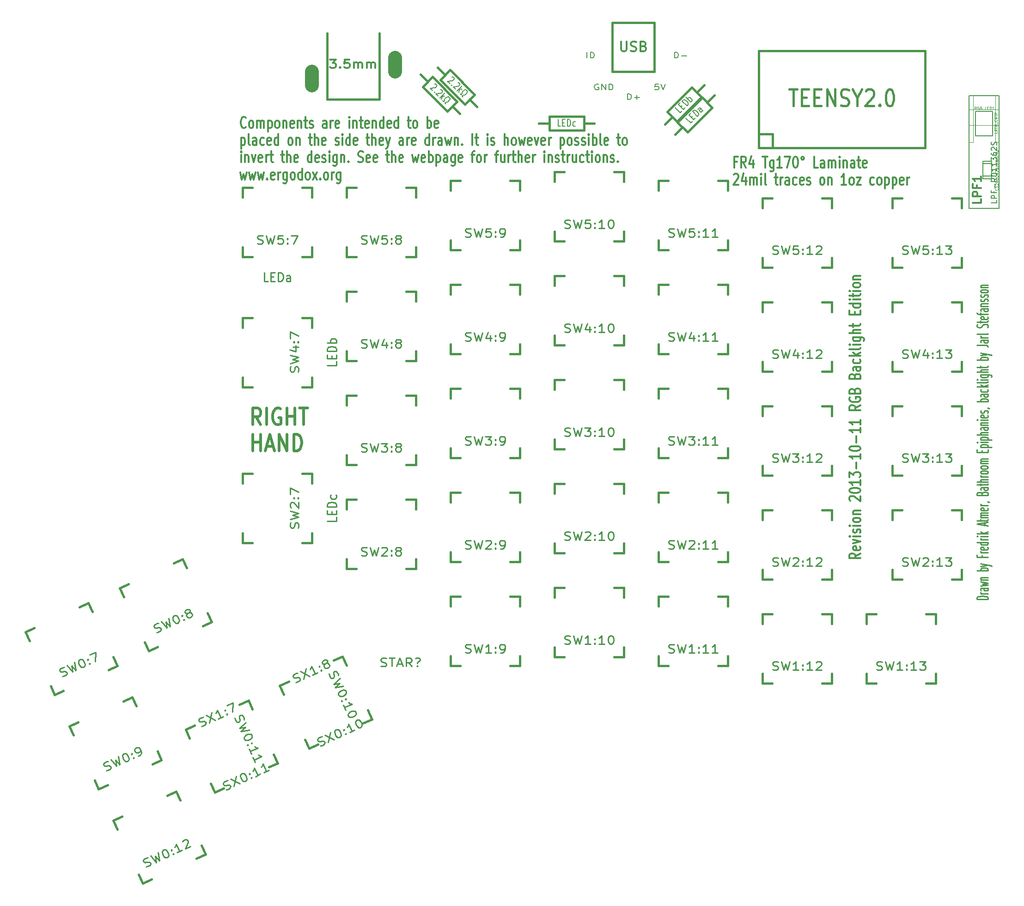
<source format=gto>
G04 (created by PCBNEW (2013-07-07 BZR 4022)-stable) date 17/11/2013 11:55:17 PM*
%MOIN*%
G04 Gerber Fmt 3.4, Leading zero omitted, Abs format*
%FSLAX34Y34*%
G01*
G70*
G90*
G04 APERTURE LIST*
%ADD10C,0.00590551*%
%ADD11C,0.012*%
%ADD12C,0.008*%
%ADD13C,0.02*%
%ADD14C,0.00984252*%
%ADD15C,0.00787402*%
%ADD16C,0.015*%
%ADD17C,0.1*%
%ADD18C,0.00393701*%
%ADD19C,0.005*%
%ADD20C,0.01*%
%ADD21C,0.00492126*%
%ADD22C,0.018*%
%ADD23C,0.0047*%
G04 APERTURE END LIST*
G54D10*
G54D11*
X70573Y-49514D02*
X70192Y-49714D01*
X70573Y-49857D02*
X69773Y-49857D01*
X69773Y-49628D01*
X69811Y-49571D01*
X69850Y-49542D01*
X69926Y-49514D01*
X70040Y-49514D01*
X70116Y-49542D01*
X70154Y-49571D01*
X70192Y-49628D01*
X70192Y-49857D01*
X70535Y-49028D02*
X70573Y-49085D01*
X70573Y-49200D01*
X70535Y-49257D01*
X70459Y-49285D01*
X70154Y-49285D01*
X70078Y-49257D01*
X70040Y-49200D01*
X70040Y-49085D01*
X70078Y-49028D01*
X70154Y-49000D01*
X70230Y-49000D01*
X70307Y-49285D01*
X70040Y-48800D02*
X70573Y-48657D01*
X70040Y-48514D01*
X70573Y-48285D02*
X70040Y-48285D01*
X69773Y-48285D02*
X69811Y-48314D01*
X69850Y-48285D01*
X69811Y-48257D01*
X69773Y-48285D01*
X69850Y-48285D01*
X70535Y-48028D02*
X70573Y-47971D01*
X70573Y-47857D01*
X70535Y-47800D01*
X70459Y-47771D01*
X70421Y-47771D01*
X70345Y-47800D01*
X70307Y-47857D01*
X70307Y-47942D01*
X70269Y-48000D01*
X70192Y-48028D01*
X70154Y-48028D01*
X70078Y-48000D01*
X70040Y-47942D01*
X70040Y-47857D01*
X70078Y-47800D01*
X70573Y-47514D02*
X70040Y-47514D01*
X69773Y-47514D02*
X69811Y-47542D01*
X69850Y-47514D01*
X69811Y-47485D01*
X69773Y-47514D01*
X69850Y-47514D01*
X70573Y-47142D02*
X70535Y-47200D01*
X70497Y-47228D01*
X70421Y-47257D01*
X70192Y-47257D01*
X70116Y-47228D01*
X70078Y-47200D01*
X70040Y-47142D01*
X70040Y-47057D01*
X70078Y-47000D01*
X70116Y-46971D01*
X70192Y-46942D01*
X70421Y-46942D01*
X70497Y-46971D01*
X70535Y-47000D01*
X70573Y-47057D01*
X70573Y-47142D01*
X70040Y-46685D02*
X70573Y-46685D01*
X70116Y-46685D02*
X70078Y-46657D01*
X70040Y-46600D01*
X70040Y-46514D01*
X70078Y-46457D01*
X70154Y-46428D01*
X70573Y-46428D01*
X69850Y-45714D02*
X69811Y-45685D01*
X69773Y-45628D01*
X69773Y-45485D01*
X69811Y-45428D01*
X69850Y-45400D01*
X69926Y-45371D01*
X70002Y-45371D01*
X70116Y-45400D01*
X70573Y-45742D01*
X70573Y-45371D01*
X69773Y-45000D02*
X69773Y-44942D01*
X69811Y-44885D01*
X69850Y-44857D01*
X69926Y-44828D01*
X70078Y-44800D01*
X70269Y-44800D01*
X70421Y-44828D01*
X70497Y-44857D01*
X70535Y-44885D01*
X70573Y-44942D01*
X70573Y-45000D01*
X70535Y-45057D01*
X70497Y-45085D01*
X70421Y-45114D01*
X70269Y-45142D01*
X70078Y-45142D01*
X69926Y-45114D01*
X69850Y-45085D01*
X69811Y-45057D01*
X69773Y-45000D01*
X70573Y-44228D02*
X70573Y-44571D01*
X70573Y-44400D02*
X69773Y-44400D01*
X69888Y-44457D01*
X69964Y-44514D01*
X70002Y-44571D01*
X69773Y-44028D02*
X69773Y-43657D01*
X70078Y-43857D01*
X70078Y-43771D01*
X70116Y-43714D01*
X70154Y-43685D01*
X70230Y-43657D01*
X70421Y-43657D01*
X70497Y-43685D01*
X70535Y-43714D01*
X70573Y-43771D01*
X70573Y-43942D01*
X70535Y-43999D01*
X70497Y-44028D01*
X70269Y-43399D02*
X70269Y-42942D01*
X70573Y-42342D02*
X70573Y-42685D01*
X70573Y-42514D02*
X69773Y-42514D01*
X69888Y-42571D01*
X69964Y-42628D01*
X70002Y-42685D01*
X69773Y-41971D02*
X69773Y-41914D01*
X69811Y-41857D01*
X69850Y-41828D01*
X69926Y-41799D01*
X70078Y-41771D01*
X70269Y-41771D01*
X70421Y-41799D01*
X70497Y-41828D01*
X70535Y-41857D01*
X70573Y-41914D01*
X70573Y-41971D01*
X70535Y-42028D01*
X70497Y-42057D01*
X70421Y-42085D01*
X70269Y-42114D01*
X70078Y-42114D01*
X69926Y-42085D01*
X69850Y-42057D01*
X69811Y-42028D01*
X69773Y-41971D01*
X70269Y-41514D02*
X70269Y-41057D01*
X70573Y-40457D02*
X70573Y-40799D01*
X70573Y-40628D02*
X69773Y-40628D01*
X69888Y-40685D01*
X69964Y-40742D01*
X70002Y-40799D01*
X70573Y-39885D02*
X70573Y-40228D01*
X70573Y-40057D02*
X69773Y-40057D01*
X69888Y-40114D01*
X69964Y-40171D01*
X70002Y-40228D01*
X70573Y-38828D02*
X70192Y-39028D01*
X70573Y-39171D02*
X69773Y-39171D01*
X69773Y-38942D01*
X69811Y-38885D01*
X69850Y-38857D01*
X69926Y-38828D01*
X70040Y-38828D01*
X70116Y-38857D01*
X70154Y-38885D01*
X70192Y-38942D01*
X70192Y-39171D01*
X69811Y-38257D02*
X69773Y-38314D01*
X69773Y-38399D01*
X69811Y-38485D01*
X69888Y-38542D01*
X69964Y-38571D01*
X70116Y-38599D01*
X70230Y-38599D01*
X70383Y-38571D01*
X70459Y-38542D01*
X70535Y-38485D01*
X70573Y-38399D01*
X70573Y-38342D01*
X70535Y-38257D01*
X70497Y-38228D01*
X70230Y-38228D01*
X70230Y-38342D01*
X70154Y-37771D02*
X70192Y-37685D01*
X70230Y-37657D01*
X70307Y-37628D01*
X70421Y-37628D01*
X70497Y-37657D01*
X70535Y-37685D01*
X70573Y-37742D01*
X70573Y-37971D01*
X69773Y-37971D01*
X69773Y-37771D01*
X69811Y-37714D01*
X69850Y-37685D01*
X69926Y-37657D01*
X70002Y-37657D01*
X70078Y-37685D01*
X70116Y-37714D01*
X70154Y-37771D01*
X70154Y-37971D01*
X70154Y-36714D02*
X70192Y-36628D01*
X70230Y-36599D01*
X70307Y-36571D01*
X70421Y-36571D01*
X70497Y-36599D01*
X70535Y-36628D01*
X70573Y-36685D01*
X70573Y-36914D01*
X69773Y-36914D01*
X69773Y-36714D01*
X69811Y-36657D01*
X69850Y-36628D01*
X69926Y-36599D01*
X70002Y-36599D01*
X70078Y-36628D01*
X70116Y-36657D01*
X70154Y-36714D01*
X70154Y-36914D01*
X70573Y-36057D02*
X70154Y-36057D01*
X70078Y-36085D01*
X70040Y-36142D01*
X70040Y-36257D01*
X70078Y-36314D01*
X70535Y-36057D02*
X70573Y-36114D01*
X70573Y-36257D01*
X70535Y-36314D01*
X70459Y-36342D01*
X70383Y-36342D01*
X70307Y-36314D01*
X70269Y-36257D01*
X70269Y-36114D01*
X70230Y-36057D01*
X70535Y-35514D02*
X70573Y-35571D01*
X70573Y-35685D01*
X70535Y-35742D01*
X70497Y-35771D01*
X70421Y-35799D01*
X70192Y-35799D01*
X70116Y-35771D01*
X70078Y-35742D01*
X70040Y-35685D01*
X70040Y-35571D01*
X70078Y-35514D01*
X70573Y-35257D02*
X69773Y-35257D01*
X70269Y-35199D02*
X70573Y-35028D01*
X70040Y-35028D02*
X70345Y-35257D01*
X70573Y-34685D02*
X70535Y-34742D01*
X70459Y-34771D01*
X69773Y-34771D01*
X70573Y-34457D02*
X70040Y-34457D01*
X69773Y-34457D02*
X69811Y-34485D01*
X69850Y-34457D01*
X69811Y-34428D01*
X69773Y-34457D01*
X69850Y-34457D01*
X70040Y-33914D02*
X70688Y-33914D01*
X70764Y-33942D01*
X70802Y-33971D01*
X70840Y-34028D01*
X70840Y-34114D01*
X70802Y-34171D01*
X70535Y-33914D02*
X70573Y-33971D01*
X70573Y-34085D01*
X70535Y-34142D01*
X70497Y-34171D01*
X70421Y-34199D01*
X70192Y-34199D01*
X70116Y-34171D01*
X70078Y-34142D01*
X70040Y-34085D01*
X70040Y-33971D01*
X70078Y-33914D01*
X70573Y-33628D02*
X69773Y-33628D01*
X70573Y-33371D02*
X70154Y-33371D01*
X70078Y-33399D01*
X70040Y-33457D01*
X70040Y-33542D01*
X70078Y-33599D01*
X70116Y-33628D01*
X70040Y-33171D02*
X70040Y-32942D01*
X69773Y-33085D02*
X70459Y-33085D01*
X70535Y-33057D01*
X70573Y-32999D01*
X70573Y-32942D01*
X70154Y-32285D02*
X70154Y-32085D01*
X70573Y-31999D02*
X70573Y-32285D01*
X69773Y-32285D01*
X69773Y-31999D01*
X70573Y-31485D02*
X69773Y-31485D01*
X70535Y-31485D02*
X70573Y-31542D01*
X70573Y-31657D01*
X70535Y-31714D01*
X70497Y-31742D01*
X70421Y-31771D01*
X70192Y-31771D01*
X70116Y-31742D01*
X70078Y-31714D01*
X70040Y-31657D01*
X70040Y-31542D01*
X70078Y-31485D01*
X70573Y-31199D02*
X70040Y-31199D01*
X69773Y-31199D02*
X69811Y-31228D01*
X69850Y-31199D01*
X69811Y-31171D01*
X69773Y-31199D01*
X69850Y-31199D01*
X70040Y-30999D02*
X70040Y-30771D01*
X69773Y-30914D02*
X70459Y-30914D01*
X70535Y-30885D01*
X70573Y-30828D01*
X70573Y-30771D01*
X70573Y-30571D02*
X70040Y-30571D01*
X69773Y-30571D02*
X69811Y-30599D01*
X69850Y-30571D01*
X69811Y-30542D01*
X69773Y-30571D01*
X69850Y-30571D01*
X70573Y-30199D02*
X70535Y-30257D01*
X70497Y-30285D01*
X70421Y-30314D01*
X70192Y-30314D01*
X70116Y-30285D01*
X70078Y-30257D01*
X70040Y-30199D01*
X70040Y-30114D01*
X70078Y-30057D01*
X70116Y-30028D01*
X70192Y-29999D01*
X70421Y-29999D01*
X70497Y-30028D01*
X70535Y-30057D01*
X70573Y-30114D01*
X70573Y-30199D01*
X70040Y-29742D02*
X70573Y-29742D01*
X70116Y-29742D02*
X70078Y-29714D01*
X70040Y-29657D01*
X70040Y-29571D01*
X70078Y-29514D01*
X70154Y-29485D01*
X70573Y-29485D01*
G54D12*
X50850Y-13761D02*
X50850Y-13361D01*
X51088Y-13761D02*
X51088Y-13361D01*
X51207Y-13361D01*
X51278Y-13380D01*
X51326Y-13419D01*
X51350Y-13457D01*
X51373Y-13533D01*
X51373Y-13590D01*
X51350Y-13666D01*
X51326Y-13704D01*
X51278Y-13742D01*
X51207Y-13761D01*
X51088Y-13761D01*
X53759Y-16761D02*
X53759Y-16361D01*
X53878Y-16361D01*
X53950Y-16380D01*
X53997Y-16419D01*
X54021Y-16457D01*
X54045Y-16533D01*
X54045Y-16590D01*
X54021Y-16666D01*
X53997Y-16704D01*
X53950Y-16742D01*
X53878Y-16761D01*
X53759Y-16761D01*
X54259Y-16609D02*
X54640Y-16609D01*
X54450Y-16761D02*
X54450Y-16457D01*
X51669Y-15680D02*
X51621Y-15661D01*
X51550Y-15661D01*
X51478Y-15680D01*
X51430Y-15719D01*
X51407Y-15757D01*
X51383Y-15833D01*
X51383Y-15890D01*
X51407Y-15966D01*
X51430Y-16004D01*
X51478Y-16042D01*
X51550Y-16061D01*
X51597Y-16061D01*
X51669Y-16042D01*
X51692Y-16023D01*
X51692Y-15890D01*
X51597Y-15890D01*
X51907Y-16061D02*
X51907Y-15661D01*
X52192Y-16061D01*
X52192Y-15661D01*
X52430Y-16061D02*
X52430Y-15661D01*
X52550Y-15661D01*
X52621Y-15680D01*
X52669Y-15719D01*
X52692Y-15757D01*
X52716Y-15833D01*
X52716Y-15890D01*
X52692Y-15966D01*
X52669Y-16004D01*
X52621Y-16042D01*
X52550Y-16061D01*
X52430Y-16061D01*
X56004Y-15661D02*
X55766Y-15661D01*
X55742Y-15852D01*
X55766Y-15833D01*
X55814Y-15814D01*
X55933Y-15814D01*
X55980Y-15833D01*
X56004Y-15852D01*
X56028Y-15890D01*
X56028Y-15985D01*
X56004Y-16023D01*
X55980Y-16042D01*
X55933Y-16061D01*
X55814Y-16061D01*
X55766Y-16042D01*
X55742Y-16023D01*
X56171Y-15661D02*
X56338Y-16061D01*
X56504Y-15661D01*
X57158Y-13761D02*
X57158Y-13361D01*
X57277Y-13361D01*
X57349Y-13380D01*
X57396Y-13419D01*
X57420Y-13457D01*
X57444Y-13533D01*
X57444Y-13590D01*
X57420Y-13666D01*
X57396Y-13704D01*
X57349Y-13742D01*
X57277Y-13761D01*
X57158Y-13761D01*
X57658Y-13609D02*
X58039Y-13609D01*
G54D11*
X26235Y-18747D02*
X26207Y-18785D01*
X26121Y-18823D01*
X26064Y-18823D01*
X25978Y-18785D01*
X25921Y-18709D01*
X25892Y-18633D01*
X25864Y-18480D01*
X25864Y-18366D01*
X25892Y-18214D01*
X25921Y-18138D01*
X25978Y-18061D01*
X26064Y-18023D01*
X26121Y-18023D01*
X26207Y-18061D01*
X26235Y-18100D01*
X26578Y-18823D02*
X26521Y-18785D01*
X26492Y-18747D01*
X26464Y-18671D01*
X26464Y-18442D01*
X26492Y-18366D01*
X26521Y-18328D01*
X26578Y-18290D01*
X26664Y-18290D01*
X26721Y-18328D01*
X26750Y-18366D01*
X26778Y-18442D01*
X26778Y-18671D01*
X26750Y-18747D01*
X26721Y-18785D01*
X26664Y-18823D01*
X26578Y-18823D01*
X27035Y-18823D02*
X27035Y-18290D01*
X27035Y-18366D02*
X27064Y-18328D01*
X27121Y-18290D01*
X27207Y-18290D01*
X27264Y-18328D01*
X27292Y-18404D01*
X27292Y-18823D01*
X27292Y-18404D02*
X27321Y-18328D01*
X27378Y-18290D01*
X27464Y-18290D01*
X27521Y-18328D01*
X27550Y-18404D01*
X27550Y-18823D01*
X27835Y-18290D02*
X27835Y-19090D01*
X27835Y-18328D02*
X27892Y-18290D01*
X28007Y-18290D01*
X28064Y-18328D01*
X28092Y-18366D01*
X28121Y-18442D01*
X28121Y-18671D01*
X28092Y-18747D01*
X28064Y-18785D01*
X28007Y-18823D01*
X27892Y-18823D01*
X27835Y-18785D01*
X28464Y-18823D02*
X28407Y-18785D01*
X28378Y-18747D01*
X28350Y-18671D01*
X28350Y-18442D01*
X28378Y-18366D01*
X28407Y-18328D01*
X28464Y-18290D01*
X28550Y-18290D01*
X28607Y-18328D01*
X28635Y-18366D01*
X28664Y-18442D01*
X28664Y-18671D01*
X28635Y-18747D01*
X28607Y-18785D01*
X28550Y-18823D01*
X28464Y-18823D01*
X28921Y-18290D02*
X28921Y-18823D01*
X28921Y-18366D02*
X28950Y-18328D01*
X29007Y-18290D01*
X29092Y-18290D01*
X29150Y-18328D01*
X29178Y-18404D01*
X29178Y-18823D01*
X29692Y-18785D02*
X29635Y-18823D01*
X29521Y-18823D01*
X29464Y-18785D01*
X29435Y-18709D01*
X29435Y-18404D01*
X29464Y-18328D01*
X29521Y-18290D01*
X29635Y-18290D01*
X29692Y-18328D01*
X29721Y-18404D01*
X29721Y-18480D01*
X29435Y-18557D01*
X29978Y-18290D02*
X29978Y-18823D01*
X29978Y-18366D02*
X30007Y-18328D01*
X30064Y-18290D01*
X30150Y-18290D01*
X30207Y-18328D01*
X30235Y-18404D01*
X30235Y-18823D01*
X30435Y-18290D02*
X30664Y-18290D01*
X30521Y-18023D02*
X30521Y-18709D01*
X30550Y-18785D01*
X30607Y-18823D01*
X30664Y-18823D01*
X30835Y-18785D02*
X30892Y-18823D01*
X31007Y-18823D01*
X31064Y-18785D01*
X31092Y-18709D01*
X31092Y-18671D01*
X31064Y-18595D01*
X31007Y-18557D01*
X30921Y-18557D01*
X30864Y-18519D01*
X30835Y-18442D01*
X30835Y-18404D01*
X30864Y-18328D01*
X30921Y-18290D01*
X31007Y-18290D01*
X31064Y-18328D01*
X32064Y-18823D02*
X32064Y-18404D01*
X32035Y-18328D01*
X31978Y-18290D01*
X31864Y-18290D01*
X31807Y-18328D01*
X32064Y-18785D02*
X32007Y-18823D01*
X31864Y-18823D01*
X31807Y-18785D01*
X31778Y-18709D01*
X31778Y-18633D01*
X31807Y-18557D01*
X31864Y-18519D01*
X32007Y-18519D01*
X32064Y-18480D01*
X32349Y-18823D02*
X32349Y-18290D01*
X32349Y-18442D02*
X32378Y-18366D01*
X32407Y-18328D01*
X32464Y-18290D01*
X32521Y-18290D01*
X32950Y-18785D02*
X32892Y-18823D01*
X32778Y-18823D01*
X32721Y-18785D01*
X32692Y-18709D01*
X32692Y-18404D01*
X32721Y-18328D01*
X32778Y-18290D01*
X32892Y-18290D01*
X32950Y-18328D01*
X32978Y-18404D01*
X32978Y-18480D01*
X32692Y-18557D01*
X33692Y-18823D02*
X33692Y-18290D01*
X33692Y-18023D02*
X33664Y-18061D01*
X33692Y-18100D01*
X33721Y-18061D01*
X33692Y-18023D01*
X33692Y-18100D01*
X33978Y-18290D02*
X33978Y-18823D01*
X33978Y-18366D02*
X34007Y-18328D01*
X34064Y-18290D01*
X34150Y-18290D01*
X34207Y-18328D01*
X34235Y-18404D01*
X34235Y-18823D01*
X34435Y-18290D02*
X34664Y-18290D01*
X34521Y-18023D02*
X34521Y-18709D01*
X34550Y-18785D01*
X34607Y-18823D01*
X34664Y-18823D01*
X35092Y-18785D02*
X35035Y-18823D01*
X34921Y-18823D01*
X34864Y-18785D01*
X34835Y-18709D01*
X34835Y-18404D01*
X34864Y-18328D01*
X34921Y-18290D01*
X35035Y-18290D01*
X35092Y-18328D01*
X35121Y-18404D01*
X35121Y-18480D01*
X34835Y-18557D01*
X35378Y-18290D02*
X35378Y-18823D01*
X35378Y-18366D02*
X35407Y-18328D01*
X35464Y-18290D01*
X35550Y-18290D01*
X35607Y-18328D01*
X35635Y-18404D01*
X35635Y-18823D01*
X36178Y-18823D02*
X36178Y-18023D01*
X36178Y-18785D02*
X36121Y-18823D01*
X36007Y-18823D01*
X35950Y-18785D01*
X35921Y-18747D01*
X35892Y-18671D01*
X35892Y-18442D01*
X35921Y-18366D01*
X35950Y-18328D01*
X36007Y-18290D01*
X36121Y-18290D01*
X36178Y-18328D01*
X36692Y-18785D02*
X36635Y-18823D01*
X36521Y-18823D01*
X36464Y-18785D01*
X36435Y-18709D01*
X36435Y-18404D01*
X36464Y-18328D01*
X36521Y-18290D01*
X36635Y-18290D01*
X36692Y-18328D01*
X36721Y-18404D01*
X36721Y-18480D01*
X36435Y-18557D01*
X37235Y-18823D02*
X37235Y-18023D01*
X37235Y-18785D02*
X37178Y-18823D01*
X37064Y-18823D01*
X37007Y-18785D01*
X36978Y-18747D01*
X36950Y-18671D01*
X36950Y-18442D01*
X36978Y-18366D01*
X37007Y-18328D01*
X37064Y-18290D01*
X37178Y-18290D01*
X37235Y-18328D01*
X37892Y-18290D02*
X38121Y-18290D01*
X37978Y-18023D02*
X37978Y-18709D01*
X38007Y-18785D01*
X38064Y-18823D01*
X38121Y-18823D01*
X38407Y-18823D02*
X38350Y-18785D01*
X38321Y-18747D01*
X38292Y-18671D01*
X38292Y-18442D01*
X38321Y-18366D01*
X38350Y-18328D01*
X38407Y-18290D01*
X38492Y-18290D01*
X38550Y-18328D01*
X38578Y-18366D01*
X38607Y-18442D01*
X38607Y-18671D01*
X38578Y-18747D01*
X38550Y-18785D01*
X38492Y-18823D01*
X38407Y-18823D01*
X39321Y-18823D02*
X39321Y-18023D01*
X39321Y-18328D02*
X39378Y-18290D01*
X39492Y-18290D01*
X39550Y-18328D01*
X39578Y-18366D01*
X39607Y-18442D01*
X39607Y-18671D01*
X39578Y-18747D01*
X39550Y-18785D01*
X39492Y-18823D01*
X39378Y-18823D01*
X39321Y-18785D01*
X40092Y-18785D02*
X40035Y-18823D01*
X39921Y-18823D01*
X39864Y-18785D01*
X39835Y-18709D01*
X39835Y-18404D01*
X39864Y-18328D01*
X39921Y-18290D01*
X40035Y-18290D01*
X40092Y-18328D01*
X40121Y-18404D01*
X40121Y-18480D01*
X39835Y-18557D01*
X25892Y-19530D02*
X25892Y-20330D01*
X25892Y-19568D02*
X25950Y-19530D01*
X26064Y-19530D01*
X26121Y-19568D01*
X26150Y-19606D01*
X26178Y-19682D01*
X26178Y-19911D01*
X26150Y-19987D01*
X26121Y-20025D01*
X26064Y-20063D01*
X25950Y-20063D01*
X25892Y-20025D01*
X26521Y-20063D02*
X26464Y-20025D01*
X26435Y-19949D01*
X26435Y-19263D01*
X27007Y-20063D02*
X27007Y-19644D01*
X26978Y-19568D01*
X26921Y-19530D01*
X26807Y-19530D01*
X26750Y-19568D01*
X27007Y-20025D02*
X26950Y-20063D01*
X26807Y-20063D01*
X26750Y-20025D01*
X26721Y-19949D01*
X26721Y-19873D01*
X26750Y-19797D01*
X26807Y-19759D01*
X26950Y-19759D01*
X27007Y-19720D01*
X27550Y-20025D02*
X27492Y-20063D01*
X27378Y-20063D01*
X27321Y-20025D01*
X27292Y-19987D01*
X27264Y-19911D01*
X27264Y-19682D01*
X27292Y-19606D01*
X27321Y-19568D01*
X27378Y-19530D01*
X27492Y-19530D01*
X27550Y-19568D01*
X28035Y-20025D02*
X27978Y-20063D01*
X27864Y-20063D01*
X27807Y-20025D01*
X27778Y-19949D01*
X27778Y-19644D01*
X27807Y-19568D01*
X27864Y-19530D01*
X27978Y-19530D01*
X28035Y-19568D01*
X28064Y-19644D01*
X28064Y-19720D01*
X27778Y-19797D01*
X28578Y-20063D02*
X28578Y-19263D01*
X28578Y-20025D02*
X28521Y-20063D01*
X28407Y-20063D01*
X28350Y-20025D01*
X28321Y-19987D01*
X28292Y-19911D01*
X28292Y-19682D01*
X28321Y-19606D01*
X28350Y-19568D01*
X28407Y-19530D01*
X28521Y-19530D01*
X28578Y-19568D01*
X29407Y-20063D02*
X29350Y-20025D01*
X29321Y-19987D01*
X29292Y-19911D01*
X29292Y-19682D01*
X29321Y-19606D01*
X29350Y-19568D01*
X29407Y-19530D01*
X29492Y-19530D01*
X29550Y-19568D01*
X29578Y-19606D01*
X29607Y-19682D01*
X29607Y-19911D01*
X29578Y-19987D01*
X29550Y-20025D01*
X29492Y-20063D01*
X29407Y-20063D01*
X29864Y-19530D02*
X29864Y-20063D01*
X29864Y-19606D02*
X29892Y-19568D01*
X29950Y-19530D01*
X30035Y-19530D01*
X30092Y-19568D01*
X30121Y-19644D01*
X30121Y-20063D01*
X30778Y-19530D02*
X31007Y-19530D01*
X30864Y-19263D02*
X30864Y-19949D01*
X30892Y-20025D01*
X30950Y-20063D01*
X31007Y-20063D01*
X31207Y-20063D02*
X31207Y-19263D01*
X31464Y-20063D02*
X31464Y-19644D01*
X31435Y-19568D01*
X31378Y-19530D01*
X31292Y-19530D01*
X31235Y-19568D01*
X31207Y-19606D01*
X31978Y-20025D02*
X31921Y-20063D01*
X31807Y-20063D01*
X31750Y-20025D01*
X31721Y-19949D01*
X31721Y-19644D01*
X31750Y-19568D01*
X31807Y-19530D01*
X31921Y-19530D01*
X31978Y-19568D01*
X32007Y-19644D01*
X32007Y-19720D01*
X31721Y-19797D01*
X32692Y-20025D02*
X32750Y-20063D01*
X32864Y-20063D01*
X32921Y-20025D01*
X32950Y-19949D01*
X32950Y-19911D01*
X32921Y-19835D01*
X32864Y-19797D01*
X32778Y-19797D01*
X32721Y-19759D01*
X32692Y-19682D01*
X32692Y-19644D01*
X32721Y-19568D01*
X32778Y-19530D01*
X32864Y-19530D01*
X32921Y-19568D01*
X33207Y-20063D02*
X33207Y-19530D01*
X33207Y-19263D02*
X33178Y-19301D01*
X33207Y-19340D01*
X33235Y-19301D01*
X33207Y-19263D01*
X33207Y-19340D01*
X33750Y-20063D02*
X33750Y-19263D01*
X33750Y-20025D02*
X33692Y-20063D01*
X33578Y-20063D01*
X33521Y-20025D01*
X33492Y-19987D01*
X33464Y-19911D01*
X33464Y-19682D01*
X33492Y-19606D01*
X33521Y-19568D01*
X33578Y-19530D01*
X33692Y-19530D01*
X33750Y-19568D01*
X34264Y-20025D02*
X34207Y-20063D01*
X34092Y-20063D01*
X34035Y-20025D01*
X34007Y-19949D01*
X34007Y-19644D01*
X34035Y-19568D01*
X34092Y-19530D01*
X34207Y-19530D01*
X34264Y-19568D01*
X34292Y-19644D01*
X34292Y-19720D01*
X34007Y-19797D01*
X34921Y-19530D02*
X35150Y-19530D01*
X35007Y-19263D02*
X35007Y-19949D01*
X35035Y-20025D01*
X35092Y-20063D01*
X35150Y-20063D01*
X35350Y-20063D02*
X35350Y-19263D01*
X35607Y-20063D02*
X35607Y-19644D01*
X35578Y-19568D01*
X35521Y-19530D01*
X35435Y-19530D01*
X35378Y-19568D01*
X35350Y-19606D01*
X36121Y-20025D02*
X36064Y-20063D01*
X35950Y-20063D01*
X35892Y-20025D01*
X35864Y-19949D01*
X35864Y-19644D01*
X35892Y-19568D01*
X35950Y-19530D01*
X36064Y-19530D01*
X36121Y-19568D01*
X36150Y-19644D01*
X36150Y-19720D01*
X35864Y-19797D01*
X36350Y-19530D02*
X36492Y-20063D01*
X36635Y-19530D02*
X36492Y-20063D01*
X36435Y-20254D01*
X36407Y-20292D01*
X36350Y-20330D01*
X37578Y-20063D02*
X37578Y-19644D01*
X37550Y-19568D01*
X37492Y-19530D01*
X37378Y-19530D01*
X37321Y-19568D01*
X37578Y-20025D02*
X37521Y-20063D01*
X37378Y-20063D01*
X37321Y-20025D01*
X37292Y-19949D01*
X37292Y-19873D01*
X37321Y-19797D01*
X37378Y-19759D01*
X37521Y-19759D01*
X37578Y-19720D01*
X37864Y-20063D02*
X37864Y-19530D01*
X37864Y-19682D02*
X37892Y-19606D01*
X37921Y-19568D01*
X37978Y-19530D01*
X38035Y-19530D01*
X38464Y-20025D02*
X38407Y-20063D01*
X38292Y-20063D01*
X38235Y-20025D01*
X38207Y-19949D01*
X38207Y-19644D01*
X38235Y-19568D01*
X38292Y-19530D01*
X38407Y-19530D01*
X38464Y-19568D01*
X38492Y-19644D01*
X38492Y-19720D01*
X38207Y-19797D01*
X39464Y-20063D02*
X39464Y-19263D01*
X39464Y-20025D02*
X39407Y-20063D01*
X39292Y-20063D01*
X39235Y-20025D01*
X39207Y-19987D01*
X39178Y-19911D01*
X39178Y-19682D01*
X39207Y-19606D01*
X39235Y-19568D01*
X39292Y-19530D01*
X39407Y-19530D01*
X39464Y-19568D01*
X39750Y-20063D02*
X39750Y-19530D01*
X39750Y-19682D02*
X39778Y-19606D01*
X39807Y-19568D01*
X39864Y-19530D01*
X39921Y-19530D01*
X40378Y-20063D02*
X40378Y-19644D01*
X40350Y-19568D01*
X40292Y-19530D01*
X40178Y-19530D01*
X40121Y-19568D01*
X40378Y-20025D02*
X40321Y-20063D01*
X40178Y-20063D01*
X40121Y-20025D01*
X40092Y-19949D01*
X40092Y-19873D01*
X40121Y-19797D01*
X40178Y-19759D01*
X40321Y-19759D01*
X40378Y-19720D01*
X40607Y-19530D02*
X40721Y-20063D01*
X40835Y-19682D01*
X40950Y-20063D01*
X41064Y-19530D01*
X41292Y-19530D02*
X41292Y-20063D01*
X41292Y-19606D02*
X41321Y-19568D01*
X41378Y-19530D01*
X41464Y-19530D01*
X41521Y-19568D01*
X41550Y-19644D01*
X41550Y-20063D01*
X41835Y-19987D02*
X41864Y-20025D01*
X41835Y-20063D01*
X41807Y-20025D01*
X41835Y-19987D01*
X41835Y-20063D01*
X42578Y-20063D02*
X42578Y-19263D01*
X42778Y-19530D02*
X43007Y-19530D01*
X42864Y-19263D02*
X42864Y-19949D01*
X42892Y-20025D01*
X42950Y-20063D01*
X43007Y-20063D01*
X43664Y-20063D02*
X43664Y-19530D01*
X43664Y-19263D02*
X43635Y-19301D01*
X43664Y-19340D01*
X43692Y-19301D01*
X43664Y-19263D01*
X43664Y-19340D01*
X43921Y-20025D02*
X43978Y-20063D01*
X44092Y-20063D01*
X44150Y-20025D01*
X44178Y-19949D01*
X44178Y-19911D01*
X44150Y-19835D01*
X44092Y-19797D01*
X44007Y-19797D01*
X43950Y-19759D01*
X43921Y-19682D01*
X43921Y-19644D01*
X43950Y-19568D01*
X44007Y-19530D01*
X44092Y-19530D01*
X44150Y-19568D01*
X44892Y-20063D02*
X44892Y-19263D01*
X45150Y-20063D02*
X45150Y-19644D01*
X45121Y-19568D01*
X45064Y-19530D01*
X44978Y-19530D01*
X44921Y-19568D01*
X44892Y-19606D01*
X45521Y-20063D02*
X45464Y-20025D01*
X45435Y-19987D01*
X45407Y-19911D01*
X45407Y-19682D01*
X45435Y-19606D01*
X45464Y-19568D01*
X45521Y-19530D01*
X45607Y-19530D01*
X45664Y-19568D01*
X45692Y-19606D01*
X45721Y-19682D01*
X45721Y-19911D01*
X45692Y-19987D01*
X45664Y-20025D01*
X45607Y-20063D01*
X45521Y-20063D01*
X45921Y-19530D02*
X46035Y-20063D01*
X46150Y-19682D01*
X46264Y-20063D01*
X46378Y-19530D01*
X46835Y-20025D02*
X46778Y-20063D01*
X46664Y-20063D01*
X46607Y-20025D01*
X46578Y-19949D01*
X46578Y-19644D01*
X46607Y-19568D01*
X46664Y-19530D01*
X46778Y-19530D01*
X46835Y-19568D01*
X46864Y-19644D01*
X46864Y-19720D01*
X46578Y-19797D01*
X47064Y-19530D02*
X47207Y-20063D01*
X47350Y-19530D01*
X47807Y-20025D02*
X47750Y-20063D01*
X47635Y-20063D01*
X47578Y-20025D01*
X47550Y-19949D01*
X47550Y-19644D01*
X47578Y-19568D01*
X47635Y-19530D01*
X47750Y-19530D01*
X47807Y-19568D01*
X47835Y-19644D01*
X47835Y-19720D01*
X47550Y-19797D01*
X48092Y-20063D02*
X48092Y-19530D01*
X48092Y-19682D02*
X48121Y-19606D01*
X48150Y-19568D01*
X48207Y-19530D01*
X48264Y-19530D01*
X48921Y-19530D02*
X48921Y-20330D01*
X48921Y-19568D02*
X48978Y-19530D01*
X49092Y-19530D01*
X49150Y-19568D01*
X49178Y-19606D01*
X49207Y-19682D01*
X49207Y-19911D01*
X49178Y-19987D01*
X49150Y-20025D01*
X49092Y-20063D01*
X48978Y-20063D01*
X48921Y-20025D01*
X49550Y-20063D02*
X49492Y-20025D01*
X49464Y-19987D01*
X49435Y-19911D01*
X49435Y-19682D01*
X49464Y-19606D01*
X49492Y-19568D01*
X49550Y-19530D01*
X49635Y-19530D01*
X49692Y-19568D01*
X49721Y-19606D01*
X49750Y-19682D01*
X49750Y-19911D01*
X49721Y-19987D01*
X49692Y-20025D01*
X49635Y-20063D01*
X49550Y-20063D01*
X49978Y-20025D02*
X50035Y-20063D01*
X50150Y-20063D01*
X50207Y-20025D01*
X50235Y-19949D01*
X50235Y-19911D01*
X50207Y-19835D01*
X50150Y-19797D01*
X50064Y-19797D01*
X50007Y-19759D01*
X49978Y-19682D01*
X49978Y-19644D01*
X50007Y-19568D01*
X50064Y-19530D01*
X50150Y-19530D01*
X50207Y-19568D01*
X50464Y-20025D02*
X50521Y-20063D01*
X50635Y-20063D01*
X50692Y-20025D01*
X50721Y-19949D01*
X50721Y-19911D01*
X50692Y-19835D01*
X50635Y-19797D01*
X50550Y-19797D01*
X50492Y-19759D01*
X50464Y-19682D01*
X50464Y-19644D01*
X50492Y-19568D01*
X50550Y-19530D01*
X50635Y-19530D01*
X50692Y-19568D01*
X50978Y-20063D02*
X50978Y-19530D01*
X50978Y-19263D02*
X50950Y-19301D01*
X50978Y-19340D01*
X51007Y-19301D01*
X50978Y-19263D01*
X50978Y-19340D01*
X51264Y-20063D02*
X51264Y-19263D01*
X51264Y-19568D02*
X51321Y-19530D01*
X51435Y-19530D01*
X51492Y-19568D01*
X51521Y-19606D01*
X51549Y-19682D01*
X51549Y-19911D01*
X51521Y-19987D01*
X51492Y-20025D01*
X51435Y-20063D01*
X51321Y-20063D01*
X51264Y-20025D01*
X51892Y-20063D02*
X51835Y-20025D01*
X51807Y-19949D01*
X51807Y-19263D01*
X52350Y-20025D02*
X52292Y-20063D01*
X52178Y-20063D01*
X52121Y-20025D01*
X52092Y-19949D01*
X52092Y-19644D01*
X52121Y-19568D01*
X52178Y-19530D01*
X52292Y-19530D01*
X52350Y-19568D01*
X52378Y-19644D01*
X52378Y-19720D01*
X52092Y-19797D01*
X53007Y-19530D02*
X53235Y-19530D01*
X53092Y-19263D02*
X53092Y-19949D01*
X53121Y-20025D01*
X53178Y-20063D01*
X53235Y-20063D01*
X53521Y-20063D02*
X53464Y-20025D01*
X53435Y-19987D01*
X53407Y-19911D01*
X53407Y-19682D01*
X53435Y-19606D01*
X53464Y-19568D01*
X53521Y-19530D01*
X53607Y-19530D01*
X53664Y-19568D01*
X53692Y-19606D01*
X53721Y-19682D01*
X53721Y-19911D01*
X53692Y-19987D01*
X53664Y-20025D01*
X53607Y-20063D01*
X53521Y-20063D01*
X25892Y-21303D02*
X25892Y-20770D01*
X25892Y-20503D02*
X25864Y-20541D01*
X25892Y-20580D01*
X25921Y-20541D01*
X25892Y-20503D01*
X25892Y-20580D01*
X26178Y-20770D02*
X26178Y-21303D01*
X26178Y-20846D02*
X26207Y-20808D01*
X26264Y-20770D01*
X26350Y-20770D01*
X26407Y-20808D01*
X26435Y-20884D01*
X26435Y-21303D01*
X26664Y-20770D02*
X26807Y-21303D01*
X26950Y-20770D01*
X27407Y-21265D02*
X27350Y-21303D01*
X27235Y-21303D01*
X27178Y-21265D01*
X27150Y-21189D01*
X27150Y-20884D01*
X27178Y-20808D01*
X27235Y-20770D01*
X27350Y-20770D01*
X27407Y-20808D01*
X27435Y-20884D01*
X27435Y-20960D01*
X27150Y-21037D01*
X27692Y-21303D02*
X27692Y-20770D01*
X27692Y-20922D02*
X27721Y-20846D01*
X27750Y-20808D01*
X27807Y-20770D01*
X27864Y-20770D01*
X27978Y-20770D02*
X28207Y-20770D01*
X28064Y-20503D02*
X28064Y-21189D01*
X28092Y-21265D01*
X28150Y-21303D01*
X28207Y-21303D01*
X28778Y-20770D02*
X29007Y-20770D01*
X28864Y-20503D02*
X28864Y-21189D01*
X28892Y-21265D01*
X28950Y-21303D01*
X29007Y-21303D01*
X29207Y-21303D02*
X29207Y-20503D01*
X29464Y-21303D02*
X29464Y-20884D01*
X29435Y-20808D01*
X29378Y-20770D01*
X29292Y-20770D01*
X29235Y-20808D01*
X29207Y-20846D01*
X29978Y-21265D02*
X29921Y-21303D01*
X29807Y-21303D01*
X29750Y-21265D01*
X29721Y-21189D01*
X29721Y-20884D01*
X29750Y-20808D01*
X29807Y-20770D01*
X29921Y-20770D01*
X29978Y-20808D01*
X30007Y-20884D01*
X30007Y-20960D01*
X29721Y-21037D01*
X30978Y-21303D02*
X30978Y-20503D01*
X30978Y-21265D02*
X30921Y-21303D01*
X30807Y-21303D01*
X30750Y-21265D01*
X30721Y-21227D01*
X30692Y-21151D01*
X30692Y-20922D01*
X30721Y-20846D01*
X30750Y-20808D01*
X30807Y-20770D01*
X30921Y-20770D01*
X30978Y-20808D01*
X31492Y-21265D02*
X31435Y-21303D01*
X31321Y-21303D01*
X31264Y-21265D01*
X31235Y-21189D01*
X31235Y-20884D01*
X31264Y-20808D01*
X31321Y-20770D01*
X31435Y-20770D01*
X31492Y-20808D01*
X31521Y-20884D01*
X31521Y-20960D01*
X31235Y-21037D01*
X31750Y-21265D02*
X31807Y-21303D01*
X31921Y-21303D01*
X31978Y-21265D01*
X32007Y-21189D01*
X32007Y-21151D01*
X31978Y-21075D01*
X31921Y-21037D01*
X31835Y-21037D01*
X31778Y-20999D01*
X31750Y-20922D01*
X31750Y-20884D01*
X31778Y-20808D01*
X31835Y-20770D01*
X31921Y-20770D01*
X31978Y-20808D01*
X32264Y-21303D02*
X32264Y-20770D01*
X32264Y-20503D02*
X32235Y-20541D01*
X32264Y-20580D01*
X32292Y-20541D01*
X32264Y-20503D01*
X32264Y-20580D01*
X32807Y-20770D02*
X32807Y-21418D01*
X32778Y-21494D01*
X32750Y-21532D01*
X32692Y-21570D01*
X32607Y-21570D01*
X32550Y-21532D01*
X32807Y-21265D02*
X32750Y-21303D01*
X32635Y-21303D01*
X32578Y-21265D01*
X32550Y-21227D01*
X32521Y-21151D01*
X32521Y-20922D01*
X32550Y-20846D01*
X32578Y-20808D01*
X32635Y-20770D01*
X32750Y-20770D01*
X32807Y-20808D01*
X33092Y-20770D02*
X33092Y-21303D01*
X33092Y-20846D02*
X33121Y-20808D01*
X33178Y-20770D01*
X33264Y-20770D01*
X33321Y-20808D01*
X33350Y-20884D01*
X33350Y-21303D01*
X33635Y-21227D02*
X33664Y-21265D01*
X33635Y-21303D01*
X33607Y-21265D01*
X33635Y-21227D01*
X33635Y-21303D01*
X34350Y-21265D02*
X34435Y-21303D01*
X34578Y-21303D01*
X34635Y-21265D01*
X34664Y-21227D01*
X34692Y-21151D01*
X34692Y-21075D01*
X34664Y-20999D01*
X34635Y-20960D01*
X34578Y-20922D01*
X34464Y-20884D01*
X34407Y-20846D01*
X34378Y-20808D01*
X34350Y-20732D01*
X34350Y-20656D01*
X34378Y-20580D01*
X34407Y-20541D01*
X34464Y-20503D01*
X34607Y-20503D01*
X34692Y-20541D01*
X35178Y-21265D02*
X35121Y-21303D01*
X35007Y-21303D01*
X34950Y-21265D01*
X34921Y-21189D01*
X34921Y-20884D01*
X34950Y-20808D01*
X35007Y-20770D01*
X35121Y-20770D01*
X35178Y-20808D01*
X35207Y-20884D01*
X35207Y-20960D01*
X34921Y-21037D01*
X35692Y-21265D02*
X35635Y-21303D01*
X35521Y-21303D01*
X35464Y-21265D01*
X35435Y-21189D01*
X35435Y-20884D01*
X35464Y-20808D01*
X35521Y-20770D01*
X35635Y-20770D01*
X35692Y-20808D01*
X35721Y-20884D01*
X35721Y-20960D01*
X35435Y-21037D01*
X36350Y-20770D02*
X36578Y-20770D01*
X36435Y-20503D02*
X36435Y-21189D01*
X36464Y-21265D01*
X36521Y-21303D01*
X36578Y-21303D01*
X36778Y-21303D02*
X36778Y-20503D01*
X37035Y-21303D02*
X37035Y-20884D01*
X37007Y-20808D01*
X36950Y-20770D01*
X36864Y-20770D01*
X36807Y-20808D01*
X36778Y-20846D01*
X37550Y-21265D02*
X37492Y-21303D01*
X37378Y-21303D01*
X37321Y-21265D01*
X37292Y-21189D01*
X37292Y-20884D01*
X37321Y-20808D01*
X37378Y-20770D01*
X37492Y-20770D01*
X37550Y-20808D01*
X37578Y-20884D01*
X37578Y-20960D01*
X37292Y-21037D01*
X38235Y-20770D02*
X38350Y-21303D01*
X38464Y-20922D01*
X38578Y-21303D01*
X38692Y-20770D01*
X39150Y-21265D02*
X39092Y-21303D01*
X38978Y-21303D01*
X38921Y-21265D01*
X38892Y-21189D01*
X38892Y-20884D01*
X38921Y-20808D01*
X38978Y-20770D01*
X39092Y-20770D01*
X39150Y-20808D01*
X39178Y-20884D01*
X39178Y-20960D01*
X38892Y-21037D01*
X39435Y-21303D02*
X39435Y-20503D01*
X39435Y-20808D02*
X39492Y-20770D01*
X39607Y-20770D01*
X39664Y-20808D01*
X39692Y-20846D01*
X39721Y-20922D01*
X39721Y-21151D01*
X39692Y-21227D01*
X39664Y-21265D01*
X39607Y-21303D01*
X39492Y-21303D01*
X39435Y-21265D01*
X39978Y-20770D02*
X39978Y-21570D01*
X39978Y-20808D02*
X40035Y-20770D01*
X40150Y-20770D01*
X40207Y-20808D01*
X40235Y-20846D01*
X40264Y-20922D01*
X40264Y-21151D01*
X40235Y-21227D01*
X40207Y-21265D01*
X40150Y-21303D01*
X40035Y-21303D01*
X39978Y-21265D01*
X40778Y-21303D02*
X40778Y-20884D01*
X40750Y-20808D01*
X40692Y-20770D01*
X40578Y-20770D01*
X40521Y-20808D01*
X40778Y-21265D02*
X40721Y-21303D01*
X40578Y-21303D01*
X40521Y-21265D01*
X40492Y-21189D01*
X40492Y-21113D01*
X40521Y-21037D01*
X40578Y-20999D01*
X40721Y-20999D01*
X40778Y-20960D01*
X41321Y-20770D02*
X41321Y-21418D01*
X41292Y-21494D01*
X41264Y-21532D01*
X41207Y-21570D01*
X41121Y-21570D01*
X41064Y-21532D01*
X41321Y-21265D02*
X41264Y-21303D01*
X41150Y-21303D01*
X41092Y-21265D01*
X41064Y-21227D01*
X41035Y-21151D01*
X41035Y-20922D01*
X41064Y-20846D01*
X41092Y-20808D01*
X41150Y-20770D01*
X41264Y-20770D01*
X41321Y-20808D01*
X41835Y-21265D02*
X41778Y-21303D01*
X41664Y-21303D01*
X41607Y-21265D01*
X41578Y-21189D01*
X41578Y-20884D01*
X41607Y-20808D01*
X41664Y-20770D01*
X41778Y-20770D01*
X41835Y-20808D01*
X41864Y-20884D01*
X41864Y-20960D01*
X41578Y-21037D01*
X42492Y-20770D02*
X42721Y-20770D01*
X42578Y-21303D02*
X42578Y-20618D01*
X42607Y-20541D01*
X42664Y-20503D01*
X42721Y-20503D01*
X43007Y-21303D02*
X42950Y-21265D01*
X42921Y-21227D01*
X42892Y-21151D01*
X42892Y-20922D01*
X42921Y-20846D01*
X42950Y-20808D01*
X43007Y-20770D01*
X43092Y-20770D01*
X43150Y-20808D01*
X43178Y-20846D01*
X43207Y-20922D01*
X43207Y-21151D01*
X43178Y-21227D01*
X43150Y-21265D01*
X43092Y-21303D01*
X43007Y-21303D01*
X43464Y-21303D02*
X43464Y-20770D01*
X43464Y-20922D02*
X43492Y-20846D01*
X43521Y-20808D01*
X43578Y-20770D01*
X43635Y-20770D01*
X44207Y-20770D02*
X44435Y-20770D01*
X44292Y-21303D02*
X44292Y-20618D01*
X44321Y-20541D01*
X44378Y-20503D01*
X44435Y-20503D01*
X44892Y-20770D02*
X44892Y-21303D01*
X44635Y-20770D02*
X44635Y-21189D01*
X44664Y-21265D01*
X44721Y-21303D01*
X44807Y-21303D01*
X44864Y-21265D01*
X44892Y-21227D01*
X45178Y-21303D02*
X45178Y-20770D01*
X45178Y-20922D02*
X45207Y-20846D01*
X45235Y-20808D01*
X45292Y-20770D01*
X45350Y-20770D01*
X45464Y-20770D02*
X45692Y-20770D01*
X45550Y-20503D02*
X45550Y-21189D01*
X45578Y-21265D01*
X45635Y-21303D01*
X45692Y-21303D01*
X45892Y-21303D02*
X45892Y-20503D01*
X46150Y-21303D02*
X46150Y-20884D01*
X46121Y-20808D01*
X46064Y-20770D01*
X45978Y-20770D01*
X45921Y-20808D01*
X45892Y-20846D01*
X46664Y-21265D02*
X46607Y-21303D01*
X46492Y-21303D01*
X46435Y-21265D01*
X46407Y-21189D01*
X46407Y-20884D01*
X46435Y-20808D01*
X46492Y-20770D01*
X46607Y-20770D01*
X46664Y-20808D01*
X46692Y-20884D01*
X46692Y-20960D01*
X46407Y-21037D01*
X46950Y-21303D02*
X46950Y-20770D01*
X46950Y-20922D02*
X46978Y-20846D01*
X47007Y-20808D01*
X47064Y-20770D01*
X47121Y-20770D01*
X47778Y-21303D02*
X47778Y-20770D01*
X47778Y-20503D02*
X47750Y-20541D01*
X47778Y-20580D01*
X47807Y-20541D01*
X47778Y-20503D01*
X47778Y-20580D01*
X48064Y-20770D02*
X48064Y-21303D01*
X48064Y-20846D02*
X48092Y-20808D01*
X48150Y-20770D01*
X48235Y-20770D01*
X48292Y-20808D01*
X48321Y-20884D01*
X48321Y-21303D01*
X48578Y-21265D02*
X48635Y-21303D01*
X48750Y-21303D01*
X48807Y-21265D01*
X48835Y-21189D01*
X48835Y-21151D01*
X48807Y-21075D01*
X48750Y-21037D01*
X48664Y-21037D01*
X48607Y-20999D01*
X48578Y-20922D01*
X48578Y-20884D01*
X48607Y-20808D01*
X48664Y-20770D01*
X48750Y-20770D01*
X48807Y-20808D01*
X49007Y-20770D02*
X49235Y-20770D01*
X49092Y-20503D02*
X49092Y-21189D01*
X49121Y-21265D01*
X49178Y-21303D01*
X49235Y-21303D01*
X49435Y-21303D02*
X49435Y-20770D01*
X49435Y-20922D02*
X49464Y-20846D01*
X49492Y-20808D01*
X49550Y-20770D01*
X49607Y-20770D01*
X50064Y-20770D02*
X50064Y-21303D01*
X49807Y-20770D02*
X49807Y-21189D01*
X49835Y-21265D01*
X49892Y-21303D01*
X49978Y-21303D01*
X50035Y-21265D01*
X50064Y-21227D01*
X50607Y-21265D02*
X50550Y-21303D01*
X50435Y-21303D01*
X50378Y-21265D01*
X50350Y-21227D01*
X50321Y-21151D01*
X50321Y-20922D01*
X50350Y-20846D01*
X50378Y-20808D01*
X50435Y-20770D01*
X50550Y-20770D01*
X50607Y-20808D01*
X50778Y-20770D02*
X51007Y-20770D01*
X50864Y-20503D02*
X50864Y-21189D01*
X50892Y-21265D01*
X50950Y-21303D01*
X51007Y-21303D01*
X51207Y-21303D02*
X51207Y-20770D01*
X51207Y-20503D02*
X51178Y-20541D01*
X51207Y-20580D01*
X51235Y-20541D01*
X51207Y-20503D01*
X51207Y-20580D01*
X51578Y-21303D02*
X51521Y-21265D01*
X51492Y-21227D01*
X51464Y-21151D01*
X51464Y-20922D01*
X51492Y-20846D01*
X51521Y-20808D01*
X51578Y-20770D01*
X51664Y-20770D01*
X51721Y-20808D01*
X51750Y-20846D01*
X51778Y-20922D01*
X51778Y-21151D01*
X51750Y-21227D01*
X51721Y-21265D01*
X51664Y-21303D01*
X51578Y-21303D01*
X52035Y-20770D02*
X52035Y-21303D01*
X52035Y-20846D02*
X52064Y-20808D01*
X52121Y-20770D01*
X52207Y-20770D01*
X52264Y-20808D01*
X52292Y-20884D01*
X52292Y-21303D01*
X52550Y-21265D02*
X52607Y-21303D01*
X52721Y-21303D01*
X52778Y-21265D01*
X52807Y-21189D01*
X52807Y-21151D01*
X52778Y-21075D01*
X52721Y-21037D01*
X52635Y-21037D01*
X52578Y-20999D01*
X52550Y-20922D01*
X52550Y-20884D01*
X52578Y-20808D01*
X52635Y-20770D01*
X52721Y-20770D01*
X52778Y-20808D01*
X53064Y-21227D02*
X53092Y-21265D01*
X53064Y-21303D01*
X53035Y-21265D01*
X53064Y-21227D01*
X53064Y-21303D01*
X25835Y-22010D02*
X25950Y-22543D01*
X26064Y-22162D01*
X26178Y-22543D01*
X26292Y-22010D01*
X26464Y-22010D02*
X26578Y-22543D01*
X26692Y-22162D01*
X26807Y-22543D01*
X26921Y-22010D01*
X27092Y-22010D02*
X27207Y-22543D01*
X27321Y-22162D01*
X27435Y-22543D01*
X27549Y-22010D01*
X27778Y-22467D02*
X27807Y-22505D01*
X27778Y-22543D01*
X27749Y-22505D01*
X27778Y-22467D01*
X27778Y-22543D01*
X28292Y-22505D02*
X28235Y-22543D01*
X28121Y-22543D01*
X28064Y-22505D01*
X28035Y-22429D01*
X28035Y-22124D01*
X28064Y-22048D01*
X28121Y-22010D01*
X28235Y-22010D01*
X28292Y-22048D01*
X28321Y-22124D01*
X28321Y-22200D01*
X28035Y-22277D01*
X28578Y-22543D02*
X28578Y-22010D01*
X28578Y-22162D02*
X28607Y-22086D01*
X28635Y-22048D01*
X28692Y-22010D01*
X28749Y-22010D01*
X29207Y-22010D02*
X29207Y-22658D01*
X29178Y-22734D01*
X29149Y-22772D01*
X29092Y-22810D01*
X29007Y-22810D01*
X28949Y-22772D01*
X29207Y-22505D02*
X29149Y-22543D01*
X29035Y-22543D01*
X28978Y-22505D01*
X28949Y-22467D01*
X28921Y-22391D01*
X28921Y-22162D01*
X28949Y-22086D01*
X28978Y-22048D01*
X29035Y-22010D01*
X29149Y-22010D01*
X29207Y-22048D01*
X29578Y-22543D02*
X29521Y-22505D01*
X29492Y-22467D01*
X29464Y-22391D01*
X29464Y-22162D01*
X29492Y-22086D01*
X29521Y-22048D01*
X29578Y-22010D01*
X29664Y-22010D01*
X29721Y-22048D01*
X29749Y-22086D01*
X29778Y-22162D01*
X29778Y-22391D01*
X29749Y-22467D01*
X29721Y-22505D01*
X29664Y-22543D01*
X29578Y-22543D01*
X30292Y-22543D02*
X30292Y-21743D01*
X30292Y-22505D02*
X30235Y-22543D01*
X30121Y-22543D01*
X30064Y-22505D01*
X30035Y-22467D01*
X30007Y-22391D01*
X30007Y-22162D01*
X30035Y-22086D01*
X30064Y-22048D01*
X30121Y-22010D01*
X30235Y-22010D01*
X30292Y-22048D01*
X30664Y-22543D02*
X30607Y-22505D01*
X30578Y-22467D01*
X30549Y-22391D01*
X30549Y-22162D01*
X30578Y-22086D01*
X30607Y-22048D01*
X30664Y-22010D01*
X30749Y-22010D01*
X30807Y-22048D01*
X30835Y-22086D01*
X30864Y-22162D01*
X30864Y-22391D01*
X30835Y-22467D01*
X30807Y-22505D01*
X30749Y-22543D01*
X30664Y-22543D01*
X31064Y-22543D02*
X31378Y-22010D01*
X31064Y-22010D02*
X31378Y-22543D01*
X31607Y-22467D02*
X31635Y-22505D01*
X31607Y-22543D01*
X31578Y-22505D01*
X31607Y-22467D01*
X31607Y-22543D01*
X31978Y-22543D02*
X31921Y-22505D01*
X31892Y-22467D01*
X31864Y-22391D01*
X31864Y-22162D01*
X31892Y-22086D01*
X31921Y-22048D01*
X31978Y-22010D01*
X32064Y-22010D01*
X32121Y-22048D01*
X32149Y-22086D01*
X32178Y-22162D01*
X32178Y-22391D01*
X32149Y-22467D01*
X32121Y-22505D01*
X32064Y-22543D01*
X31978Y-22543D01*
X32435Y-22543D02*
X32435Y-22010D01*
X32435Y-22162D02*
X32464Y-22086D01*
X32492Y-22048D01*
X32549Y-22010D01*
X32607Y-22010D01*
X33064Y-22010D02*
X33064Y-22658D01*
X33035Y-22734D01*
X33007Y-22772D01*
X32949Y-22810D01*
X32864Y-22810D01*
X32807Y-22772D01*
X33064Y-22505D02*
X33007Y-22543D01*
X32892Y-22543D01*
X32835Y-22505D01*
X32807Y-22467D01*
X32778Y-22391D01*
X32778Y-22162D01*
X32807Y-22086D01*
X32835Y-22048D01*
X32892Y-22010D01*
X33007Y-22010D01*
X33064Y-22048D01*
G54D13*
X27309Y-40235D02*
X26976Y-39664D01*
X26738Y-40235D02*
X26738Y-39035D01*
X27119Y-39035D01*
X27214Y-39092D01*
X27261Y-39150D01*
X27309Y-39264D01*
X27309Y-39435D01*
X27261Y-39550D01*
X27214Y-39607D01*
X27119Y-39664D01*
X26738Y-39664D01*
X27738Y-40235D02*
X27738Y-39035D01*
X28738Y-39092D02*
X28642Y-39035D01*
X28500Y-39035D01*
X28357Y-39092D01*
X28261Y-39207D01*
X28214Y-39321D01*
X28166Y-39550D01*
X28166Y-39721D01*
X28214Y-39950D01*
X28261Y-40064D01*
X28357Y-40178D01*
X28500Y-40235D01*
X28595Y-40235D01*
X28738Y-40178D01*
X28785Y-40121D01*
X28785Y-39721D01*
X28595Y-39721D01*
X29214Y-40235D02*
X29214Y-39035D01*
X29214Y-39607D02*
X29785Y-39607D01*
X29785Y-40235D02*
X29785Y-39035D01*
X30119Y-39035D02*
X30690Y-39035D01*
X30404Y-40235D02*
X30404Y-39035D01*
X26738Y-42115D02*
X26738Y-40915D01*
X26738Y-41487D02*
X27309Y-41487D01*
X27309Y-42115D02*
X27309Y-40915D01*
X27738Y-41772D02*
X28214Y-41772D01*
X27642Y-42115D02*
X27976Y-40915D01*
X28309Y-42115D01*
X28642Y-42115D02*
X28642Y-40915D01*
X29214Y-42115D01*
X29214Y-40915D01*
X29690Y-42115D02*
X29690Y-40915D01*
X29928Y-40915D01*
X30071Y-40972D01*
X30166Y-41087D01*
X30214Y-41201D01*
X30261Y-41430D01*
X30261Y-41601D01*
X30214Y-41830D01*
X30166Y-41944D01*
X30071Y-42058D01*
X29928Y-42115D01*
X29690Y-42115D01*
G54D11*
X61661Y-21263D02*
X61461Y-21263D01*
X61461Y-21682D02*
X61461Y-20882D01*
X61747Y-20882D01*
X62318Y-21682D02*
X62118Y-21301D01*
X61976Y-21682D02*
X61976Y-20882D01*
X62204Y-20882D01*
X62261Y-20920D01*
X62290Y-20958D01*
X62318Y-21034D01*
X62318Y-21148D01*
X62290Y-21224D01*
X62261Y-21263D01*
X62204Y-21301D01*
X61976Y-21301D01*
X62833Y-21148D02*
X62833Y-21682D01*
X62690Y-20843D02*
X62547Y-21415D01*
X62918Y-21415D01*
X63518Y-20882D02*
X63861Y-20882D01*
X63690Y-21682D02*
X63690Y-20882D01*
X64318Y-21148D02*
X64318Y-21796D01*
X64290Y-21872D01*
X64261Y-21910D01*
X64204Y-21948D01*
X64118Y-21948D01*
X64061Y-21910D01*
X64318Y-21643D02*
X64261Y-21682D01*
X64147Y-21682D01*
X64090Y-21643D01*
X64061Y-21605D01*
X64033Y-21529D01*
X64033Y-21301D01*
X64061Y-21224D01*
X64090Y-21186D01*
X64147Y-21148D01*
X64261Y-21148D01*
X64318Y-21186D01*
X64918Y-21682D02*
X64576Y-21682D01*
X64747Y-21682D02*
X64747Y-20882D01*
X64690Y-20996D01*
X64633Y-21072D01*
X64576Y-21110D01*
X65118Y-20882D02*
X65518Y-20882D01*
X65261Y-21682D01*
X65861Y-20882D02*
X65918Y-20882D01*
X65976Y-20920D01*
X66004Y-20958D01*
X66033Y-21034D01*
X66061Y-21186D01*
X66061Y-21377D01*
X66033Y-21529D01*
X66004Y-21605D01*
X65976Y-21643D01*
X65918Y-21682D01*
X65861Y-21682D01*
X65804Y-21643D01*
X65776Y-21605D01*
X65747Y-21529D01*
X65718Y-21377D01*
X65718Y-21186D01*
X65747Y-21034D01*
X65776Y-20958D01*
X65804Y-20920D01*
X65861Y-20882D01*
X66404Y-20882D02*
X66347Y-20920D01*
X66318Y-20996D01*
X66347Y-21072D01*
X66404Y-21110D01*
X66461Y-21072D01*
X66490Y-20996D01*
X66461Y-20920D01*
X66404Y-20882D01*
X67518Y-21682D02*
X67233Y-21682D01*
X67233Y-20882D01*
X67976Y-21682D02*
X67976Y-21263D01*
X67947Y-21186D01*
X67890Y-21148D01*
X67776Y-21148D01*
X67718Y-21186D01*
X67976Y-21643D02*
X67918Y-21682D01*
X67776Y-21682D01*
X67718Y-21643D01*
X67690Y-21567D01*
X67690Y-21491D01*
X67718Y-21415D01*
X67776Y-21377D01*
X67918Y-21377D01*
X67976Y-21339D01*
X68261Y-21682D02*
X68261Y-21148D01*
X68261Y-21224D02*
X68290Y-21186D01*
X68347Y-21148D01*
X68433Y-21148D01*
X68490Y-21186D01*
X68518Y-21263D01*
X68518Y-21682D01*
X68518Y-21263D02*
X68547Y-21186D01*
X68604Y-21148D01*
X68690Y-21148D01*
X68747Y-21186D01*
X68776Y-21263D01*
X68776Y-21682D01*
X69061Y-21682D02*
X69061Y-21148D01*
X69061Y-20882D02*
X69033Y-20920D01*
X69061Y-20958D01*
X69090Y-20920D01*
X69061Y-20882D01*
X69061Y-20958D01*
X69347Y-21148D02*
X69347Y-21682D01*
X69347Y-21224D02*
X69376Y-21186D01*
X69433Y-21148D01*
X69518Y-21148D01*
X69576Y-21186D01*
X69604Y-21263D01*
X69604Y-21682D01*
X70147Y-21682D02*
X70147Y-21263D01*
X70118Y-21186D01*
X70061Y-21148D01*
X69947Y-21148D01*
X69890Y-21186D01*
X70147Y-21643D02*
X70090Y-21682D01*
X69947Y-21682D01*
X69890Y-21643D01*
X69861Y-21567D01*
X69861Y-21491D01*
X69890Y-21415D01*
X69947Y-21377D01*
X70090Y-21377D01*
X70147Y-21339D01*
X70347Y-21148D02*
X70576Y-21148D01*
X70433Y-20882D02*
X70433Y-21567D01*
X70461Y-21643D01*
X70518Y-21682D01*
X70576Y-21682D01*
X71004Y-21643D02*
X70947Y-21682D01*
X70833Y-21682D01*
X70776Y-21643D01*
X70747Y-21567D01*
X70747Y-21263D01*
X70776Y-21186D01*
X70833Y-21148D01*
X70947Y-21148D01*
X71004Y-21186D01*
X71033Y-21263D01*
X71033Y-21339D01*
X70747Y-21415D01*
X61433Y-22198D02*
X61461Y-22160D01*
X61518Y-22122D01*
X61661Y-22122D01*
X61718Y-22160D01*
X61747Y-22198D01*
X61776Y-22274D01*
X61776Y-22350D01*
X61747Y-22464D01*
X61404Y-22922D01*
X61776Y-22922D01*
X62290Y-22388D02*
X62290Y-22922D01*
X62147Y-22083D02*
X62004Y-22655D01*
X62376Y-22655D01*
X62604Y-22922D02*
X62604Y-22388D01*
X62604Y-22464D02*
X62633Y-22426D01*
X62690Y-22388D01*
X62776Y-22388D01*
X62833Y-22426D01*
X62861Y-22503D01*
X62861Y-22922D01*
X62861Y-22503D02*
X62890Y-22426D01*
X62947Y-22388D01*
X63033Y-22388D01*
X63090Y-22426D01*
X63118Y-22503D01*
X63118Y-22922D01*
X63404Y-22922D02*
X63404Y-22388D01*
X63404Y-22122D02*
X63376Y-22160D01*
X63404Y-22198D01*
X63433Y-22160D01*
X63404Y-22122D01*
X63404Y-22198D01*
X63776Y-22922D02*
X63718Y-22883D01*
X63690Y-22807D01*
X63690Y-22122D01*
X64376Y-22388D02*
X64604Y-22388D01*
X64461Y-22122D02*
X64461Y-22807D01*
X64490Y-22883D01*
X64547Y-22922D01*
X64604Y-22922D01*
X64804Y-22922D02*
X64804Y-22388D01*
X64804Y-22541D02*
X64833Y-22464D01*
X64861Y-22426D01*
X64918Y-22388D01*
X64976Y-22388D01*
X65433Y-22922D02*
X65433Y-22503D01*
X65404Y-22426D01*
X65347Y-22388D01*
X65233Y-22388D01*
X65176Y-22426D01*
X65433Y-22883D02*
X65376Y-22922D01*
X65233Y-22922D01*
X65176Y-22883D01*
X65147Y-22807D01*
X65147Y-22731D01*
X65176Y-22655D01*
X65233Y-22617D01*
X65376Y-22617D01*
X65433Y-22579D01*
X65976Y-22883D02*
X65918Y-22922D01*
X65804Y-22922D01*
X65747Y-22883D01*
X65718Y-22845D01*
X65690Y-22769D01*
X65690Y-22541D01*
X65718Y-22464D01*
X65747Y-22426D01*
X65804Y-22388D01*
X65918Y-22388D01*
X65976Y-22426D01*
X66461Y-22883D02*
X66404Y-22922D01*
X66290Y-22922D01*
X66233Y-22883D01*
X66204Y-22807D01*
X66204Y-22503D01*
X66233Y-22426D01*
X66290Y-22388D01*
X66404Y-22388D01*
X66461Y-22426D01*
X66490Y-22503D01*
X66490Y-22579D01*
X66204Y-22655D01*
X66718Y-22883D02*
X66776Y-22922D01*
X66890Y-22922D01*
X66947Y-22883D01*
X66976Y-22807D01*
X66976Y-22769D01*
X66947Y-22693D01*
X66890Y-22655D01*
X66804Y-22655D01*
X66747Y-22617D01*
X66718Y-22541D01*
X66718Y-22503D01*
X66747Y-22426D01*
X66804Y-22388D01*
X66890Y-22388D01*
X66947Y-22426D01*
X67776Y-22922D02*
X67718Y-22883D01*
X67690Y-22845D01*
X67661Y-22769D01*
X67661Y-22541D01*
X67690Y-22464D01*
X67718Y-22426D01*
X67776Y-22388D01*
X67861Y-22388D01*
X67918Y-22426D01*
X67947Y-22464D01*
X67976Y-22541D01*
X67976Y-22769D01*
X67947Y-22845D01*
X67918Y-22883D01*
X67861Y-22922D01*
X67776Y-22922D01*
X68233Y-22388D02*
X68233Y-22922D01*
X68233Y-22464D02*
X68261Y-22426D01*
X68318Y-22388D01*
X68404Y-22388D01*
X68461Y-22426D01*
X68490Y-22503D01*
X68490Y-22922D01*
X69547Y-22922D02*
X69204Y-22922D01*
X69376Y-22922D02*
X69376Y-22122D01*
X69318Y-22236D01*
X69261Y-22312D01*
X69204Y-22350D01*
X69890Y-22922D02*
X69833Y-22883D01*
X69804Y-22845D01*
X69776Y-22769D01*
X69776Y-22541D01*
X69804Y-22464D01*
X69833Y-22426D01*
X69890Y-22388D01*
X69976Y-22388D01*
X70033Y-22426D01*
X70061Y-22464D01*
X70090Y-22541D01*
X70090Y-22769D01*
X70061Y-22845D01*
X70033Y-22883D01*
X69976Y-22922D01*
X69890Y-22922D01*
X70290Y-22388D02*
X70604Y-22388D01*
X70290Y-22922D01*
X70604Y-22922D01*
X71547Y-22883D02*
X71490Y-22922D01*
X71376Y-22922D01*
X71318Y-22883D01*
X71290Y-22845D01*
X71261Y-22769D01*
X71261Y-22541D01*
X71290Y-22464D01*
X71318Y-22426D01*
X71376Y-22388D01*
X71490Y-22388D01*
X71547Y-22426D01*
X71890Y-22922D02*
X71833Y-22883D01*
X71804Y-22845D01*
X71776Y-22769D01*
X71776Y-22541D01*
X71804Y-22464D01*
X71833Y-22426D01*
X71890Y-22388D01*
X71976Y-22388D01*
X72033Y-22426D01*
X72061Y-22464D01*
X72090Y-22541D01*
X72090Y-22769D01*
X72061Y-22845D01*
X72033Y-22883D01*
X71976Y-22922D01*
X71890Y-22922D01*
X72347Y-22388D02*
X72347Y-23188D01*
X72347Y-22426D02*
X72404Y-22388D01*
X72518Y-22388D01*
X72576Y-22426D01*
X72604Y-22464D01*
X72633Y-22541D01*
X72633Y-22769D01*
X72604Y-22845D01*
X72576Y-22883D01*
X72518Y-22922D01*
X72404Y-22922D01*
X72347Y-22883D01*
X72890Y-22388D02*
X72890Y-23188D01*
X72890Y-22426D02*
X72947Y-22388D01*
X73061Y-22388D01*
X73118Y-22426D01*
X73147Y-22464D01*
X73176Y-22541D01*
X73176Y-22769D01*
X73147Y-22845D01*
X73118Y-22883D01*
X73061Y-22922D01*
X72947Y-22922D01*
X72890Y-22883D01*
X73661Y-22883D02*
X73604Y-22922D01*
X73490Y-22922D01*
X73433Y-22883D01*
X73404Y-22807D01*
X73404Y-22503D01*
X73433Y-22426D01*
X73490Y-22388D01*
X73604Y-22388D01*
X73661Y-22426D01*
X73690Y-22503D01*
X73690Y-22579D01*
X73404Y-22655D01*
X73947Y-22922D02*
X73947Y-22388D01*
X73947Y-22541D02*
X73976Y-22464D01*
X74004Y-22426D01*
X74061Y-22388D01*
X74118Y-22388D01*
G54D14*
X79768Y-52819D02*
X78968Y-52819D01*
X78968Y-52725D01*
X79006Y-52669D01*
X79082Y-52632D01*
X79159Y-52613D01*
X79311Y-52594D01*
X79425Y-52594D01*
X79578Y-52613D01*
X79654Y-52632D01*
X79730Y-52669D01*
X79768Y-52725D01*
X79768Y-52819D01*
X79768Y-52425D02*
X79235Y-52425D01*
X79387Y-52425D02*
X79311Y-52407D01*
X79273Y-52388D01*
X79235Y-52350D01*
X79235Y-52313D01*
X79768Y-52013D02*
X79349Y-52013D01*
X79273Y-52032D01*
X79235Y-52069D01*
X79235Y-52144D01*
X79273Y-52182D01*
X79730Y-52013D02*
X79768Y-52050D01*
X79768Y-52144D01*
X79730Y-52182D01*
X79654Y-52200D01*
X79578Y-52200D01*
X79502Y-52182D01*
X79463Y-52144D01*
X79463Y-52050D01*
X79425Y-52013D01*
X79235Y-51863D02*
X79768Y-51788D01*
X79387Y-51713D01*
X79768Y-51638D01*
X79235Y-51563D01*
X79235Y-51413D02*
X79768Y-51413D01*
X79311Y-51413D02*
X79273Y-51394D01*
X79235Y-51357D01*
X79235Y-51301D01*
X79273Y-51263D01*
X79349Y-51244D01*
X79768Y-51244D01*
X79768Y-50757D02*
X78968Y-50757D01*
X79273Y-50757D02*
X79235Y-50719D01*
X79235Y-50644D01*
X79273Y-50607D01*
X79311Y-50588D01*
X79387Y-50569D01*
X79616Y-50569D01*
X79692Y-50588D01*
X79730Y-50607D01*
X79768Y-50644D01*
X79768Y-50719D01*
X79730Y-50757D01*
X79235Y-50438D02*
X79768Y-50344D01*
X79235Y-50251D02*
X79768Y-50344D01*
X79959Y-50382D01*
X79997Y-50401D01*
X80035Y-50438D01*
X79349Y-49670D02*
X79349Y-49801D01*
X79768Y-49801D02*
X78968Y-49801D01*
X78968Y-49613D01*
X79768Y-49463D02*
X79235Y-49463D01*
X79387Y-49463D02*
X79311Y-49445D01*
X79273Y-49426D01*
X79235Y-49388D01*
X79235Y-49351D01*
X79730Y-49070D02*
X79768Y-49107D01*
X79768Y-49182D01*
X79730Y-49220D01*
X79654Y-49238D01*
X79349Y-49238D01*
X79273Y-49220D01*
X79235Y-49182D01*
X79235Y-49107D01*
X79273Y-49070D01*
X79349Y-49051D01*
X79425Y-49051D01*
X79502Y-49238D01*
X79768Y-48713D02*
X78968Y-48713D01*
X79730Y-48713D02*
X79768Y-48751D01*
X79768Y-48826D01*
X79730Y-48863D01*
X79692Y-48882D01*
X79616Y-48901D01*
X79387Y-48901D01*
X79311Y-48882D01*
X79273Y-48863D01*
X79235Y-48826D01*
X79235Y-48751D01*
X79273Y-48713D01*
X79768Y-48526D02*
X79235Y-48526D01*
X79387Y-48526D02*
X79311Y-48507D01*
X79273Y-48488D01*
X79235Y-48451D01*
X79235Y-48413D01*
X79768Y-48282D02*
X79235Y-48282D01*
X78968Y-48282D02*
X79006Y-48301D01*
X79044Y-48282D01*
X79006Y-48263D01*
X78968Y-48282D01*
X79044Y-48282D01*
X79768Y-48095D02*
X78968Y-48095D01*
X79463Y-48057D02*
X79768Y-47945D01*
X79235Y-47945D02*
X79540Y-48095D01*
X79540Y-47495D02*
X79540Y-47307D01*
X79768Y-47532D02*
X78968Y-47401D01*
X79768Y-47270D01*
X79235Y-47195D02*
X79235Y-47045D01*
X78968Y-47139D02*
X79654Y-47139D01*
X79730Y-47120D01*
X79768Y-47082D01*
X79768Y-47045D01*
X79768Y-46914D02*
X79235Y-46914D01*
X79311Y-46914D02*
X79273Y-46895D01*
X79235Y-46857D01*
X79235Y-46801D01*
X79273Y-46764D01*
X79349Y-46745D01*
X79768Y-46745D01*
X79349Y-46745D02*
X79273Y-46726D01*
X79235Y-46689D01*
X79235Y-46632D01*
X79273Y-46595D01*
X79349Y-46576D01*
X79768Y-46576D01*
X79730Y-46239D02*
X79768Y-46276D01*
X79768Y-46351D01*
X79730Y-46389D01*
X79654Y-46407D01*
X79349Y-46407D01*
X79273Y-46389D01*
X79235Y-46351D01*
X79235Y-46276D01*
X79273Y-46239D01*
X79349Y-46220D01*
X79425Y-46220D01*
X79502Y-46407D01*
X79768Y-46051D02*
X79235Y-46051D01*
X79387Y-46051D02*
X79311Y-46032D01*
X79273Y-46014D01*
X79235Y-45976D01*
X79235Y-45939D01*
X79730Y-45789D02*
X79768Y-45789D01*
X79844Y-45808D01*
X79882Y-45826D01*
X79349Y-45189D02*
X79387Y-45133D01*
X79425Y-45114D01*
X79502Y-45095D01*
X79616Y-45095D01*
X79692Y-45114D01*
X79730Y-45133D01*
X79768Y-45170D01*
X79768Y-45320D01*
X78968Y-45320D01*
X78968Y-45189D01*
X79006Y-45151D01*
X79044Y-45133D01*
X79121Y-45114D01*
X79197Y-45114D01*
X79273Y-45133D01*
X79311Y-45151D01*
X79349Y-45189D01*
X79349Y-45320D01*
X79768Y-44758D02*
X79349Y-44758D01*
X79273Y-44776D01*
X79235Y-44814D01*
X79235Y-44889D01*
X79273Y-44926D01*
X79730Y-44758D02*
X79768Y-44795D01*
X79768Y-44889D01*
X79730Y-44926D01*
X79654Y-44945D01*
X79578Y-44945D01*
X79502Y-44926D01*
X79463Y-44889D01*
X79463Y-44795D01*
X79425Y-44758D01*
X79235Y-44626D02*
X79235Y-44476D01*
X78968Y-44570D02*
X79654Y-44570D01*
X79730Y-44551D01*
X79768Y-44514D01*
X79768Y-44476D01*
X79768Y-44345D02*
X78968Y-44345D01*
X79768Y-44176D02*
X79349Y-44176D01*
X79273Y-44195D01*
X79235Y-44233D01*
X79235Y-44289D01*
X79273Y-44326D01*
X79311Y-44345D01*
X79768Y-43989D02*
X79235Y-43989D01*
X79387Y-43989D02*
X79311Y-43970D01*
X79273Y-43952D01*
X79235Y-43914D01*
X79235Y-43877D01*
X79768Y-43689D02*
X79730Y-43727D01*
X79692Y-43745D01*
X79616Y-43764D01*
X79387Y-43764D01*
X79311Y-43745D01*
X79273Y-43727D01*
X79235Y-43689D01*
X79235Y-43633D01*
X79273Y-43595D01*
X79311Y-43577D01*
X79387Y-43558D01*
X79616Y-43558D01*
X79692Y-43577D01*
X79730Y-43595D01*
X79768Y-43633D01*
X79768Y-43689D01*
X79768Y-43333D02*
X79730Y-43370D01*
X79692Y-43389D01*
X79616Y-43408D01*
X79387Y-43408D01*
X79311Y-43389D01*
X79273Y-43370D01*
X79235Y-43333D01*
X79235Y-43277D01*
X79273Y-43239D01*
X79311Y-43220D01*
X79387Y-43202D01*
X79616Y-43202D01*
X79692Y-43220D01*
X79730Y-43239D01*
X79768Y-43277D01*
X79768Y-43333D01*
X79768Y-43033D02*
X79235Y-43033D01*
X79311Y-43033D02*
X79273Y-43014D01*
X79235Y-42977D01*
X79235Y-42920D01*
X79273Y-42883D01*
X79349Y-42864D01*
X79768Y-42864D01*
X79349Y-42864D02*
X79273Y-42845D01*
X79235Y-42808D01*
X79235Y-42752D01*
X79273Y-42714D01*
X79349Y-42695D01*
X79768Y-42695D01*
X79349Y-42208D02*
X79349Y-42077D01*
X79768Y-42020D02*
X79768Y-42208D01*
X78968Y-42208D01*
X78968Y-42020D01*
X79235Y-41852D02*
X80035Y-41852D01*
X79273Y-41852D02*
X79235Y-41814D01*
X79235Y-41739D01*
X79273Y-41702D01*
X79311Y-41683D01*
X79387Y-41664D01*
X79616Y-41664D01*
X79692Y-41683D01*
X79730Y-41702D01*
X79768Y-41739D01*
X79768Y-41814D01*
X79730Y-41852D01*
X79768Y-41496D02*
X79235Y-41496D01*
X78968Y-41496D02*
X79006Y-41514D01*
X79044Y-41496D01*
X79006Y-41477D01*
X78968Y-41496D01*
X79044Y-41496D01*
X79235Y-41308D02*
X80035Y-41308D01*
X79273Y-41308D02*
X79235Y-41271D01*
X79235Y-41196D01*
X79273Y-41158D01*
X79311Y-41139D01*
X79387Y-41121D01*
X79616Y-41121D01*
X79692Y-41139D01*
X79730Y-41158D01*
X79768Y-41196D01*
X79768Y-41271D01*
X79730Y-41308D01*
X79768Y-40952D02*
X78968Y-40952D01*
X79768Y-40783D02*
X79349Y-40783D01*
X79273Y-40802D01*
X79235Y-40839D01*
X79235Y-40896D01*
X79273Y-40933D01*
X79311Y-40952D01*
X79768Y-40427D02*
X79349Y-40427D01*
X79273Y-40446D01*
X79235Y-40483D01*
X79235Y-40558D01*
X79273Y-40596D01*
X79730Y-40427D02*
X79768Y-40464D01*
X79768Y-40558D01*
X79730Y-40596D01*
X79654Y-40614D01*
X79578Y-40614D01*
X79502Y-40596D01*
X79463Y-40558D01*
X79463Y-40464D01*
X79425Y-40427D01*
X79235Y-40239D02*
X79768Y-40239D01*
X79311Y-40239D02*
X79273Y-40221D01*
X79235Y-40183D01*
X79235Y-40127D01*
X79273Y-40089D01*
X79349Y-40071D01*
X79768Y-40071D01*
X79768Y-39883D02*
X79235Y-39883D01*
X78968Y-39883D02*
X79006Y-39902D01*
X79044Y-39883D01*
X79006Y-39865D01*
X78968Y-39883D01*
X79044Y-39883D01*
X79730Y-39546D02*
X79768Y-39583D01*
X79768Y-39658D01*
X79730Y-39696D01*
X79654Y-39715D01*
X79349Y-39715D01*
X79273Y-39696D01*
X79235Y-39658D01*
X79235Y-39583D01*
X79273Y-39546D01*
X79349Y-39527D01*
X79425Y-39527D01*
X79502Y-39715D01*
X79730Y-39377D02*
X79768Y-39340D01*
X79768Y-39265D01*
X79730Y-39227D01*
X79654Y-39208D01*
X79616Y-39208D01*
X79540Y-39227D01*
X79502Y-39265D01*
X79502Y-39321D01*
X79463Y-39358D01*
X79387Y-39377D01*
X79349Y-39377D01*
X79273Y-39358D01*
X79235Y-39321D01*
X79235Y-39265D01*
X79273Y-39227D01*
X79730Y-39021D02*
X79768Y-39021D01*
X79844Y-39040D01*
X79882Y-39058D01*
X79768Y-38552D02*
X78968Y-38552D01*
X79273Y-38552D02*
X79235Y-38515D01*
X79235Y-38440D01*
X79273Y-38402D01*
X79311Y-38383D01*
X79387Y-38365D01*
X79616Y-38365D01*
X79692Y-38383D01*
X79730Y-38402D01*
X79768Y-38440D01*
X79768Y-38515D01*
X79730Y-38552D01*
X79768Y-38027D02*
X79349Y-38027D01*
X79273Y-38046D01*
X79235Y-38083D01*
X79235Y-38158D01*
X79273Y-38196D01*
X79730Y-38027D02*
X79768Y-38065D01*
X79768Y-38158D01*
X79730Y-38196D01*
X79654Y-38215D01*
X79578Y-38215D01*
X79502Y-38196D01*
X79463Y-38158D01*
X79463Y-38065D01*
X79425Y-38027D01*
X79730Y-37671D02*
X79768Y-37709D01*
X79768Y-37784D01*
X79730Y-37821D01*
X79692Y-37840D01*
X79616Y-37859D01*
X79387Y-37859D01*
X79311Y-37840D01*
X79273Y-37821D01*
X79235Y-37784D01*
X79235Y-37709D01*
X79273Y-37671D01*
X79768Y-37502D02*
X78968Y-37502D01*
X79463Y-37465D02*
X79768Y-37352D01*
X79235Y-37352D02*
X79540Y-37502D01*
X79768Y-37127D02*
X79730Y-37165D01*
X79654Y-37184D01*
X78968Y-37184D01*
X79768Y-36977D02*
X79235Y-36977D01*
X78968Y-36977D02*
X79006Y-36996D01*
X79044Y-36977D01*
X79006Y-36959D01*
X78968Y-36977D01*
X79044Y-36977D01*
X79235Y-36621D02*
X79882Y-36621D01*
X79959Y-36640D01*
X79997Y-36659D01*
X80035Y-36696D01*
X80035Y-36752D01*
X79997Y-36790D01*
X79730Y-36621D02*
X79768Y-36659D01*
X79768Y-36734D01*
X79730Y-36771D01*
X79692Y-36790D01*
X79616Y-36809D01*
X79387Y-36809D01*
X79311Y-36790D01*
X79273Y-36771D01*
X79235Y-36734D01*
X79235Y-36659D01*
X79273Y-36621D01*
X79768Y-36434D02*
X78968Y-36434D01*
X79768Y-36265D02*
X79349Y-36265D01*
X79273Y-36284D01*
X79235Y-36321D01*
X79235Y-36377D01*
X79273Y-36415D01*
X79311Y-36434D01*
X79235Y-36134D02*
X79235Y-35984D01*
X78968Y-36077D02*
X79654Y-36077D01*
X79730Y-36059D01*
X79768Y-36021D01*
X79768Y-35984D01*
X79768Y-35553D02*
X78968Y-35553D01*
X79273Y-35553D02*
X79235Y-35515D01*
X79235Y-35440D01*
X79273Y-35403D01*
X79311Y-35384D01*
X79387Y-35365D01*
X79616Y-35365D01*
X79692Y-35384D01*
X79730Y-35403D01*
X79768Y-35440D01*
X79768Y-35515D01*
X79730Y-35553D01*
X79235Y-35234D02*
X79768Y-35140D01*
X79235Y-35046D02*
X79768Y-35140D01*
X79959Y-35178D01*
X79997Y-35196D01*
X80035Y-35234D01*
X78968Y-34484D02*
X79540Y-34484D01*
X79654Y-34503D01*
X79730Y-34540D01*
X79768Y-34596D01*
X79768Y-34634D01*
X79768Y-34128D02*
X79349Y-34128D01*
X79273Y-34146D01*
X79235Y-34184D01*
X79235Y-34259D01*
X79273Y-34296D01*
X79730Y-34128D02*
X79768Y-34165D01*
X79768Y-34259D01*
X79730Y-34296D01*
X79654Y-34315D01*
X79578Y-34315D01*
X79502Y-34296D01*
X79463Y-34259D01*
X79463Y-34165D01*
X79425Y-34128D01*
X79768Y-33940D02*
X79235Y-33940D01*
X79387Y-33940D02*
X79311Y-33922D01*
X79273Y-33903D01*
X79235Y-33865D01*
X79235Y-33828D01*
X79768Y-33640D02*
X79730Y-33678D01*
X79654Y-33697D01*
X78968Y-33697D01*
X79730Y-33209D02*
X79768Y-33153D01*
X79768Y-33059D01*
X79730Y-33022D01*
X79692Y-33003D01*
X79616Y-32984D01*
X79540Y-32984D01*
X79463Y-33003D01*
X79425Y-33022D01*
X79387Y-33059D01*
X79349Y-33134D01*
X79311Y-33172D01*
X79273Y-33190D01*
X79197Y-33209D01*
X79121Y-33209D01*
X79044Y-33190D01*
X79006Y-33172D01*
X78968Y-33134D01*
X78968Y-33040D01*
X79006Y-32984D01*
X79235Y-32872D02*
X79235Y-32722D01*
X78968Y-32815D02*
X79654Y-32815D01*
X79730Y-32797D01*
X79768Y-32759D01*
X79768Y-32722D01*
X79730Y-32440D02*
X79768Y-32478D01*
X79768Y-32553D01*
X79730Y-32590D01*
X79654Y-32609D01*
X79349Y-32609D01*
X79273Y-32590D01*
X79235Y-32553D01*
X79235Y-32478D01*
X79273Y-32440D01*
X79349Y-32422D01*
X79425Y-32422D01*
X79502Y-32609D01*
X79235Y-32309D02*
X79235Y-32159D01*
X79768Y-32253D02*
X79082Y-32253D01*
X79006Y-32234D01*
X78968Y-32197D01*
X78968Y-32159D01*
X79768Y-31859D02*
X79349Y-31859D01*
X79273Y-31878D01*
X79235Y-31916D01*
X79235Y-31990D01*
X79273Y-32028D01*
X79730Y-31859D02*
X79768Y-31897D01*
X79768Y-31990D01*
X79730Y-32028D01*
X79654Y-32047D01*
X79578Y-32047D01*
X79502Y-32028D01*
X79463Y-31990D01*
X79463Y-31897D01*
X79425Y-31859D01*
X79235Y-31672D02*
X79768Y-31672D01*
X79311Y-31672D02*
X79273Y-31653D01*
X79235Y-31616D01*
X79235Y-31559D01*
X79273Y-31522D01*
X79349Y-31503D01*
X79768Y-31503D01*
X79730Y-31334D02*
X79768Y-31297D01*
X79768Y-31222D01*
X79730Y-31184D01*
X79654Y-31166D01*
X79616Y-31166D01*
X79540Y-31184D01*
X79502Y-31222D01*
X79502Y-31278D01*
X79463Y-31316D01*
X79387Y-31334D01*
X79349Y-31334D01*
X79273Y-31316D01*
X79235Y-31278D01*
X79235Y-31222D01*
X79273Y-31184D01*
X79730Y-31016D02*
X79768Y-30978D01*
X79768Y-30903D01*
X79730Y-30866D01*
X79654Y-30847D01*
X79616Y-30847D01*
X79540Y-30866D01*
X79502Y-30903D01*
X79502Y-30959D01*
X79463Y-30997D01*
X79387Y-31016D01*
X79349Y-31016D01*
X79273Y-30997D01*
X79235Y-30959D01*
X79235Y-30903D01*
X79273Y-30866D01*
X79768Y-30622D02*
X79730Y-30659D01*
X79692Y-30678D01*
X79616Y-30697D01*
X79387Y-30697D01*
X79311Y-30678D01*
X79273Y-30659D01*
X79235Y-30622D01*
X79235Y-30566D01*
X79273Y-30528D01*
X79311Y-30509D01*
X79387Y-30491D01*
X79616Y-30491D01*
X79692Y-30509D01*
X79730Y-30528D01*
X79768Y-30566D01*
X79768Y-30622D01*
X79235Y-30322D02*
X79768Y-30322D01*
X79311Y-30322D02*
X79273Y-30303D01*
X79235Y-30266D01*
X79235Y-30209D01*
X79273Y-30172D01*
X79349Y-30153D01*
X79768Y-30153D01*
G54D15*
X80090Y-17614D02*
X80090Y-19385D01*
X80090Y-19385D02*
X78870Y-19385D01*
X78870Y-19385D02*
X78870Y-17614D01*
X78870Y-17614D02*
X80090Y-17614D01*
G54D16*
X55706Y-11213D02*
X55706Y-14756D01*
X55706Y-14756D02*
X52674Y-14756D01*
X52674Y-14756D02*
X52674Y-11213D01*
X52674Y-11213D02*
X55706Y-11213D01*
X59862Y-17344D02*
X58094Y-19112D01*
X58094Y-19112D02*
X57387Y-18405D01*
X57387Y-18405D02*
X59155Y-16637D01*
X59155Y-16637D02*
X59862Y-17344D01*
X57210Y-19289D02*
X57741Y-18758D01*
X60039Y-16460D02*
X59508Y-16991D01*
X59112Y-16594D02*
X57344Y-18362D01*
X57344Y-18362D02*
X56637Y-17655D01*
X56637Y-17655D02*
X58405Y-15887D01*
X58405Y-15887D02*
X59112Y-16594D01*
X56460Y-18539D02*
X56991Y-18008D01*
X59289Y-15710D02*
X58758Y-16241D01*
X50625Y-19000D02*
X48125Y-19000D01*
X48125Y-19000D02*
X48125Y-18000D01*
X48125Y-18000D02*
X50625Y-18000D01*
X50625Y-18000D02*
X50625Y-19000D01*
X47375Y-18500D02*
X48125Y-18500D01*
X51375Y-18500D02*
X50625Y-18500D01*
X40969Y-14637D02*
X42737Y-16405D01*
X42737Y-16405D02*
X42030Y-17112D01*
X42030Y-17112D02*
X40262Y-15344D01*
X40262Y-15344D02*
X40969Y-14637D01*
X42914Y-17289D02*
X42383Y-16758D01*
X40085Y-14460D02*
X40616Y-14991D01*
X39719Y-15137D02*
X41487Y-16905D01*
X41487Y-16905D02*
X40780Y-17612D01*
X40780Y-17612D02*
X39012Y-15844D01*
X39012Y-15844D02*
X39719Y-15137D01*
X41664Y-17789D02*
X41133Y-17258D01*
X38835Y-14960D02*
X39366Y-15491D01*
G54D17*
X31000Y-15750D02*
X31000Y-14750D01*
X37000Y-14750D02*
X37000Y-13750D01*
G54D16*
X35870Y-12000D02*
X35870Y-16750D01*
X35870Y-16750D02*
X32090Y-16750D01*
X32090Y-16750D02*
X32090Y-12000D01*
X26000Y-23130D02*
X26700Y-23130D01*
X30300Y-23130D02*
X31000Y-23130D01*
X31000Y-23130D02*
X31000Y-23830D01*
X31000Y-27430D02*
X31000Y-28130D01*
X31000Y-28130D02*
X30300Y-28130D01*
X26700Y-28130D02*
X26000Y-28130D01*
X26000Y-28130D02*
X26000Y-27430D01*
X26000Y-23830D02*
X26000Y-23130D01*
X26000Y-37504D02*
X26000Y-36804D01*
X26000Y-33204D02*
X26000Y-32504D01*
X26000Y-32504D02*
X26700Y-32504D01*
X30300Y-32504D02*
X31000Y-32504D01*
X31000Y-32504D02*
X31000Y-33204D01*
X31000Y-36804D02*
X31000Y-37504D01*
X31000Y-37504D02*
X30300Y-37504D01*
X26700Y-37504D02*
X26000Y-37504D01*
X26000Y-48754D02*
X26000Y-48054D01*
X26000Y-44454D02*
X26000Y-43754D01*
X26000Y-43754D02*
X26700Y-43754D01*
X30300Y-43754D02*
X31000Y-43754D01*
X31000Y-43754D02*
X31000Y-44454D01*
X31000Y-48054D02*
X31000Y-48754D01*
X31000Y-48754D02*
X30300Y-48754D01*
X26700Y-48754D02*
X26000Y-48754D01*
X63250Y-13250D02*
X63250Y-20250D01*
X63250Y-20250D02*
X75250Y-20250D01*
X75250Y-20250D02*
X75250Y-13250D01*
X75250Y-13250D02*
X63250Y-13250D01*
X63250Y-19250D02*
X64250Y-19250D01*
X64250Y-19250D02*
X64250Y-20250D01*
G54D18*
X78417Y-17484D02*
X80582Y-17484D01*
X78417Y-18625D02*
X80582Y-18625D01*
X80307Y-16500D02*
X80307Y-19846D01*
X80307Y-19846D02*
X80582Y-19846D01*
X78692Y-16500D02*
X78692Y-19846D01*
X78692Y-19846D02*
X78417Y-19846D01*
G54D15*
X80582Y-16500D02*
X78417Y-16500D01*
X78417Y-16500D02*
X78417Y-24610D01*
X78417Y-24610D02*
X80582Y-24610D01*
X80582Y-24610D02*
X80582Y-16500D01*
G54D16*
X33500Y-23130D02*
X34200Y-23130D01*
X37800Y-23130D02*
X38500Y-23130D01*
X38500Y-23130D02*
X38500Y-23830D01*
X38500Y-27430D02*
X38500Y-28130D01*
X38500Y-28130D02*
X37800Y-28130D01*
X34200Y-28130D02*
X33500Y-28130D01*
X33500Y-28130D02*
X33500Y-27430D01*
X33500Y-23830D02*
X33500Y-23130D01*
X41000Y-22629D02*
X41700Y-22629D01*
X45300Y-22629D02*
X46000Y-22629D01*
X46000Y-22629D02*
X46000Y-23329D01*
X46000Y-26929D02*
X46000Y-27629D01*
X46000Y-27629D02*
X45300Y-27629D01*
X41700Y-27629D02*
X41000Y-27629D01*
X41000Y-27629D02*
X41000Y-26929D01*
X41000Y-23329D02*
X41000Y-22629D01*
X48500Y-22000D02*
X49200Y-22000D01*
X52800Y-22000D02*
X53500Y-22000D01*
X53500Y-22000D02*
X53500Y-22700D01*
X53500Y-26300D02*
X53500Y-27000D01*
X53500Y-27000D02*
X52800Y-27000D01*
X49200Y-27000D02*
X48500Y-27000D01*
X48500Y-27000D02*
X48500Y-26300D01*
X48500Y-22700D02*
X48500Y-22000D01*
X56000Y-22629D02*
X56700Y-22629D01*
X60300Y-22629D02*
X61000Y-22629D01*
X61000Y-22629D02*
X61000Y-23329D01*
X61000Y-26929D02*
X61000Y-27629D01*
X61000Y-27629D02*
X60300Y-27629D01*
X56700Y-27629D02*
X56000Y-27629D01*
X56000Y-27629D02*
X56000Y-26929D01*
X56000Y-23329D02*
X56000Y-22629D01*
X63500Y-23880D02*
X64200Y-23880D01*
X67800Y-23880D02*
X68500Y-23880D01*
X68500Y-23880D02*
X68500Y-24580D01*
X68500Y-28180D02*
X68500Y-28880D01*
X68500Y-28880D02*
X67800Y-28880D01*
X64200Y-28880D02*
X63500Y-28880D01*
X63500Y-28880D02*
X63500Y-28180D01*
X63500Y-24580D02*
X63500Y-23880D01*
X71000Y-53879D02*
X71700Y-53879D01*
X75300Y-53879D02*
X76000Y-53879D01*
X76000Y-53879D02*
X76000Y-54579D01*
X76000Y-58179D02*
X76000Y-58879D01*
X76000Y-58879D02*
X75300Y-58879D01*
X71700Y-58879D02*
X71000Y-58879D01*
X71000Y-58879D02*
X71000Y-58179D01*
X71000Y-54579D02*
X71000Y-53879D01*
X63500Y-53879D02*
X64200Y-53879D01*
X67800Y-53879D02*
X68500Y-53879D01*
X68500Y-53879D02*
X68500Y-54579D01*
X68500Y-58179D02*
X68500Y-58879D01*
X68500Y-58879D02*
X67800Y-58879D01*
X64200Y-58879D02*
X63500Y-58879D01*
X63500Y-58879D02*
X63500Y-58179D01*
X63500Y-54579D02*
X63500Y-53879D01*
X56000Y-52629D02*
X56700Y-52629D01*
X60300Y-52629D02*
X61000Y-52629D01*
X61000Y-52629D02*
X61000Y-53329D01*
X61000Y-56929D02*
X61000Y-57629D01*
X61000Y-57629D02*
X60300Y-57629D01*
X56700Y-57629D02*
X56000Y-57629D01*
X56000Y-57629D02*
X56000Y-56929D01*
X56000Y-53329D02*
X56000Y-52629D01*
X41000Y-52629D02*
X41700Y-52629D01*
X45300Y-52629D02*
X46000Y-52629D01*
X46000Y-52629D02*
X46000Y-53329D01*
X46000Y-56929D02*
X46000Y-57629D01*
X46000Y-57629D02*
X45300Y-57629D01*
X41700Y-57629D02*
X41000Y-57629D01*
X41000Y-57629D02*
X41000Y-56929D01*
X41000Y-53329D02*
X41000Y-52629D01*
X63500Y-46379D02*
X64200Y-46379D01*
X67800Y-46379D02*
X68500Y-46379D01*
X68500Y-46379D02*
X68500Y-47079D01*
X68500Y-50679D02*
X68500Y-51379D01*
X68500Y-51379D02*
X67800Y-51379D01*
X64200Y-51379D02*
X63500Y-51379D01*
X63500Y-51379D02*
X63500Y-50679D01*
X63500Y-47079D02*
X63500Y-46379D01*
X56000Y-45129D02*
X56700Y-45129D01*
X60300Y-45129D02*
X61000Y-45129D01*
X61000Y-45129D02*
X61000Y-45829D01*
X61000Y-49429D02*
X61000Y-50129D01*
X61000Y-50129D02*
X60300Y-50129D01*
X56700Y-50129D02*
X56000Y-50129D01*
X56000Y-50129D02*
X56000Y-49429D01*
X56000Y-45829D02*
X56000Y-45129D01*
X48500Y-44500D02*
X49200Y-44500D01*
X52800Y-44500D02*
X53500Y-44500D01*
X53500Y-44500D02*
X53500Y-45200D01*
X53500Y-48800D02*
X53500Y-49500D01*
X53500Y-49500D02*
X52800Y-49500D01*
X49200Y-49500D02*
X48500Y-49500D01*
X48500Y-49500D02*
X48500Y-48800D01*
X48500Y-45200D02*
X48500Y-44500D01*
X41000Y-45129D02*
X41700Y-45129D01*
X45300Y-45129D02*
X46000Y-45129D01*
X46000Y-45129D02*
X46000Y-45829D01*
X46000Y-49429D02*
X46000Y-50129D01*
X46000Y-50129D02*
X45300Y-50129D01*
X41700Y-50129D02*
X41000Y-50129D01*
X41000Y-50129D02*
X41000Y-49429D01*
X41000Y-45829D02*
X41000Y-45129D01*
X33500Y-45629D02*
X34200Y-45629D01*
X37800Y-45629D02*
X38500Y-45629D01*
X38500Y-45629D02*
X38500Y-46329D01*
X38500Y-49929D02*
X38500Y-50629D01*
X38500Y-50629D02*
X37800Y-50629D01*
X34200Y-50629D02*
X33500Y-50629D01*
X33500Y-50629D02*
X33500Y-49929D01*
X33500Y-46329D02*
X33500Y-45629D01*
X33500Y-30629D02*
X34200Y-30629D01*
X37800Y-30629D02*
X38500Y-30629D01*
X38500Y-30629D02*
X38500Y-31329D01*
X38500Y-34929D02*
X38500Y-35629D01*
X38500Y-35629D02*
X37800Y-35629D01*
X34200Y-35629D02*
X33500Y-35629D01*
X33500Y-35629D02*
X33500Y-34929D01*
X33500Y-31329D02*
X33500Y-30629D01*
X41000Y-30129D02*
X41700Y-30129D01*
X45300Y-30129D02*
X46000Y-30129D01*
X46000Y-30129D02*
X46000Y-30829D01*
X46000Y-34429D02*
X46000Y-35129D01*
X46000Y-35129D02*
X45300Y-35129D01*
X41700Y-35129D02*
X41000Y-35129D01*
X41000Y-35129D02*
X41000Y-34429D01*
X41000Y-30829D02*
X41000Y-30129D01*
X48500Y-29500D02*
X49200Y-29500D01*
X52800Y-29500D02*
X53500Y-29500D01*
X53500Y-29500D02*
X53500Y-30200D01*
X53500Y-33800D02*
X53500Y-34500D01*
X53500Y-34500D02*
X52800Y-34500D01*
X49200Y-34500D02*
X48500Y-34500D01*
X48500Y-34500D02*
X48500Y-33800D01*
X48500Y-30200D02*
X48500Y-29500D01*
X56000Y-30129D02*
X56700Y-30129D01*
X60300Y-30129D02*
X61000Y-30129D01*
X61000Y-30129D02*
X61000Y-30829D01*
X61000Y-34429D02*
X61000Y-35129D01*
X61000Y-35129D02*
X60300Y-35129D01*
X56700Y-35129D02*
X56000Y-35129D01*
X56000Y-35129D02*
X56000Y-34429D01*
X56000Y-30829D02*
X56000Y-30129D01*
X63500Y-31379D02*
X64200Y-31379D01*
X67800Y-31379D02*
X68500Y-31379D01*
X68500Y-31379D02*
X68500Y-32079D01*
X68500Y-35679D02*
X68500Y-36379D01*
X68500Y-36379D02*
X67800Y-36379D01*
X64200Y-36379D02*
X63500Y-36379D01*
X63500Y-36379D02*
X63500Y-35679D01*
X63500Y-32079D02*
X63500Y-31379D01*
X33500Y-38129D02*
X34200Y-38129D01*
X37800Y-38129D02*
X38500Y-38129D01*
X38500Y-38129D02*
X38500Y-38829D01*
X38500Y-42429D02*
X38500Y-43129D01*
X38500Y-43129D02*
X37800Y-43129D01*
X34200Y-43129D02*
X33500Y-43129D01*
X33500Y-43129D02*
X33500Y-42429D01*
X33500Y-38829D02*
X33500Y-38129D01*
X41000Y-37629D02*
X41700Y-37629D01*
X45300Y-37629D02*
X46000Y-37629D01*
X46000Y-37629D02*
X46000Y-38329D01*
X46000Y-41929D02*
X46000Y-42629D01*
X46000Y-42629D02*
X45300Y-42629D01*
X41700Y-42629D02*
X41000Y-42629D01*
X41000Y-42629D02*
X41000Y-41929D01*
X41000Y-38329D02*
X41000Y-37629D01*
X48500Y-37000D02*
X49200Y-37000D01*
X52800Y-37000D02*
X53500Y-37000D01*
X53500Y-37000D02*
X53500Y-37700D01*
X53500Y-41300D02*
X53500Y-42000D01*
X53500Y-42000D02*
X52800Y-42000D01*
X49200Y-42000D02*
X48500Y-42000D01*
X48500Y-42000D02*
X48500Y-41300D01*
X48500Y-37700D02*
X48500Y-37000D01*
X56000Y-37629D02*
X56700Y-37629D01*
X60300Y-37629D02*
X61000Y-37629D01*
X61000Y-37629D02*
X61000Y-38329D01*
X61000Y-41929D02*
X61000Y-42629D01*
X61000Y-42629D02*
X60300Y-42629D01*
X56700Y-42629D02*
X56000Y-42629D01*
X56000Y-42629D02*
X56000Y-41929D01*
X56000Y-38329D02*
X56000Y-37629D01*
X63500Y-38879D02*
X64200Y-38879D01*
X67800Y-38879D02*
X68500Y-38879D01*
X68500Y-38879D02*
X68500Y-39579D01*
X68500Y-43179D02*
X68500Y-43879D01*
X68500Y-43879D02*
X67800Y-43879D01*
X64200Y-43879D02*
X63500Y-43879D01*
X63500Y-43879D02*
X63500Y-43179D01*
X63500Y-39579D02*
X63500Y-38879D01*
X72875Y-38879D02*
X73575Y-38879D01*
X77175Y-38879D02*
X77875Y-38879D01*
X77875Y-38879D02*
X77875Y-39579D01*
X77875Y-43179D02*
X77875Y-43879D01*
X77875Y-43879D02*
X77175Y-43879D01*
X73575Y-43879D02*
X72875Y-43879D01*
X72875Y-43879D02*
X72875Y-43179D01*
X72875Y-39579D02*
X72875Y-38879D01*
X48500Y-52000D02*
X49200Y-52000D01*
X52800Y-52000D02*
X53500Y-52000D01*
X53500Y-52000D02*
X53500Y-52700D01*
X53500Y-56300D02*
X53500Y-57000D01*
X53500Y-57000D02*
X52800Y-57000D01*
X49200Y-57000D02*
X48500Y-57000D01*
X48500Y-57000D02*
X48500Y-56300D01*
X48500Y-52700D02*
X48500Y-52000D01*
X17135Y-52026D02*
X17770Y-51730D01*
X21032Y-50209D02*
X21667Y-49913D01*
X21667Y-49913D02*
X21963Y-50548D01*
X23484Y-53810D02*
X23780Y-54445D01*
X23780Y-54445D02*
X23145Y-54741D01*
X19883Y-56262D02*
X19248Y-56558D01*
X19248Y-56558D02*
X18952Y-55923D01*
X17431Y-52661D02*
X17135Y-52026D01*
X10338Y-55195D02*
X10973Y-54899D01*
X14235Y-53378D02*
X14870Y-53082D01*
X14870Y-53082D02*
X15166Y-53717D01*
X16687Y-56979D02*
X16983Y-57614D01*
X16983Y-57614D02*
X16348Y-57910D01*
X13086Y-59431D02*
X12451Y-59727D01*
X12451Y-59727D02*
X12155Y-59092D01*
X10634Y-55830D02*
X10338Y-55195D01*
X13507Y-61992D02*
X14142Y-61696D01*
X17404Y-60175D02*
X18039Y-59879D01*
X18039Y-59879D02*
X18335Y-60514D01*
X19856Y-63776D02*
X20152Y-64411D01*
X20152Y-64411D02*
X19517Y-64707D01*
X16255Y-66228D02*
X15620Y-66524D01*
X15620Y-66524D02*
X15324Y-65889D01*
X13803Y-62627D02*
X13507Y-61992D01*
X16677Y-68790D02*
X17312Y-68494D01*
X20574Y-66973D02*
X21209Y-66677D01*
X21209Y-66677D02*
X21505Y-67312D01*
X23026Y-70574D02*
X23322Y-71209D01*
X23322Y-71209D02*
X22687Y-71505D01*
X19425Y-73026D02*
X18790Y-73322D01*
X18790Y-73322D02*
X18494Y-72687D01*
X16973Y-69425D02*
X16677Y-68790D01*
X24002Y-66754D02*
X23706Y-66119D01*
X22185Y-62857D02*
X21889Y-62222D01*
X21889Y-62222D02*
X22524Y-61926D01*
X25786Y-60405D02*
X26421Y-60109D01*
X26421Y-60109D02*
X26717Y-60744D01*
X28238Y-64006D02*
X28534Y-64641D01*
X28534Y-64641D02*
X27899Y-64937D01*
X24637Y-66458D02*
X24002Y-66754D01*
X30799Y-63584D02*
X30503Y-62949D01*
X28982Y-59687D02*
X28686Y-59052D01*
X28686Y-59052D02*
X29321Y-58756D01*
X32583Y-57235D02*
X33218Y-56939D01*
X33218Y-56939D02*
X33514Y-57574D01*
X35035Y-60836D02*
X35331Y-61471D01*
X35331Y-61471D02*
X34696Y-61767D01*
X31434Y-63288D02*
X30799Y-63584D01*
X72875Y-23880D02*
X73575Y-23880D01*
X77175Y-23880D02*
X77875Y-23880D01*
X77875Y-23880D02*
X77875Y-24580D01*
X77875Y-28180D02*
X77875Y-28880D01*
X77875Y-28880D02*
X77175Y-28880D01*
X73575Y-28880D02*
X72875Y-28880D01*
X72875Y-28880D02*
X72875Y-28180D01*
X72875Y-24580D02*
X72875Y-23880D01*
X72875Y-31379D02*
X73575Y-31379D01*
X77175Y-31379D02*
X77875Y-31379D01*
X77875Y-31379D02*
X77875Y-32079D01*
X77875Y-35679D02*
X77875Y-36379D01*
X77875Y-36379D02*
X77175Y-36379D01*
X73575Y-36379D02*
X72875Y-36379D01*
X72875Y-36379D02*
X72875Y-35679D01*
X72875Y-32079D02*
X72875Y-31379D01*
X72875Y-46379D02*
X73575Y-46379D01*
X77175Y-46379D02*
X77875Y-46379D01*
X77875Y-46379D02*
X77875Y-47079D01*
X77875Y-50679D02*
X77875Y-51379D01*
X77875Y-51379D02*
X77175Y-51379D01*
X73575Y-51379D02*
X72875Y-51379D01*
X72875Y-51379D02*
X72875Y-50679D01*
X72875Y-47079D02*
X72875Y-46379D01*
G54D19*
X79405Y-22300D02*
X80045Y-22300D01*
X80045Y-21400D02*
X79405Y-21400D01*
X80045Y-21220D02*
X79405Y-21220D01*
X79405Y-21220D02*
X79405Y-22480D01*
X79405Y-22480D02*
X80045Y-22480D01*
X80045Y-22480D02*
X80045Y-21220D01*
G54D20*
X23029Y-61982D02*
X23132Y-61966D01*
X23283Y-61896D01*
X23331Y-61842D01*
X23349Y-61802D01*
X23355Y-61736D01*
X23331Y-61684D01*
X23277Y-61646D01*
X23234Y-61634D01*
X23162Y-61637D01*
X23029Y-61667D01*
X22956Y-61669D01*
X22914Y-61658D01*
X22860Y-61620D01*
X22836Y-61568D01*
X22842Y-61502D01*
X22860Y-61462D01*
X22908Y-61408D01*
X23059Y-61338D01*
X23162Y-61321D01*
X23361Y-61197D02*
X24038Y-61544D01*
X23784Y-61000D02*
X23615Y-61741D01*
X24612Y-61276D02*
X24249Y-61445D01*
X24431Y-61360D02*
X24177Y-60817D01*
X24153Y-60922D01*
X24117Y-61002D01*
X24068Y-61056D01*
X24860Y-61097D02*
X24902Y-61109D01*
X24884Y-61149D01*
X24841Y-61137D01*
X24860Y-61097D01*
X24884Y-61149D01*
X24727Y-60812D02*
X24769Y-60824D01*
X24751Y-60864D01*
X24709Y-60852D01*
X24727Y-60812D01*
X24751Y-60864D01*
X24872Y-60493D02*
X25295Y-60295D01*
X25276Y-60966D01*
G54D21*
X78928Y-17479D02*
X78862Y-17385D01*
X78815Y-17479D02*
X78815Y-17282D01*
X78890Y-17282D01*
X78909Y-17292D01*
X78918Y-17301D01*
X78928Y-17320D01*
X78928Y-17348D01*
X78918Y-17367D01*
X78909Y-17376D01*
X78890Y-17385D01*
X78815Y-17385D01*
X79115Y-17292D02*
X79096Y-17282D01*
X79068Y-17282D01*
X79040Y-17292D01*
X79021Y-17310D01*
X79012Y-17329D01*
X79003Y-17367D01*
X79003Y-17395D01*
X79012Y-17432D01*
X79021Y-17451D01*
X79040Y-17470D01*
X79068Y-17479D01*
X79087Y-17479D01*
X79115Y-17470D01*
X79125Y-17460D01*
X79125Y-17395D01*
X79087Y-17395D01*
X79275Y-17376D02*
X79303Y-17385D01*
X79312Y-17395D01*
X79321Y-17414D01*
X79321Y-17442D01*
X79312Y-17460D01*
X79303Y-17470D01*
X79284Y-17479D01*
X79209Y-17479D01*
X79209Y-17282D01*
X79275Y-17282D01*
X79293Y-17292D01*
X79303Y-17301D01*
X79312Y-17320D01*
X79312Y-17339D01*
X79303Y-17357D01*
X79293Y-17367D01*
X79275Y-17376D01*
X79209Y-17376D01*
X79359Y-17498D02*
X79509Y-17498D01*
X79649Y-17479D02*
X79556Y-17479D01*
X79556Y-17282D01*
X79715Y-17376D02*
X79781Y-17376D01*
X79809Y-17479D02*
X79715Y-17479D01*
X79715Y-17282D01*
X79809Y-17282D01*
X79893Y-17479D02*
X79893Y-17282D01*
X79940Y-17282D01*
X79968Y-17292D01*
X79987Y-17310D01*
X79996Y-17329D01*
X80006Y-17367D01*
X80006Y-17395D01*
X79996Y-17432D01*
X79987Y-17451D01*
X79968Y-17470D01*
X79940Y-17479D01*
X79893Y-17479D01*
X80193Y-17479D02*
X80081Y-17479D01*
X80137Y-17479D02*
X80137Y-17282D01*
X80118Y-17310D01*
X80099Y-17329D01*
X80081Y-17339D01*
X80429Y-19101D02*
X80429Y-19195D01*
X80232Y-19195D01*
X80429Y-18923D02*
X80335Y-18988D01*
X80429Y-19035D02*
X80232Y-19035D01*
X80232Y-18960D01*
X80242Y-18942D01*
X80251Y-18932D01*
X80270Y-18923D01*
X80298Y-18923D01*
X80317Y-18932D01*
X80326Y-18942D01*
X80335Y-18960D01*
X80335Y-19035D01*
X80232Y-18867D02*
X80232Y-18754D01*
X80429Y-18810D02*
X80232Y-18810D01*
X80326Y-18623D02*
X80335Y-18595D01*
X80345Y-18585D01*
X80364Y-18576D01*
X80392Y-18576D01*
X80410Y-18585D01*
X80420Y-18595D01*
X80429Y-18614D01*
X80429Y-18689D01*
X80232Y-18689D01*
X80232Y-18623D01*
X80242Y-18604D01*
X80251Y-18595D01*
X80270Y-18585D01*
X80289Y-18585D01*
X80307Y-18595D01*
X80317Y-18604D01*
X80326Y-18623D01*
X80326Y-18689D01*
X80448Y-18539D02*
X80448Y-18389D01*
X80410Y-18229D02*
X80420Y-18239D01*
X80429Y-18267D01*
X80429Y-18285D01*
X80420Y-18314D01*
X80401Y-18332D01*
X80382Y-18342D01*
X80345Y-18351D01*
X80317Y-18351D01*
X80279Y-18342D01*
X80260Y-18332D01*
X80242Y-18314D01*
X80232Y-18285D01*
X80232Y-18267D01*
X80242Y-18239D01*
X80251Y-18229D01*
X80429Y-18135D02*
X80429Y-18098D01*
X80420Y-18079D01*
X80410Y-18070D01*
X80382Y-18051D01*
X80345Y-18042D01*
X80270Y-18042D01*
X80251Y-18051D01*
X80242Y-18060D01*
X80232Y-18079D01*
X80232Y-18117D01*
X80242Y-18135D01*
X80251Y-18145D01*
X80270Y-18154D01*
X80317Y-18154D01*
X80335Y-18145D01*
X80345Y-18135D01*
X80354Y-18117D01*
X80354Y-18079D01*
X80345Y-18060D01*
X80335Y-18051D01*
X80317Y-18042D01*
X80232Y-17985D02*
X80232Y-17873D01*
X80429Y-17929D02*
X80232Y-17929D01*
X80429Y-17807D02*
X80232Y-17807D01*
X80232Y-17732D01*
X80242Y-17714D01*
X80251Y-17704D01*
X80270Y-17695D01*
X80298Y-17695D01*
X80317Y-17704D01*
X80326Y-17714D01*
X80335Y-17732D01*
X80335Y-17807D01*
G54D20*
X35958Y-57639D02*
X36058Y-57667D01*
X36225Y-57667D01*
X36291Y-57639D01*
X36325Y-57610D01*
X36358Y-57553D01*
X36358Y-57496D01*
X36325Y-57439D01*
X36291Y-57410D01*
X36225Y-57382D01*
X36091Y-57353D01*
X36025Y-57325D01*
X35991Y-57296D01*
X35958Y-57239D01*
X35958Y-57182D01*
X35991Y-57125D01*
X36025Y-57096D01*
X36091Y-57067D01*
X36258Y-57067D01*
X36358Y-57096D01*
X36558Y-57067D02*
X36958Y-57067D01*
X36758Y-57667D02*
X36758Y-57067D01*
X37158Y-57496D02*
X37491Y-57496D01*
X37091Y-57667D02*
X37325Y-57067D01*
X37558Y-57667D01*
X38191Y-57667D02*
X37958Y-57382D01*
X37791Y-57667D02*
X37791Y-57067D01*
X38058Y-57067D01*
X38125Y-57096D01*
X38158Y-57125D01*
X38191Y-57182D01*
X38191Y-57267D01*
X38158Y-57325D01*
X38125Y-57353D01*
X38058Y-57382D01*
X37791Y-57382D01*
X38591Y-57610D02*
X38625Y-57639D01*
X38591Y-57667D01*
X38558Y-57639D01*
X38591Y-57610D01*
X38591Y-57667D01*
X38458Y-57096D02*
X38525Y-57067D01*
X38691Y-57067D01*
X38758Y-57096D01*
X38791Y-57153D01*
X38791Y-57210D01*
X38758Y-57267D01*
X38725Y-57296D01*
X38658Y-57325D01*
X38625Y-57353D01*
X38591Y-57410D01*
X38591Y-57439D01*
X32763Y-46896D02*
X32763Y-47182D01*
X32113Y-47182D01*
X32422Y-46696D02*
X32422Y-46496D01*
X32763Y-46411D02*
X32763Y-46696D01*
X32113Y-46696D01*
X32113Y-46411D01*
X32763Y-46154D02*
X32113Y-46154D01*
X32113Y-46011D01*
X32144Y-45925D01*
X32205Y-45868D01*
X32267Y-45839D01*
X32391Y-45811D01*
X32484Y-45811D01*
X32608Y-45839D01*
X32670Y-45868D01*
X32732Y-45925D01*
X32763Y-46011D01*
X32763Y-46154D01*
X32732Y-45296D02*
X32763Y-45354D01*
X32763Y-45468D01*
X32732Y-45525D01*
X32701Y-45554D01*
X32639Y-45582D01*
X32453Y-45582D01*
X32391Y-45554D01*
X32360Y-45525D01*
X32329Y-45468D01*
X32329Y-45354D01*
X32360Y-45296D01*
X32763Y-35661D02*
X32763Y-35946D01*
X32113Y-35946D01*
X32422Y-35461D02*
X32422Y-35261D01*
X32763Y-35175D02*
X32763Y-35461D01*
X32113Y-35461D01*
X32113Y-35175D01*
X32763Y-34918D02*
X32113Y-34918D01*
X32113Y-34775D01*
X32144Y-34689D01*
X32205Y-34632D01*
X32267Y-34604D01*
X32391Y-34575D01*
X32484Y-34575D01*
X32608Y-34604D01*
X32670Y-34632D01*
X32732Y-34689D01*
X32763Y-34775D01*
X32763Y-34918D01*
X32763Y-34318D02*
X32113Y-34318D01*
X32360Y-34318D02*
X32329Y-34261D01*
X32329Y-34146D01*
X32360Y-34089D01*
X32391Y-34061D01*
X32453Y-34032D01*
X32639Y-34032D01*
X32701Y-34061D01*
X32732Y-34089D01*
X32763Y-34146D01*
X32763Y-34261D01*
X32732Y-34318D01*
X27842Y-29893D02*
X27557Y-29893D01*
X27557Y-29243D01*
X28042Y-29552D02*
X28242Y-29552D01*
X28328Y-29893D02*
X28042Y-29893D01*
X28042Y-29243D01*
X28328Y-29243D01*
X28585Y-29893D02*
X28585Y-29243D01*
X28728Y-29243D01*
X28814Y-29274D01*
X28871Y-29335D01*
X28900Y-29397D01*
X28928Y-29521D01*
X28928Y-29614D01*
X28900Y-29738D01*
X28871Y-29800D01*
X28814Y-29862D01*
X28728Y-29893D01*
X28585Y-29893D01*
X29442Y-29893D02*
X29442Y-29552D01*
X29414Y-29490D01*
X29357Y-29459D01*
X29242Y-29459D01*
X29185Y-29490D01*
X29442Y-29862D02*
X29385Y-29893D01*
X29242Y-29893D01*
X29185Y-29862D01*
X29157Y-29800D01*
X29157Y-29738D01*
X29185Y-29676D01*
X29242Y-29645D01*
X29385Y-29645D01*
X29442Y-29614D01*
G54D11*
X53306Y-12583D02*
X53306Y-13150D01*
X53340Y-13216D01*
X53373Y-13250D01*
X53440Y-13283D01*
X53573Y-13283D01*
X53640Y-13250D01*
X53673Y-13216D01*
X53706Y-13150D01*
X53706Y-12583D01*
X54006Y-13250D02*
X54106Y-13283D01*
X54273Y-13283D01*
X54340Y-13250D01*
X54373Y-13216D01*
X54406Y-13150D01*
X54406Y-13083D01*
X54373Y-13016D01*
X54340Y-12983D01*
X54273Y-12950D01*
X54140Y-12916D01*
X54073Y-12883D01*
X54040Y-12850D01*
X54006Y-12783D01*
X54006Y-12716D01*
X54040Y-12650D01*
X54073Y-12616D01*
X54140Y-12583D01*
X54306Y-12583D01*
X54406Y-12616D01*
X54940Y-12916D02*
X55040Y-12950D01*
X55073Y-12983D01*
X55106Y-13050D01*
X55106Y-13150D01*
X55073Y-13216D01*
X55040Y-13250D01*
X54973Y-13283D01*
X54706Y-13283D01*
X54706Y-12583D01*
X54940Y-12583D01*
X55006Y-12616D01*
X55040Y-12650D01*
X55073Y-12716D01*
X55073Y-12783D01*
X55040Y-12850D01*
X55006Y-12883D01*
X54940Y-12916D01*
X54706Y-12916D01*
G54D20*
X29826Y-58812D02*
X29929Y-58796D01*
X30080Y-58726D01*
X30128Y-58672D01*
X30146Y-58632D01*
X30152Y-58566D01*
X30128Y-58514D01*
X30074Y-58476D01*
X30031Y-58464D01*
X29959Y-58467D01*
X29826Y-58497D01*
X29753Y-58499D01*
X29711Y-58488D01*
X29657Y-58450D01*
X29633Y-58398D01*
X29639Y-58332D01*
X29657Y-58292D01*
X29705Y-58238D01*
X29856Y-58168D01*
X29959Y-58151D01*
X30158Y-58027D02*
X30835Y-58374D01*
X30581Y-57830D02*
X30412Y-58571D01*
X31409Y-58106D02*
X31046Y-58275D01*
X31228Y-58190D02*
X30974Y-57647D01*
X30950Y-57752D01*
X30914Y-57832D01*
X30865Y-57886D01*
X31657Y-57927D02*
X31699Y-57939D01*
X31681Y-57979D01*
X31638Y-57967D01*
X31657Y-57927D01*
X31681Y-57979D01*
X31524Y-57642D02*
X31566Y-57654D01*
X31548Y-57694D01*
X31506Y-57682D01*
X31524Y-57642D01*
X31548Y-57694D01*
X31929Y-57485D02*
X31856Y-57487D01*
X31814Y-57476D01*
X31759Y-57438D01*
X31747Y-57412D01*
X31753Y-57346D01*
X31772Y-57306D01*
X31820Y-57252D01*
X31941Y-57196D01*
X32013Y-57194D01*
X32056Y-57205D01*
X32110Y-57243D01*
X32122Y-57269D01*
X32116Y-57335D01*
X32098Y-57375D01*
X32049Y-57429D01*
X31929Y-57485D01*
X31880Y-57539D01*
X31862Y-57579D01*
X31856Y-57645D01*
X31904Y-57749D01*
X31959Y-57786D01*
X32001Y-57798D01*
X32073Y-57796D01*
X32194Y-57740D01*
X32243Y-57686D01*
X32261Y-57646D01*
X32267Y-57580D01*
X32219Y-57476D01*
X32164Y-57438D01*
X32122Y-57427D01*
X32049Y-57429D01*
X31595Y-63395D02*
X31698Y-63379D01*
X31849Y-63308D01*
X31897Y-63254D01*
X31915Y-63214D01*
X31921Y-63148D01*
X31897Y-63096D01*
X31843Y-63059D01*
X31800Y-63047D01*
X31728Y-63049D01*
X31595Y-63080D01*
X31523Y-63082D01*
X31480Y-63070D01*
X31426Y-63032D01*
X31402Y-62981D01*
X31408Y-62915D01*
X31426Y-62875D01*
X31474Y-62821D01*
X31625Y-62750D01*
X31728Y-62734D01*
X31927Y-62609D02*
X32604Y-62956D01*
X32350Y-62412D02*
X32181Y-63153D01*
X32713Y-62243D02*
X32773Y-62215D01*
X32846Y-62213D01*
X32888Y-62224D01*
X32942Y-62262D01*
X33021Y-62352D01*
X33081Y-62481D01*
X33099Y-62599D01*
X33093Y-62665D01*
X33075Y-62705D01*
X33027Y-62759D01*
X32966Y-62787D01*
X32894Y-62789D01*
X32852Y-62777D01*
X32797Y-62740D01*
X32719Y-62650D01*
X32658Y-62521D01*
X32640Y-62403D01*
X32646Y-62337D01*
X32665Y-62297D01*
X32713Y-62243D01*
X33426Y-62510D02*
X33468Y-62522D01*
X33450Y-62562D01*
X33408Y-62550D01*
X33426Y-62510D01*
X33450Y-62562D01*
X33293Y-62225D02*
X33335Y-62237D01*
X33317Y-62277D01*
X33275Y-62265D01*
X33293Y-62225D01*
X33317Y-62277D01*
X34084Y-62266D02*
X33722Y-62435D01*
X33903Y-62350D02*
X33649Y-61806D01*
X33625Y-61912D01*
X33589Y-61992D01*
X33541Y-62046D01*
X34223Y-61539D02*
X34284Y-61511D01*
X34356Y-61508D01*
X34399Y-61520D01*
X34453Y-61558D01*
X34531Y-61647D01*
X34592Y-61777D01*
X34610Y-61894D01*
X34604Y-61960D01*
X34586Y-62000D01*
X34537Y-62054D01*
X34477Y-62083D01*
X34404Y-62085D01*
X34362Y-62073D01*
X34308Y-62035D01*
X34229Y-61946D01*
X34169Y-61816D01*
X34151Y-61699D01*
X34157Y-61633D01*
X34175Y-61593D01*
X34223Y-61539D01*
X24797Y-66564D02*
X24900Y-66548D01*
X25051Y-66477D01*
X25099Y-66423D01*
X25117Y-66383D01*
X25123Y-66317D01*
X25099Y-66265D01*
X25045Y-66228D01*
X25002Y-66216D01*
X24930Y-66218D01*
X24797Y-66249D01*
X24725Y-66251D01*
X24682Y-66239D01*
X24628Y-66201D01*
X24604Y-66150D01*
X24610Y-66084D01*
X24628Y-66044D01*
X24676Y-65990D01*
X24827Y-65919D01*
X24930Y-65903D01*
X25129Y-65778D02*
X25806Y-66125D01*
X25552Y-65581D02*
X25383Y-66322D01*
X25915Y-65412D02*
X25975Y-65384D01*
X26048Y-65382D01*
X26090Y-65393D01*
X26144Y-65431D01*
X26223Y-65521D01*
X26283Y-65650D01*
X26301Y-65768D01*
X26295Y-65834D01*
X26277Y-65874D01*
X26229Y-65928D01*
X26168Y-65956D01*
X26096Y-65958D01*
X26054Y-65946D01*
X25999Y-65909D01*
X25921Y-65819D01*
X25860Y-65690D01*
X25842Y-65572D01*
X25848Y-65506D01*
X25867Y-65466D01*
X25915Y-65412D01*
X26628Y-65679D02*
X26670Y-65691D01*
X26652Y-65731D01*
X26610Y-65719D01*
X26628Y-65679D01*
X26652Y-65731D01*
X26495Y-65394D02*
X26537Y-65406D01*
X26519Y-65446D01*
X26477Y-65434D01*
X26495Y-65394D01*
X26519Y-65446D01*
X27286Y-65435D02*
X26924Y-65604D01*
X27105Y-65519D02*
X26851Y-64975D01*
X26827Y-65081D01*
X26791Y-65161D01*
X26743Y-65215D01*
X27890Y-65153D02*
X27528Y-65322D01*
X27709Y-65237D02*
X27456Y-64694D01*
X27431Y-64800D01*
X27395Y-64880D01*
X27347Y-64934D01*
G54D12*
X58458Y-18327D02*
X58323Y-18462D01*
X57970Y-18109D01*
X58367Y-18048D02*
X58461Y-17954D01*
X58687Y-18098D02*
X58552Y-18233D01*
X58199Y-17880D01*
X58333Y-17745D01*
X58808Y-17977D02*
X58454Y-17624D01*
X58522Y-17556D01*
X58579Y-17533D01*
X58640Y-17539D01*
X58687Y-17560D01*
X58768Y-17614D01*
X58818Y-17664D01*
X58872Y-17745D01*
X58892Y-17792D01*
X58899Y-17853D01*
X58875Y-17910D01*
X58808Y-17977D01*
X59212Y-17573D02*
X59027Y-17388D01*
X58980Y-17368D01*
X58936Y-17378D01*
X58882Y-17432D01*
X58872Y-17475D01*
X59195Y-17556D02*
X59185Y-17600D01*
X59118Y-17667D01*
X59074Y-17678D01*
X59027Y-17657D01*
X58993Y-17624D01*
X58973Y-17577D01*
X58983Y-17533D01*
X59050Y-17465D01*
X59061Y-17422D01*
X57708Y-17577D02*
X57573Y-17712D01*
X57220Y-17359D01*
X57617Y-17298D02*
X57711Y-17204D01*
X57937Y-17348D02*
X57802Y-17483D01*
X57449Y-17130D01*
X57583Y-16995D01*
X58058Y-17227D02*
X57704Y-16874D01*
X57772Y-16806D01*
X57829Y-16783D01*
X57890Y-16789D01*
X57937Y-16810D01*
X58018Y-16864D01*
X58068Y-16914D01*
X58122Y-16995D01*
X58142Y-17042D01*
X58149Y-17103D01*
X58125Y-17160D01*
X58058Y-17227D01*
X58341Y-16944D02*
X57987Y-16591D01*
X58122Y-16725D02*
X58132Y-16682D01*
X58186Y-16628D01*
X58230Y-16618D01*
X58260Y-16621D01*
X58307Y-16641D01*
X58408Y-16742D01*
X58428Y-16789D01*
X58432Y-16820D01*
X58422Y-16864D01*
X58368Y-16917D01*
X58324Y-16928D01*
X48946Y-18702D02*
X48755Y-18702D01*
X48755Y-18202D01*
X49079Y-18440D02*
X49213Y-18440D01*
X49270Y-18702D02*
X49079Y-18702D01*
X49079Y-18202D01*
X49270Y-18202D01*
X49441Y-18702D02*
X49441Y-18202D01*
X49536Y-18202D01*
X49594Y-18226D01*
X49632Y-18273D01*
X49651Y-18321D01*
X49670Y-18416D01*
X49670Y-18488D01*
X49651Y-18583D01*
X49632Y-18630D01*
X49594Y-18678D01*
X49536Y-18702D01*
X49441Y-18702D01*
X50013Y-18678D02*
X49975Y-18702D01*
X49898Y-18702D01*
X49860Y-18678D01*
X49841Y-18654D01*
X49822Y-18607D01*
X49822Y-18464D01*
X49841Y-18416D01*
X49860Y-18392D01*
X49898Y-18369D01*
X49975Y-18369D01*
X50013Y-18392D01*
X41117Y-15139D02*
X41148Y-15135D01*
X41191Y-15146D01*
X41259Y-15213D01*
X41269Y-15257D01*
X41265Y-15287D01*
X41245Y-15334D01*
X41212Y-15368D01*
X41148Y-15405D01*
X40784Y-15445D01*
X40959Y-15620D01*
X41114Y-15708D02*
X41111Y-15738D01*
X41080Y-15741D01*
X41084Y-15711D01*
X41114Y-15708D01*
X41080Y-15741D01*
X41521Y-15543D02*
X41552Y-15539D01*
X41595Y-15550D01*
X41663Y-15617D01*
X41673Y-15661D01*
X41670Y-15691D01*
X41649Y-15738D01*
X41616Y-15772D01*
X41552Y-15809D01*
X41188Y-15849D01*
X41363Y-16024D01*
X41484Y-16146D02*
X41838Y-15792D01*
X41646Y-16038D02*
X41592Y-16253D01*
X41828Y-16018D02*
X41585Y-16045D01*
X41700Y-16361D02*
X41767Y-16428D01*
X41835Y-16361D01*
X41824Y-16317D01*
X41831Y-16257D01*
X41868Y-16193D01*
X41952Y-16109D01*
X42016Y-16071D01*
X42077Y-16065D01*
X42134Y-16088D01*
X42188Y-16142D01*
X42212Y-16199D01*
X42205Y-16260D01*
X42168Y-16324D01*
X42084Y-16408D01*
X42020Y-16445D01*
X41959Y-16452D01*
X41915Y-16442D01*
X41848Y-16509D01*
X41915Y-16577D01*
X39867Y-15639D02*
X39898Y-15635D01*
X39941Y-15646D01*
X40009Y-15713D01*
X40019Y-15757D01*
X40015Y-15787D01*
X39995Y-15834D01*
X39962Y-15868D01*
X39898Y-15905D01*
X39534Y-15945D01*
X39709Y-16120D01*
X39864Y-16208D02*
X39861Y-16238D01*
X39830Y-16241D01*
X39834Y-16211D01*
X39864Y-16208D01*
X39830Y-16241D01*
X40271Y-16043D02*
X40302Y-16039D01*
X40345Y-16050D01*
X40413Y-16117D01*
X40423Y-16161D01*
X40420Y-16191D01*
X40399Y-16238D01*
X40366Y-16272D01*
X40302Y-16309D01*
X39938Y-16349D01*
X40113Y-16524D01*
X40234Y-16646D02*
X40588Y-16292D01*
X40396Y-16538D02*
X40342Y-16753D01*
X40578Y-16518D02*
X40335Y-16545D01*
X40450Y-16861D02*
X40517Y-16928D01*
X40585Y-16861D01*
X40574Y-16817D01*
X40581Y-16757D01*
X40618Y-16693D01*
X40702Y-16609D01*
X40766Y-16571D01*
X40827Y-16565D01*
X40884Y-16588D01*
X40938Y-16642D01*
X40962Y-16699D01*
X40955Y-16760D01*
X40918Y-16824D01*
X40834Y-16908D01*
X40770Y-16945D01*
X40709Y-16952D01*
X40665Y-16942D01*
X40598Y-17009D01*
X40665Y-17077D01*
G54D11*
X32313Y-13892D02*
X32746Y-13892D01*
X32513Y-14121D01*
X32613Y-14121D01*
X32680Y-14150D01*
X32713Y-14178D01*
X32746Y-14235D01*
X32746Y-14378D01*
X32713Y-14435D01*
X32680Y-14464D01*
X32613Y-14492D01*
X32413Y-14492D01*
X32346Y-14464D01*
X32313Y-14435D01*
X33046Y-14435D02*
X33080Y-14464D01*
X33046Y-14492D01*
X33013Y-14464D01*
X33046Y-14435D01*
X33046Y-14492D01*
X33713Y-13892D02*
X33380Y-13892D01*
X33346Y-14178D01*
X33380Y-14150D01*
X33446Y-14121D01*
X33613Y-14121D01*
X33680Y-14150D01*
X33713Y-14178D01*
X33746Y-14235D01*
X33746Y-14378D01*
X33713Y-14435D01*
X33680Y-14464D01*
X33613Y-14492D01*
X33446Y-14492D01*
X33380Y-14464D01*
X33346Y-14435D01*
X34046Y-14492D02*
X34046Y-14092D01*
X34046Y-14150D02*
X34080Y-14121D01*
X34146Y-14092D01*
X34246Y-14092D01*
X34313Y-14121D01*
X34346Y-14178D01*
X34346Y-14492D01*
X34346Y-14178D02*
X34380Y-14121D01*
X34446Y-14092D01*
X34546Y-14092D01*
X34613Y-14121D01*
X34646Y-14178D01*
X34646Y-14492D01*
X34980Y-14492D02*
X34980Y-14092D01*
X34980Y-14150D02*
X35013Y-14121D01*
X35080Y-14092D01*
X35180Y-14092D01*
X35246Y-14121D01*
X35280Y-14178D01*
X35280Y-14492D01*
X35280Y-14178D02*
X35313Y-14121D01*
X35380Y-14092D01*
X35480Y-14092D01*
X35546Y-14121D01*
X35580Y-14178D01*
X35580Y-14492D01*
G54D20*
X27066Y-27144D02*
X27166Y-27172D01*
X27333Y-27172D01*
X27400Y-27144D01*
X27433Y-27115D01*
X27466Y-27058D01*
X27466Y-27001D01*
X27433Y-26944D01*
X27400Y-26915D01*
X27333Y-26887D01*
X27200Y-26858D01*
X27133Y-26830D01*
X27100Y-26801D01*
X27066Y-26744D01*
X27066Y-26687D01*
X27100Y-26630D01*
X27133Y-26601D01*
X27200Y-26572D01*
X27366Y-26572D01*
X27466Y-26601D01*
X27700Y-26572D02*
X27866Y-27172D01*
X28000Y-26744D01*
X28133Y-27172D01*
X28300Y-26572D01*
X28900Y-26572D02*
X28566Y-26572D01*
X28533Y-26858D01*
X28566Y-26830D01*
X28633Y-26801D01*
X28800Y-26801D01*
X28866Y-26830D01*
X28900Y-26858D01*
X28933Y-26915D01*
X28933Y-27058D01*
X28900Y-27115D01*
X28866Y-27144D01*
X28800Y-27172D01*
X28633Y-27172D01*
X28566Y-27144D01*
X28533Y-27115D01*
X29233Y-27115D02*
X29266Y-27144D01*
X29233Y-27172D01*
X29200Y-27144D01*
X29233Y-27115D01*
X29233Y-27172D01*
X29233Y-26801D02*
X29266Y-26830D01*
X29233Y-26858D01*
X29200Y-26830D01*
X29233Y-26801D01*
X29233Y-26858D01*
X29500Y-26572D02*
X29966Y-26572D01*
X29666Y-27172D01*
X30014Y-36437D02*
X30042Y-36337D01*
X30042Y-36170D01*
X30014Y-36104D01*
X29985Y-36070D01*
X29928Y-36037D01*
X29871Y-36037D01*
X29814Y-36070D01*
X29785Y-36104D01*
X29757Y-36170D01*
X29728Y-36304D01*
X29700Y-36370D01*
X29671Y-36404D01*
X29614Y-36437D01*
X29557Y-36437D01*
X29500Y-36404D01*
X29471Y-36370D01*
X29442Y-36304D01*
X29442Y-36137D01*
X29471Y-36037D01*
X29442Y-35804D02*
X30042Y-35637D01*
X29614Y-35504D01*
X30042Y-35370D01*
X29442Y-35204D01*
X29642Y-34637D02*
X30042Y-34637D01*
X29414Y-34804D02*
X29842Y-34970D01*
X29842Y-34537D01*
X29985Y-34270D02*
X30014Y-34237D01*
X30042Y-34270D01*
X30014Y-34304D01*
X29985Y-34270D01*
X30042Y-34270D01*
X29671Y-34270D02*
X29700Y-34237D01*
X29728Y-34270D01*
X29700Y-34304D01*
X29671Y-34270D01*
X29728Y-34270D01*
X29442Y-34004D02*
X29442Y-33537D01*
X30042Y-33837D01*
X30014Y-47687D02*
X30042Y-47587D01*
X30042Y-47420D01*
X30014Y-47354D01*
X29985Y-47320D01*
X29928Y-47287D01*
X29871Y-47287D01*
X29814Y-47320D01*
X29785Y-47354D01*
X29757Y-47420D01*
X29728Y-47554D01*
X29700Y-47620D01*
X29671Y-47654D01*
X29614Y-47687D01*
X29557Y-47687D01*
X29500Y-47654D01*
X29471Y-47620D01*
X29442Y-47554D01*
X29442Y-47387D01*
X29471Y-47287D01*
X29442Y-47054D02*
X30042Y-46887D01*
X29614Y-46754D01*
X30042Y-46620D01*
X29442Y-46454D01*
X29500Y-46220D02*
X29471Y-46187D01*
X29442Y-46120D01*
X29442Y-45954D01*
X29471Y-45887D01*
X29500Y-45854D01*
X29557Y-45820D01*
X29614Y-45820D01*
X29700Y-45854D01*
X30042Y-46254D01*
X30042Y-45820D01*
X29985Y-45520D02*
X30014Y-45487D01*
X30042Y-45520D01*
X30014Y-45554D01*
X29985Y-45520D01*
X30042Y-45520D01*
X29671Y-45520D02*
X29700Y-45487D01*
X29728Y-45520D01*
X29700Y-45554D01*
X29671Y-45520D01*
X29728Y-45520D01*
X29442Y-45254D02*
X29442Y-44787D01*
X30042Y-45087D01*
G54D22*
X65440Y-16035D02*
X66011Y-16035D01*
X65726Y-17235D02*
X65726Y-16035D01*
X66345Y-16607D02*
X66678Y-16607D01*
X66821Y-17235D02*
X66345Y-17235D01*
X66345Y-16035D01*
X66821Y-16035D01*
X67250Y-16607D02*
X67583Y-16607D01*
X67726Y-17235D02*
X67250Y-17235D01*
X67250Y-16035D01*
X67726Y-16035D01*
X68154Y-17235D02*
X68154Y-16035D01*
X68726Y-17235D01*
X68726Y-16035D01*
X69154Y-17178D02*
X69297Y-17235D01*
X69535Y-17235D01*
X69630Y-17178D01*
X69678Y-17121D01*
X69726Y-17007D01*
X69726Y-16892D01*
X69678Y-16778D01*
X69630Y-16721D01*
X69535Y-16664D01*
X69345Y-16607D01*
X69249Y-16550D01*
X69202Y-16492D01*
X69154Y-16378D01*
X69154Y-16264D01*
X69202Y-16150D01*
X69249Y-16092D01*
X69345Y-16035D01*
X69583Y-16035D01*
X69726Y-16092D01*
X70345Y-16664D02*
X70345Y-17235D01*
X70011Y-16035D02*
X70345Y-16664D01*
X70678Y-16035D01*
X70964Y-16150D02*
X71011Y-16092D01*
X71107Y-16035D01*
X71345Y-16035D01*
X71440Y-16092D01*
X71488Y-16150D01*
X71535Y-16264D01*
X71535Y-16378D01*
X71488Y-16550D01*
X70916Y-17235D01*
X71535Y-17235D01*
X71964Y-17121D02*
X72011Y-17178D01*
X71964Y-17235D01*
X71916Y-17178D01*
X71964Y-17121D01*
X71964Y-17235D01*
X72630Y-16035D02*
X72726Y-16035D01*
X72821Y-16092D01*
X72869Y-16150D01*
X72916Y-16264D01*
X72964Y-16492D01*
X72964Y-16778D01*
X72916Y-17007D01*
X72869Y-17121D01*
X72821Y-17178D01*
X72726Y-17235D01*
X72630Y-17235D01*
X72535Y-17178D01*
X72488Y-17121D01*
X72440Y-17007D01*
X72392Y-16778D01*
X72392Y-16492D01*
X72440Y-16264D01*
X72488Y-16150D01*
X72535Y-16092D01*
X72630Y-16035D01*
G54D15*
X80411Y-24028D02*
X80411Y-24215D01*
X80017Y-24215D01*
X80411Y-23896D02*
X80017Y-23896D01*
X80017Y-23746D01*
X80036Y-23709D01*
X80055Y-23690D01*
X80092Y-23671D01*
X80148Y-23671D01*
X80186Y-23690D01*
X80205Y-23709D01*
X80223Y-23746D01*
X80223Y-23896D01*
X80205Y-23371D02*
X80205Y-23503D01*
X80411Y-23503D02*
X80017Y-23503D01*
X80017Y-23315D01*
X80261Y-23165D02*
X80261Y-22865D01*
X80411Y-22453D02*
X80223Y-22584D01*
X80411Y-22678D02*
X80017Y-22678D01*
X80017Y-22528D01*
X80036Y-22490D01*
X80055Y-22472D01*
X80092Y-22453D01*
X80148Y-22453D01*
X80186Y-22472D01*
X80205Y-22490D01*
X80223Y-22528D01*
X80223Y-22678D01*
X80017Y-22209D02*
X80017Y-22172D01*
X80036Y-22134D01*
X80055Y-22115D01*
X80092Y-22097D01*
X80167Y-22078D01*
X80261Y-22078D01*
X80336Y-22097D01*
X80373Y-22115D01*
X80392Y-22134D01*
X80411Y-22172D01*
X80411Y-22209D01*
X80392Y-22247D01*
X80373Y-22265D01*
X80336Y-22284D01*
X80261Y-22303D01*
X80167Y-22303D01*
X80092Y-22284D01*
X80055Y-22265D01*
X80036Y-22247D01*
X80017Y-22209D01*
X80411Y-21703D02*
X80411Y-21928D01*
X80411Y-21815D02*
X80017Y-21815D01*
X80073Y-21853D01*
X80111Y-21890D01*
X80130Y-21928D01*
X80411Y-21328D02*
X80411Y-21553D01*
X80411Y-21440D02*
X80017Y-21440D01*
X80073Y-21478D01*
X80111Y-21515D01*
X80130Y-21553D01*
X80017Y-21197D02*
X80017Y-20953D01*
X80167Y-21084D01*
X80167Y-21028D01*
X80186Y-20991D01*
X80205Y-20972D01*
X80242Y-20953D01*
X80336Y-20953D01*
X80373Y-20972D01*
X80392Y-20991D01*
X80411Y-21028D01*
X80411Y-21140D01*
X80392Y-21178D01*
X80373Y-21197D01*
X80017Y-20616D02*
X80017Y-20691D01*
X80036Y-20728D01*
X80055Y-20747D01*
X80111Y-20784D01*
X80186Y-20803D01*
X80336Y-20803D01*
X80373Y-20784D01*
X80392Y-20766D01*
X80411Y-20728D01*
X80411Y-20653D01*
X80392Y-20616D01*
X80373Y-20597D01*
X80336Y-20578D01*
X80242Y-20578D01*
X80205Y-20597D01*
X80186Y-20616D01*
X80167Y-20653D01*
X80167Y-20728D01*
X80186Y-20766D01*
X80205Y-20784D01*
X80242Y-20803D01*
X80055Y-20428D02*
X80036Y-20409D01*
X80017Y-20372D01*
X80017Y-20278D01*
X80036Y-20241D01*
X80055Y-20222D01*
X80092Y-20203D01*
X80130Y-20203D01*
X80186Y-20222D01*
X80411Y-20447D01*
X80411Y-20203D01*
X80392Y-20053D02*
X80411Y-19997D01*
X80411Y-19903D01*
X80392Y-19866D01*
X80373Y-19847D01*
X80336Y-19828D01*
X80298Y-19828D01*
X80261Y-19847D01*
X80242Y-19866D01*
X80223Y-19903D01*
X80205Y-19978D01*
X80186Y-20016D01*
X80167Y-20034D01*
X80130Y-20053D01*
X80092Y-20053D01*
X80055Y-20034D01*
X80036Y-20016D01*
X80017Y-19978D01*
X80017Y-19884D01*
X80036Y-19828D01*
G54D11*
X79274Y-23948D02*
X79274Y-24234D01*
X78674Y-24234D01*
X79274Y-23748D02*
X78674Y-23748D01*
X78674Y-23519D01*
X78702Y-23462D01*
X78731Y-23434D01*
X78788Y-23405D01*
X78874Y-23405D01*
X78931Y-23434D01*
X78960Y-23462D01*
X78988Y-23519D01*
X78988Y-23748D01*
X78960Y-22948D02*
X78960Y-23148D01*
X79274Y-23148D02*
X78674Y-23148D01*
X78674Y-22862D01*
X79274Y-22319D02*
X79274Y-22662D01*
X79274Y-22491D02*
X78674Y-22491D01*
X78760Y-22548D01*
X78817Y-22605D01*
X78845Y-22662D01*
G54D20*
X34566Y-27144D02*
X34666Y-27172D01*
X34833Y-27172D01*
X34900Y-27144D01*
X34933Y-27115D01*
X34966Y-27058D01*
X34966Y-27001D01*
X34933Y-26944D01*
X34900Y-26915D01*
X34833Y-26887D01*
X34700Y-26858D01*
X34633Y-26830D01*
X34600Y-26801D01*
X34566Y-26744D01*
X34566Y-26687D01*
X34600Y-26630D01*
X34633Y-26601D01*
X34700Y-26572D01*
X34866Y-26572D01*
X34966Y-26601D01*
X35200Y-26572D02*
X35366Y-27172D01*
X35500Y-26744D01*
X35633Y-27172D01*
X35800Y-26572D01*
X36400Y-26572D02*
X36066Y-26572D01*
X36033Y-26858D01*
X36066Y-26830D01*
X36133Y-26801D01*
X36300Y-26801D01*
X36366Y-26830D01*
X36400Y-26858D01*
X36433Y-26915D01*
X36433Y-27058D01*
X36400Y-27115D01*
X36366Y-27144D01*
X36300Y-27172D01*
X36133Y-27172D01*
X36066Y-27144D01*
X36033Y-27115D01*
X36733Y-27115D02*
X36766Y-27144D01*
X36733Y-27172D01*
X36700Y-27144D01*
X36733Y-27115D01*
X36733Y-27172D01*
X36733Y-26801D02*
X36766Y-26830D01*
X36733Y-26858D01*
X36700Y-26830D01*
X36733Y-26801D01*
X36733Y-26858D01*
X37166Y-26830D02*
X37100Y-26801D01*
X37066Y-26772D01*
X37033Y-26715D01*
X37033Y-26687D01*
X37066Y-26630D01*
X37100Y-26601D01*
X37166Y-26572D01*
X37300Y-26572D01*
X37366Y-26601D01*
X37400Y-26630D01*
X37433Y-26687D01*
X37433Y-26715D01*
X37400Y-26772D01*
X37366Y-26801D01*
X37300Y-26830D01*
X37166Y-26830D01*
X37100Y-26858D01*
X37066Y-26887D01*
X37033Y-26944D01*
X37033Y-27058D01*
X37066Y-27115D01*
X37100Y-27144D01*
X37166Y-27172D01*
X37300Y-27172D01*
X37366Y-27144D01*
X37400Y-27115D01*
X37433Y-27058D01*
X37433Y-26944D01*
X37400Y-26887D01*
X37366Y-26858D01*
X37300Y-26830D01*
X42066Y-26643D02*
X42166Y-26671D01*
X42333Y-26671D01*
X42400Y-26643D01*
X42433Y-26614D01*
X42466Y-26557D01*
X42466Y-26500D01*
X42433Y-26443D01*
X42400Y-26414D01*
X42333Y-26386D01*
X42200Y-26357D01*
X42133Y-26329D01*
X42100Y-26300D01*
X42066Y-26243D01*
X42066Y-26186D01*
X42100Y-26129D01*
X42133Y-26100D01*
X42200Y-26071D01*
X42366Y-26071D01*
X42466Y-26100D01*
X42700Y-26071D02*
X42866Y-26671D01*
X43000Y-26243D01*
X43133Y-26671D01*
X43300Y-26071D01*
X43900Y-26071D02*
X43566Y-26071D01*
X43533Y-26357D01*
X43566Y-26329D01*
X43633Y-26300D01*
X43800Y-26300D01*
X43866Y-26329D01*
X43900Y-26357D01*
X43933Y-26414D01*
X43933Y-26557D01*
X43900Y-26614D01*
X43866Y-26643D01*
X43800Y-26671D01*
X43633Y-26671D01*
X43566Y-26643D01*
X43533Y-26614D01*
X44233Y-26614D02*
X44266Y-26643D01*
X44233Y-26671D01*
X44200Y-26643D01*
X44233Y-26614D01*
X44233Y-26671D01*
X44233Y-26300D02*
X44266Y-26329D01*
X44233Y-26357D01*
X44200Y-26329D01*
X44233Y-26300D01*
X44233Y-26357D01*
X44600Y-26671D02*
X44733Y-26671D01*
X44800Y-26643D01*
X44833Y-26614D01*
X44900Y-26529D01*
X44933Y-26414D01*
X44933Y-26186D01*
X44900Y-26129D01*
X44866Y-26100D01*
X44800Y-26071D01*
X44666Y-26071D01*
X44600Y-26100D01*
X44566Y-26129D01*
X44533Y-26186D01*
X44533Y-26329D01*
X44566Y-26386D01*
X44600Y-26414D01*
X44666Y-26443D01*
X44800Y-26443D01*
X44866Y-26414D01*
X44900Y-26386D01*
X44933Y-26329D01*
X49233Y-26014D02*
X49333Y-26042D01*
X49500Y-26042D01*
X49566Y-26014D01*
X49600Y-25985D01*
X49633Y-25928D01*
X49633Y-25871D01*
X49600Y-25814D01*
X49566Y-25785D01*
X49500Y-25757D01*
X49366Y-25728D01*
X49300Y-25700D01*
X49266Y-25671D01*
X49233Y-25614D01*
X49233Y-25557D01*
X49266Y-25500D01*
X49300Y-25471D01*
X49366Y-25442D01*
X49533Y-25442D01*
X49633Y-25471D01*
X49866Y-25442D02*
X50033Y-26042D01*
X50166Y-25614D01*
X50300Y-26042D01*
X50466Y-25442D01*
X51066Y-25442D02*
X50733Y-25442D01*
X50700Y-25728D01*
X50733Y-25700D01*
X50800Y-25671D01*
X50966Y-25671D01*
X51033Y-25700D01*
X51066Y-25728D01*
X51100Y-25785D01*
X51100Y-25928D01*
X51066Y-25985D01*
X51033Y-26014D01*
X50966Y-26042D01*
X50800Y-26042D01*
X50733Y-26014D01*
X50700Y-25985D01*
X51400Y-25985D02*
X51433Y-26014D01*
X51400Y-26042D01*
X51366Y-26014D01*
X51400Y-25985D01*
X51400Y-26042D01*
X51400Y-25671D02*
X51433Y-25700D01*
X51400Y-25728D01*
X51366Y-25700D01*
X51400Y-25671D01*
X51400Y-25728D01*
X52100Y-26042D02*
X51700Y-26042D01*
X51900Y-26042D02*
X51900Y-25442D01*
X51833Y-25528D01*
X51766Y-25585D01*
X51700Y-25614D01*
X52533Y-25442D02*
X52600Y-25442D01*
X52666Y-25471D01*
X52700Y-25500D01*
X52733Y-25557D01*
X52766Y-25671D01*
X52766Y-25814D01*
X52733Y-25928D01*
X52700Y-25985D01*
X52666Y-26014D01*
X52600Y-26042D01*
X52533Y-26042D01*
X52466Y-26014D01*
X52433Y-25985D01*
X52400Y-25928D01*
X52366Y-25814D01*
X52366Y-25671D01*
X52400Y-25557D01*
X52433Y-25500D01*
X52466Y-25471D01*
X52533Y-25442D01*
X56733Y-26643D02*
X56833Y-26671D01*
X57000Y-26671D01*
X57066Y-26643D01*
X57100Y-26614D01*
X57133Y-26557D01*
X57133Y-26500D01*
X57100Y-26443D01*
X57066Y-26414D01*
X57000Y-26386D01*
X56866Y-26357D01*
X56800Y-26329D01*
X56766Y-26300D01*
X56733Y-26243D01*
X56733Y-26186D01*
X56766Y-26129D01*
X56800Y-26100D01*
X56866Y-26071D01*
X57033Y-26071D01*
X57133Y-26100D01*
X57366Y-26071D02*
X57533Y-26671D01*
X57666Y-26243D01*
X57800Y-26671D01*
X57966Y-26071D01*
X58566Y-26071D02*
X58233Y-26071D01*
X58200Y-26357D01*
X58233Y-26329D01*
X58300Y-26300D01*
X58466Y-26300D01*
X58533Y-26329D01*
X58566Y-26357D01*
X58600Y-26414D01*
X58600Y-26557D01*
X58566Y-26614D01*
X58533Y-26643D01*
X58466Y-26671D01*
X58300Y-26671D01*
X58233Y-26643D01*
X58200Y-26614D01*
X58900Y-26614D02*
X58933Y-26643D01*
X58900Y-26671D01*
X58866Y-26643D01*
X58900Y-26614D01*
X58900Y-26671D01*
X58900Y-26300D02*
X58933Y-26329D01*
X58900Y-26357D01*
X58866Y-26329D01*
X58900Y-26300D01*
X58900Y-26357D01*
X59600Y-26671D02*
X59200Y-26671D01*
X59400Y-26671D02*
X59400Y-26071D01*
X59333Y-26157D01*
X59266Y-26214D01*
X59200Y-26243D01*
X60266Y-26671D02*
X59866Y-26671D01*
X60066Y-26671D02*
X60066Y-26071D01*
X60000Y-26157D01*
X59933Y-26214D01*
X59866Y-26243D01*
X64233Y-27894D02*
X64333Y-27922D01*
X64500Y-27922D01*
X64566Y-27894D01*
X64600Y-27865D01*
X64633Y-27808D01*
X64633Y-27751D01*
X64600Y-27694D01*
X64566Y-27665D01*
X64500Y-27637D01*
X64366Y-27608D01*
X64300Y-27580D01*
X64266Y-27551D01*
X64233Y-27494D01*
X64233Y-27437D01*
X64266Y-27380D01*
X64300Y-27351D01*
X64366Y-27322D01*
X64533Y-27322D01*
X64633Y-27351D01*
X64866Y-27322D02*
X65033Y-27922D01*
X65166Y-27494D01*
X65300Y-27922D01*
X65466Y-27322D01*
X66066Y-27322D02*
X65733Y-27322D01*
X65700Y-27608D01*
X65733Y-27580D01*
X65800Y-27551D01*
X65966Y-27551D01*
X66033Y-27580D01*
X66066Y-27608D01*
X66100Y-27665D01*
X66100Y-27808D01*
X66066Y-27865D01*
X66033Y-27894D01*
X65966Y-27922D01*
X65800Y-27922D01*
X65733Y-27894D01*
X65700Y-27865D01*
X66400Y-27865D02*
X66433Y-27894D01*
X66400Y-27922D01*
X66366Y-27894D01*
X66400Y-27865D01*
X66400Y-27922D01*
X66400Y-27551D02*
X66433Y-27580D01*
X66400Y-27608D01*
X66366Y-27580D01*
X66400Y-27551D01*
X66400Y-27608D01*
X67100Y-27922D02*
X66700Y-27922D01*
X66900Y-27922D02*
X66900Y-27322D01*
X66833Y-27408D01*
X66766Y-27465D01*
X66700Y-27494D01*
X67366Y-27380D02*
X67400Y-27351D01*
X67466Y-27322D01*
X67633Y-27322D01*
X67700Y-27351D01*
X67733Y-27380D01*
X67766Y-27437D01*
X67766Y-27494D01*
X67733Y-27580D01*
X67333Y-27922D01*
X67766Y-27922D01*
X71733Y-57893D02*
X71833Y-57921D01*
X72000Y-57921D01*
X72066Y-57893D01*
X72100Y-57864D01*
X72133Y-57807D01*
X72133Y-57750D01*
X72100Y-57693D01*
X72066Y-57664D01*
X72000Y-57636D01*
X71866Y-57607D01*
X71800Y-57579D01*
X71766Y-57550D01*
X71733Y-57493D01*
X71733Y-57436D01*
X71766Y-57379D01*
X71800Y-57350D01*
X71866Y-57321D01*
X72033Y-57321D01*
X72133Y-57350D01*
X72366Y-57321D02*
X72533Y-57921D01*
X72666Y-57493D01*
X72800Y-57921D01*
X72966Y-57321D01*
X73600Y-57921D02*
X73200Y-57921D01*
X73400Y-57921D02*
X73400Y-57321D01*
X73333Y-57407D01*
X73266Y-57464D01*
X73200Y-57493D01*
X73900Y-57864D02*
X73933Y-57893D01*
X73900Y-57921D01*
X73866Y-57893D01*
X73900Y-57864D01*
X73900Y-57921D01*
X73900Y-57550D02*
X73933Y-57579D01*
X73900Y-57607D01*
X73866Y-57579D01*
X73900Y-57550D01*
X73900Y-57607D01*
X74600Y-57921D02*
X74200Y-57921D01*
X74400Y-57921D02*
X74400Y-57321D01*
X74333Y-57407D01*
X74266Y-57464D01*
X74200Y-57493D01*
X74833Y-57321D02*
X75266Y-57321D01*
X75033Y-57550D01*
X75133Y-57550D01*
X75200Y-57579D01*
X75233Y-57607D01*
X75266Y-57664D01*
X75266Y-57807D01*
X75233Y-57864D01*
X75200Y-57893D01*
X75133Y-57921D01*
X74933Y-57921D01*
X74866Y-57893D01*
X74833Y-57864D01*
X64233Y-57893D02*
X64333Y-57921D01*
X64500Y-57921D01*
X64566Y-57893D01*
X64600Y-57864D01*
X64633Y-57807D01*
X64633Y-57750D01*
X64600Y-57693D01*
X64566Y-57664D01*
X64500Y-57636D01*
X64366Y-57607D01*
X64300Y-57579D01*
X64266Y-57550D01*
X64233Y-57493D01*
X64233Y-57436D01*
X64266Y-57379D01*
X64300Y-57350D01*
X64366Y-57321D01*
X64533Y-57321D01*
X64633Y-57350D01*
X64866Y-57321D02*
X65033Y-57921D01*
X65166Y-57493D01*
X65300Y-57921D01*
X65466Y-57321D01*
X66100Y-57921D02*
X65700Y-57921D01*
X65900Y-57921D02*
X65900Y-57321D01*
X65833Y-57407D01*
X65766Y-57464D01*
X65700Y-57493D01*
X66400Y-57864D02*
X66433Y-57893D01*
X66400Y-57921D01*
X66366Y-57893D01*
X66400Y-57864D01*
X66400Y-57921D01*
X66400Y-57550D02*
X66433Y-57579D01*
X66400Y-57607D01*
X66366Y-57579D01*
X66400Y-57550D01*
X66400Y-57607D01*
X67100Y-57921D02*
X66700Y-57921D01*
X66900Y-57921D02*
X66900Y-57321D01*
X66833Y-57407D01*
X66766Y-57464D01*
X66700Y-57493D01*
X67366Y-57379D02*
X67400Y-57350D01*
X67466Y-57321D01*
X67633Y-57321D01*
X67700Y-57350D01*
X67733Y-57379D01*
X67766Y-57436D01*
X67766Y-57493D01*
X67733Y-57579D01*
X67333Y-57921D01*
X67766Y-57921D01*
X56733Y-56643D02*
X56833Y-56671D01*
X57000Y-56671D01*
X57066Y-56643D01*
X57100Y-56614D01*
X57133Y-56557D01*
X57133Y-56500D01*
X57100Y-56443D01*
X57066Y-56414D01*
X57000Y-56386D01*
X56866Y-56357D01*
X56800Y-56329D01*
X56766Y-56300D01*
X56733Y-56243D01*
X56733Y-56186D01*
X56766Y-56129D01*
X56800Y-56100D01*
X56866Y-56071D01*
X57033Y-56071D01*
X57133Y-56100D01*
X57366Y-56071D02*
X57533Y-56671D01*
X57666Y-56243D01*
X57800Y-56671D01*
X57966Y-56071D01*
X58600Y-56671D02*
X58200Y-56671D01*
X58400Y-56671D02*
X58400Y-56071D01*
X58333Y-56157D01*
X58266Y-56214D01*
X58200Y-56243D01*
X58900Y-56614D02*
X58933Y-56643D01*
X58900Y-56671D01*
X58866Y-56643D01*
X58900Y-56614D01*
X58900Y-56671D01*
X58900Y-56300D02*
X58933Y-56329D01*
X58900Y-56357D01*
X58866Y-56329D01*
X58900Y-56300D01*
X58900Y-56357D01*
X59600Y-56671D02*
X59200Y-56671D01*
X59400Y-56671D02*
X59400Y-56071D01*
X59333Y-56157D01*
X59266Y-56214D01*
X59200Y-56243D01*
X60266Y-56671D02*
X59866Y-56671D01*
X60066Y-56671D02*
X60066Y-56071D01*
X60000Y-56157D01*
X59933Y-56214D01*
X59866Y-56243D01*
X42066Y-56643D02*
X42166Y-56671D01*
X42333Y-56671D01*
X42400Y-56643D01*
X42433Y-56614D01*
X42466Y-56557D01*
X42466Y-56500D01*
X42433Y-56443D01*
X42400Y-56414D01*
X42333Y-56386D01*
X42200Y-56357D01*
X42133Y-56329D01*
X42100Y-56300D01*
X42066Y-56243D01*
X42066Y-56186D01*
X42100Y-56129D01*
X42133Y-56100D01*
X42200Y-56071D01*
X42366Y-56071D01*
X42466Y-56100D01*
X42700Y-56071D02*
X42866Y-56671D01*
X43000Y-56243D01*
X43133Y-56671D01*
X43300Y-56071D01*
X43933Y-56671D02*
X43533Y-56671D01*
X43733Y-56671D02*
X43733Y-56071D01*
X43666Y-56157D01*
X43600Y-56214D01*
X43533Y-56243D01*
X44233Y-56614D02*
X44266Y-56643D01*
X44233Y-56671D01*
X44200Y-56643D01*
X44233Y-56614D01*
X44233Y-56671D01*
X44233Y-56300D02*
X44266Y-56329D01*
X44233Y-56357D01*
X44200Y-56329D01*
X44233Y-56300D01*
X44233Y-56357D01*
X44600Y-56671D02*
X44733Y-56671D01*
X44800Y-56643D01*
X44833Y-56614D01*
X44900Y-56529D01*
X44933Y-56414D01*
X44933Y-56186D01*
X44900Y-56129D01*
X44866Y-56100D01*
X44800Y-56071D01*
X44666Y-56071D01*
X44600Y-56100D01*
X44566Y-56129D01*
X44533Y-56186D01*
X44533Y-56329D01*
X44566Y-56386D01*
X44600Y-56414D01*
X44666Y-56443D01*
X44800Y-56443D01*
X44866Y-56414D01*
X44900Y-56386D01*
X44933Y-56329D01*
X64233Y-50393D02*
X64333Y-50421D01*
X64500Y-50421D01*
X64566Y-50393D01*
X64600Y-50364D01*
X64633Y-50307D01*
X64633Y-50250D01*
X64600Y-50193D01*
X64566Y-50164D01*
X64500Y-50136D01*
X64366Y-50107D01*
X64300Y-50079D01*
X64266Y-50050D01*
X64233Y-49993D01*
X64233Y-49936D01*
X64266Y-49879D01*
X64300Y-49850D01*
X64366Y-49821D01*
X64533Y-49821D01*
X64633Y-49850D01*
X64866Y-49821D02*
X65033Y-50421D01*
X65166Y-49993D01*
X65300Y-50421D01*
X65466Y-49821D01*
X65700Y-49879D02*
X65733Y-49850D01*
X65800Y-49821D01*
X65966Y-49821D01*
X66033Y-49850D01*
X66066Y-49879D01*
X66100Y-49936D01*
X66100Y-49993D01*
X66066Y-50079D01*
X65666Y-50421D01*
X66100Y-50421D01*
X66400Y-50364D02*
X66433Y-50393D01*
X66400Y-50421D01*
X66366Y-50393D01*
X66400Y-50364D01*
X66400Y-50421D01*
X66400Y-50050D02*
X66433Y-50079D01*
X66400Y-50107D01*
X66366Y-50079D01*
X66400Y-50050D01*
X66400Y-50107D01*
X67100Y-50421D02*
X66700Y-50421D01*
X66900Y-50421D02*
X66900Y-49821D01*
X66833Y-49907D01*
X66766Y-49964D01*
X66700Y-49993D01*
X67366Y-49879D02*
X67400Y-49850D01*
X67466Y-49821D01*
X67633Y-49821D01*
X67700Y-49850D01*
X67733Y-49879D01*
X67766Y-49936D01*
X67766Y-49993D01*
X67733Y-50079D01*
X67333Y-50421D01*
X67766Y-50421D01*
X56733Y-49143D02*
X56833Y-49171D01*
X57000Y-49171D01*
X57066Y-49143D01*
X57100Y-49114D01*
X57133Y-49057D01*
X57133Y-49000D01*
X57100Y-48943D01*
X57066Y-48914D01*
X57000Y-48886D01*
X56866Y-48857D01*
X56800Y-48829D01*
X56766Y-48800D01*
X56733Y-48743D01*
X56733Y-48686D01*
X56766Y-48629D01*
X56800Y-48600D01*
X56866Y-48571D01*
X57033Y-48571D01*
X57133Y-48600D01*
X57366Y-48571D02*
X57533Y-49171D01*
X57666Y-48743D01*
X57800Y-49171D01*
X57966Y-48571D01*
X58200Y-48629D02*
X58233Y-48600D01*
X58300Y-48571D01*
X58466Y-48571D01*
X58533Y-48600D01*
X58566Y-48629D01*
X58600Y-48686D01*
X58600Y-48743D01*
X58566Y-48829D01*
X58166Y-49171D01*
X58600Y-49171D01*
X58900Y-49114D02*
X58933Y-49143D01*
X58900Y-49171D01*
X58866Y-49143D01*
X58900Y-49114D01*
X58900Y-49171D01*
X58900Y-48800D02*
X58933Y-48829D01*
X58900Y-48857D01*
X58866Y-48829D01*
X58900Y-48800D01*
X58900Y-48857D01*
X59600Y-49171D02*
X59200Y-49171D01*
X59400Y-49171D02*
X59400Y-48571D01*
X59333Y-48657D01*
X59266Y-48714D01*
X59200Y-48743D01*
X60266Y-49171D02*
X59866Y-49171D01*
X60066Y-49171D02*
X60066Y-48571D01*
X60000Y-48657D01*
X59933Y-48714D01*
X59866Y-48743D01*
X49233Y-48514D02*
X49333Y-48542D01*
X49500Y-48542D01*
X49566Y-48514D01*
X49600Y-48485D01*
X49633Y-48428D01*
X49633Y-48371D01*
X49600Y-48314D01*
X49566Y-48285D01*
X49500Y-48257D01*
X49366Y-48228D01*
X49300Y-48200D01*
X49266Y-48171D01*
X49233Y-48114D01*
X49233Y-48057D01*
X49266Y-48000D01*
X49300Y-47971D01*
X49366Y-47942D01*
X49533Y-47942D01*
X49633Y-47971D01*
X49866Y-47942D02*
X50033Y-48542D01*
X50166Y-48114D01*
X50300Y-48542D01*
X50466Y-47942D01*
X50700Y-48000D02*
X50733Y-47971D01*
X50800Y-47942D01*
X50966Y-47942D01*
X51033Y-47971D01*
X51066Y-48000D01*
X51100Y-48057D01*
X51100Y-48114D01*
X51066Y-48200D01*
X50666Y-48542D01*
X51100Y-48542D01*
X51400Y-48485D02*
X51433Y-48514D01*
X51400Y-48542D01*
X51366Y-48514D01*
X51400Y-48485D01*
X51400Y-48542D01*
X51400Y-48171D02*
X51433Y-48200D01*
X51400Y-48228D01*
X51366Y-48200D01*
X51400Y-48171D01*
X51400Y-48228D01*
X52100Y-48542D02*
X51700Y-48542D01*
X51900Y-48542D02*
X51900Y-47942D01*
X51833Y-48028D01*
X51766Y-48085D01*
X51700Y-48114D01*
X52533Y-47942D02*
X52600Y-47942D01*
X52666Y-47971D01*
X52700Y-48000D01*
X52733Y-48057D01*
X52766Y-48171D01*
X52766Y-48314D01*
X52733Y-48428D01*
X52700Y-48485D01*
X52666Y-48514D01*
X52600Y-48542D01*
X52533Y-48542D01*
X52466Y-48514D01*
X52433Y-48485D01*
X52400Y-48428D01*
X52366Y-48314D01*
X52366Y-48171D01*
X52400Y-48057D01*
X52433Y-48000D01*
X52466Y-47971D01*
X52533Y-47942D01*
X42066Y-49143D02*
X42166Y-49171D01*
X42333Y-49171D01*
X42400Y-49143D01*
X42433Y-49114D01*
X42466Y-49057D01*
X42466Y-49000D01*
X42433Y-48943D01*
X42400Y-48914D01*
X42333Y-48886D01*
X42200Y-48857D01*
X42133Y-48829D01*
X42100Y-48800D01*
X42066Y-48743D01*
X42066Y-48686D01*
X42100Y-48629D01*
X42133Y-48600D01*
X42200Y-48571D01*
X42366Y-48571D01*
X42466Y-48600D01*
X42700Y-48571D02*
X42866Y-49171D01*
X43000Y-48743D01*
X43133Y-49171D01*
X43300Y-48571D01*
X43533Y-48629D02*
X43566Y-48600D01*
X43633Y-48571D01*
X43800Y-48571D01*
X43866Y-48600D01*
X43900Y-48629D01*
X43933Y-48686D01*
X43933Y-48743D01*
X43900Y-48829D01*
X43500Y-49171D01*
X43933Y-49171D01*
X44233Y-49114D02*
X44266Y-49143D01*
X44233Y-49171D01*
X44200Y-49143D01*
X44233Y-49114D01*
X44233Y-49171D01*
X44233Y-48800D02*
X44266Y-48829D01*
X44233Y-48857D01*
X44200Y-48829D01*
X44233Y-48800D01*
X44233Y-48857D01*
X44600Y-49171D02*
X44733Y-49171D01*
X44800Y-49143D01*
X44833Y-49114D01*
X44900Y-49029D01*
X44933Y-48914D01*
X44933Y-48686D01*
X44900Y-48629D01*
X44866Y-48600D01*
X44800Y-48571D01*
X44666Y-48571D01*
X44600Y-48600D01*
X44566Y-48629D01*
X44533Y-48686D01*
X44533Y-48829D01*
X44566Y-48886D01*
X44600Y-48914D01*
X44666Y-48943D01*
X44800Y-48943D01*
X44866Y-48914D01*
X44900Y-48886D01*
X44933Y-48829D01*
X34566Y-49643D02*
X34666Y-49671D01*
X34833Y-49671D01*
X34900Y-49643D01*
X34933Y-49614D01*
X34966Y-49557D01*
X34966Y-49500D01*
X34933Y-49443D01*
X34900Y-49414D01*
X34833Y-49386D01*
X34700Y-49357D01*
X34633Y-49329D01*
X34600Y-49300D01*
X34566Y-49243D01*
X34566Y-49186D01*
X34600Y-49129D01*
X34633Y-49100D01*
X34700Y-49071D01*
X34866Y-49071D01*
X34966Y-49100D01*
X35200Y-49071D02*
X35366Y-49671D01*
X35500Y-49243D01*
X35633Y-49671D01*
X35800Y-49071D01*
X36033Y-49129D02*
X36066Y-49100D01*
X36133Y-49071D01*
X36300Y-49071D01*
X36366Y-49100D01*
X36400Y-49129D01*
X36433Y-49186D01*
X36433Y-49243D01*
X36400Y-49329D01*
X36000Y-49671D01*
X36433Y-49671D01*
X36733Y-49614D02*
X36766Y-49643D01*
X36733Y-49671D01*
X36700Y-49643D01*
X36733Y-49614D01*
X36733Y-49671D01*
X36733Y-49300D02*
X36766Y-49329D01*
X36733Y-49357D01*
X36700Y-49329D01*
X36733Y-49300D01*
X36733Y-49357D01*
X37166Y-49329D02*
X37100Y-49300D01*
X37066Y-49271D01*
X37033Y-49214D01*
X37033Y-49186D01*
X37066Y-49129D01*
X37100Y-49100D01*
X37166Y-49071D01*
X37300Y-49071D01*
X37366Y-49100D01*
X37400Y-49129D01*
X37433Y-49186D01*
X37433Y-49214D01*
X37400Y-49271D01*
X37366Y-49300D01*
X37300Y-49329D01*
X37166Y-49329D01*
X37100Y-49357D01*
X37066Y-49386D01*
X37033Y-49443D01*
X37033Y-49557D01*
X37066Y-49614D01*
X37100Y-49643D01*
X37166Y-49671D01*
X37300Y-49671D01*
X37366Y-49643D01*
X37400Y-49614D01*
X37433Y-49557D01*
X37433Y-49443D01*
X37400Y-49386D01*
X37366Y-49357D01*
X37300Y-49329D01*
X34566Y-34643D02*
X34666Y-34671D01*
X34833Y-34671D01*
X34900Y-34643D01*
X34933Y-34614D01*
X34966Y-34557D01*
X34966Y-34500D01*
X34933Y-34443D01*
X34900Y-34414D01*
X34833Y-34386D01*
X34700Y-34357D01*
X34633Y-34329D01*
X34600Y-34300D01*
X34566Y-34243D01*
X34566Y-34186D01*
X34600Y-34129D01*
X34633Y-34100D01*
X34700Y-34071D01*
X34866Y-34071D01*
X34966Y-34100D01*
X35200Y-34071D02*
X35366Y-34671D01*
X35500Y-34243D01*
X35633Y-34671D01*
X35800Y-34071D01*
X36366Y-34271D02*
X36366Y-34671D01*
X36200Y-34043D02*
X36033Y-34471D01*
X36466Y-34471D01*
X36733Y-34614D02*
X36766Y-34643D01*
X36733Y-34671D01*
X36700Y-34643D01*
X36733Y-34614D01*
X36733Y-34671D01*
X36733Y-34300D02*
X36766Y-34329D01*
X36733Y-34357D01*
X36700Y-34329D01*
X36733Y-34300D01*
X36733Y-34357D01*
X37166Y-34329D02*
X37100Y-34300D01*
X37066Y-34271D01*
X37033Y-34214D01*
X37033Y-34186D01*
X37066Y-34129D01*
X37100Y-34100D01*
X37166Y-34071D01*
X37300Y-34071D01*
X37366Y-34100D01*
X37400Y-34129D01*
X37433Y-34186D01*
X37433Y-34214D01*
X37400Y-34271D01*
X37366Y-34300D01*
X37300Y-34329D01*
X37166Y-34329D01*
X37100Y-34357D01*
X37066Y-34386D01*
X37033Y-34443D01*
X37033Y-34557D01*
X37066Y-34614D01*
X37100Y-34643D01*
X37166Y-34671D01*
X37300Y-34671D01*
X37366Y-34643D01*
X37400Y-34614D01*
X37433Y-34557D01*
X37433Y-34443D01*
X37400Y-34386D01*
X37366Y-34357D01*
X37300Y-34329D01*
X42066Y-34143D02*
X42166Y-34171D01*
X42333Y-34171D01*
X42400Y-34143D01*
X42433Y-34114D01*
X42466Y-34057D01*
X42466Y-34000D01*
X42433Y-33943D01*
X42400Y-33914D01*
X42333Y-33886D01*
X42200Y-33857D01*
X42133Y-33829D01*
X42100Y-33800D01*
X42066Y-33743D01*
X42066Y-33686D01*
X42100Y-33629D01*
X42133Y-33600D01*
X42200Y-33571D01*
X42366Y-33571D01*
X42466Y-33600D01*
X42700Y-33571D02*
X42866Y-34171D01*
X43000Y-33743D01*
X43133Y-34171D01*
X43300Y-33571D01*
X43866Y-33771D02*
X43866Y-34171D01*
X43700Y-33543D02*
X43533Y-33971D01*
X43966Y-33971D01*
X44233Y-34114D02*
X44266Y-34143D01*
X44233Y-34171D01*
X44200Y-34143D01*
X44233Y-34114D01*
X44233Y-34171D01*
X44233Y-33800D02*
X44266Y-33829D01*
X44233Y-33857D01*
X44200Y-33829D01*
X44233Y-33800D01*
X44233Y-33857D01*
X44600Y-34171D02*
X44733Y-34171D01*
X44800Y-34143D01*
X44833Y-34114D01*
X44900Y-34029D01*
X44933Y-33914D01*
X44933Y-33686D01*
X44900Y-33629D01*
X44866Y-33600D01*
X44800Y-33571D01*
X44666Y-33571D01*
X44600Y-33600D01*
X44566Y-33629D01*
X44533Y-33686D01*
X44533Y-33829D01*
X44566Y-33886D01*
X44600Y-33914D01*
X44666Y-33943D01*
X44800Y-33943D01*
X44866Y-33914D01*
X44900Y-33886D01*
X44933Y-33829D01*
X49233Y-33514D02*
X49333Y-33542D01*
X49500Y-33542D01*
X49566Y-33514D01*
X49600Y-33485D01*
X49633Y-33428D01*
X49633Y-33371D01*
X49600Y-33314D01*
X49566Y-33285D01*
X49500Y-33257D01*
X49366Y-33228D01*
X49300Y-33200D01*
X49266Y-33171D01*
X49233Y-33114D01*
X49233Y-33057D01*
X49266Y-33000D01*
X49300Y-32971D01*
X49366Y-32942D01*
X49533Y-32942D01*
X49633Y-32971D01*
X49866Y-32942D02*
X50033Y-33542D01*
X50166Y-33114D01*
X50300Y-33542D01*
X50466Y-32942D01*
X51033Y-33142D02*
X51033Y-33542D01*
X50866Y-32914D02*
X50700Y-33342D01*
X51133Y-33342D01*
X51400Y-33485D02*
X51433Y-33514D01*
X51400Y-33542D01*
X51366Y-33514D01*
X51400Y-33485D01*
X51400Y-33542D01*
X51400Y-33171D02*
X51433Y-33200D01*
X51400Y-33228D01*
X51366Y-33200D01*
X51400Y-33171D01*
X51400Y-33228D01*
X52100Y-33542D02*
X51700Y-33542D01*
X51900Y-33542D02*
X51900Y-32942D01*
X51833Y-33028D01*
X51766Y-33085D01*
X51700Y-33114D01*
X52533Y-32942D02*
X52600Y-32942D01*
X52666Y-32971D01*
X52700Y-33000D01*
X52733Y-33057D01*
X52766Y-33171D01*
X52766Y-33314D01*
X52733Y-33428D01*
X52700Y-33485D01*
X52666Y-33514D01*
X52600Y-33542D01*
X52533Y-33542D01*
X52466Y-33514D01*
X52433Y-33485D01*
X52400Y-33428D01*
X52366Y-33314D01*
X52366Y-33171D01*
X52400Y-33057D01*
X52433Y-33000D01*
X52466Y-32971D01*
X52533Y-32942D01*
X56733Y-34143D02*
X56833Y-34171D01*
X57000Y-34171D01*
X57066Y-34143D01*
X57100Y-34114D01*
X57133Y-34057D01*
X57133Y-34000D01*
X57100Y-33943D01*
X57066Y-33914D01*
X57000Y-33886D01*
X56866Y-33857D01*
X56800Y-33829D01*
X56766Y-33800D01*
X56733Y-33743D01*
X56733Y-33686D01*
X56766Y-33629D01*
X56800Y-33600D01*
X56866Y-33571D01*
X57033Y-33571D01*
X57133Y-33600D01*
X57366Y-33571D02*
X57533Y-34171D01*
X57666Y-33743D01*
X57800Y-34171D01*
X57966Y-33571D01*
X58533Y-33771D02*
X58533Y-34171D01*
X58366Y-33543D02*
X58200Y-33971D01*
X58633Y-33971D01*
X58900Y-34114D02*
X58933Y-34143D01*
X58900Y-34171D01*
X58866Y-34143D01*
X58900Y-34114D01*
X58900Y-34171D01*
X58900Y-33800D02*
X58933Y-33829D01*
X58900Y-33857D01*
X58866Y-33829D01*
X58900Y-33800D01*
X58900Y-33857D01*
X59600Y-34171D02*
X59200Y-34171D01*
X59400Y-34171D02*
X59400Y-33571D01*
X59333Y-33657D01*
X59266Y-33714D01*
X59200Y-33743D01*
X60266Y-34171D02*
X59866Y-34171D01*
X60066Y-34171D02*
X60066Y-33571D01*
X60000Y-33657D01*
X59933Y-33714D01*
X59866Y-33743D01*
X64233Y-35393D02*
X64333Y-35421D01*
X64500Y-35421D01*
X64566Y-35393D01*
X64600Y-35364D01*
X64633Y-35307D01*
X64633Y-35250D01*
X64600Y-35193D01*
X64566Y-35164D01*
X64500Y-35136D01*
X64366Y-35107D01*
X64300Y-35079D01*
X64266Y-35050D01*
X64233Y-34993D01*
X64233Y-34936D01*
X64266Y-34879D01*
X64300Y-34850D01*
X64366Y-34821D01*
X64533Y-34821D01*
X64633Y-34850D01*
X64866Y-34821D02*
X65033Y-35421D01*
X65166Y-34993D01*
X65300Y-35421D01*
X65466Y-34821D01*
X66033Y-35021D02*
X66033Y-35421D01*
X65866Y-34793D02*
X65700Y-35221D01*
X66133Y-35221D01*
X66400Y-35364D02*
X66433Y-35393D01*
X66400Y-35421D01*
X66366Y-35393D01*
X66400Y-35364D01*
X66400Y-35421D01*
X66400Y-35050D02*
X66433Y-35079D01*
X66400Y-35107D01*
X66366Y-35079D01*
X66400Y-35050D01*
X66400Y-35107D01*
X67100Y-35421D02*
X66700Y-35421D01*
X66900Y-35421D02*
X66900Y-34821D01*
X66833Y-34907D01*
X66766Y-34964D01*
X66700Y-34993D01*
X67366Y-34879D02*
X67400Y-34850D01*
X67466Y-34821D01*
X67633Y-34821D01*
X67700Y-34850D01*
X67733Y-34879D01*
X67766Y-34936D01*
X67766Y-34993D01*
X67733Y-35079D01*
X67333Y-35421D01*
X67766Y-35421D01*
X34566Y-42143D02*
X34666Y-42171D01*
X34833Y-42171D01*
X34900Y-42143D01*
X34933Y-42114D01*
X34966Y-42057D01*
X34966Y-42000D01*
X34933Y-41943D01*
X34900Y-41914D01*
X34833Y-41886D01*
X34700Y-41857D01*
X34633Y-41829D01*
X34600Y-41800D01*
X34566Y-41743D01*
X34566Y-41686D01*
X34600Y-41629D01*
X34633Y-41600D01*
X34700Y-41571D01*
X34866Y-41571D01*
X34966Y-41600D01*
X35200Y-41571D02*
X35366Y-42171D01*
X35500Y-41743D01*
X35633Y-42171D01*
X35800Y-41571D01*
X36000Y-41571D02*
X36433Y-41571D01*
X36200Y-41800D01*
X36300Y-41800D01*
X36366Y-41829D01*
X36400Y-41857D01*
X36433Y-41914D01*
X36433Y-42057D01*
X36400Y-42114D01*
X36366Y-42143D01*
X36300Y-42171D01*
X36100Y-42171D01*
X36033Y-42143D01*
X36000Y-42114D01*
X36733Y-42114D02*
X36766Y-42143D01*
X36733Y-42171D01*
X36700Y-42143D01*
X36733Y-42114D01*
X36733Y-42171D01*
X36733Y-41800D02*
X36766Y-41829D01*
X36733Y-41857D01*
X36700Y-41829D01*
X36733Y-41800D01*
X36733Y-41857D01*
X37166Y-41829D02*
X37100Y-41800D01*
X37066Y-41771D01*
X37033Y-41714D01*
X37033Y-41686D01*
X37066Y-41629D01*
X37100Y-41600D01*
X37166Y-41571D01*
X37300Y-41571D01*
X37366Y-41600D01*
X37400Y-41629D01*
X37433Y-41686D01*
X37433Y-41714D01*
X37400Y-41771D01*
X37366Y-41800D01*
X37300Y-41829D01*
X37166Y-41829D01*
X37100Y-41857D01*
X37066Y-41886D01*
X37033Y-41943D01*
X37033Y-42057D01*
X37066Y-42114D01*
X37100Y-42143D01*
X37166Y-42171D01*
X37300Y-42171D01*
X37366Y-42143D01*
X37400Y-42114D01*
X37433Y-42057D01*
X37433Y-41943D01*
X37400Y-41886D01*
X37366Y-41857D01*
X37300Y-41829D01*
X42066Y-41643D02*
X42166Y-41671D01*
X42333Y-41671D01*
X42400Y-41643D01*
X42433Y-41614D01*
X42466Y-41557D01*
X42466Y-41500D01*
X42433Y-41443D01*
X42400Y-41414D01*
X42333Y-41386D01*
X42200Y-41357D01*
X42133Y-41329D01*
X42100Y-41300D01*
X42066Y-41243D01*
X42066Y-41186D01*
X42100Y-41129D01*
X42133Y-41100D01*
X42200Y-41071D01*
X42366Y-41071D01*
X42466Y-41100D01*
X42700Y-41071D02*
X42866Y-41671D01*
X43000Y-41243D01*
X43133Y-41671D01*
X43300Y-41071D01*
X43500Y-41071D02*
X43933Y-41071D01*
X43700Y-41300D01*
X43800Y-41300D01*
X43866Y-41329D01*
X43900Y-41357D01*
X43933Y-41414D01*
X43933Y-41557D01*
X43900Y-41614D01*
X43866Y-41643D01*
X43800Y-41671D01*
X43600Y-41671D01*
X43533Y-41643D01*
X43500Y-41614D01*
X44233Y-41614D02*
X44266Y-41643D01*
X44233Y-41671D01*
X44200Y-41643D01*
X44233Y-41614D01*
X44233Y-41671D01*
X44233Y-41300D02*
X44266Y-41329D01*
X44233Y-41357D01*
X44200Y-41329D01*
X44233Y-41300D01*
X44233Y-41357D01*
X44600Y-41671D02*
X44733Y-41671D01*
X44800Y-41643D01*
X44833Y-41614D01*
X44900Y-41529D01*
X44933Y-41414D01*
X44933Y-41186D01*
X44900Y-41129D01*
X44866Y-41100D01*
X44800Y-41071D01*
X44666Y-41071D01*
X44600Y-41100D01*
X44566Y-41129D01*
X44533Y-41186D01*
X44533Y-41329D01*
X44566Y-41386D01*
X44600Y-41414D01*
X44666Y-41443D01*
X44800Y-41443D01*
X44866Y-41414D01*
X44900Y-41386D01*
X44933Y-41329D01*
X49233Y-41014D02*
X49333Y-41042D01*
X49500Y-41042D01*
X49566Y-41014D01*
X49600Y-40985D01*
X49633Y-40928D01*
X49633Y-40871D01*
X49600Y-40814D01*
X49566Y-40785D01*
X49500Y-40757D01*
X49366Y-40728D01*
X49300Y-40700D01*
X49266Y-40671D01*
X49233Y-40614D01*
X49233Y-40557D01*
X49266Y-40500D01*
X49300Y-40471D01*
X49366Y-40442D01*
X49533Y-40442D01*
X49633Y-40471D01*
X49866Y-40442D02*
X50033Y-41042D01*
X50166Y-40614D01*
X50300Y-41042D01*
X50466Y-40442D01*
X50666Y-40442D02*
X51100Y-40442D01*
X50866Y-40671D01*
X50966Y-40671D01*
X51033Y-40700D01*
X51066Y-40728D01*
X51100Y-40785D01*
X51100Y-40928D01*
X51066Y-40985D01*
X51033Y-41014D01*
X50966Y-41042D01*
X50766Y-41042D01*
X50700Y-41014D01*
X50666Y-40985D01*
X51400Y-40985D02*
X51433Y-41014D01*
X51400Y-41042D01*
X51366Y-41014D01*
X51400Y-40985D01*
X51400Y-41042D01*
X51400Y-40671D02*
X51433Y-40700D01*
X51400Y-40728D01*
X51366Y-40700D01*
X51400Y-40671D01*
X51400Y-40728D01*
X52100Y-41042D02*
X51700Y-41042D01*
X51900Y-41042D02*
X51900Y-40442D01*
X51833Y-40528D01*
X51766Y-40585D01*
X51700Y-40614D01*
X52533Y-40442D02*
X52600Y-40442D01*
X52666Y-40471D01*
X52700Y-40500D01*
X52733Y-40557D01*
X52766Y-40671D01*
X52766Y-40814D01*
X52733Y-40928D01*
X52700Y-40985D01*
X52666Y-41014D01*
X52600Y-41042D01*
X52533Y-41042D01*
X52466Y-41014D01*
X52433Y-40985D01*
X52400Y-40928D01*
X52366Y-40814D01*
X52366Y-40671D01*
X52400Y-40557D01*
X52433Y-40500D01*
X52466Y-40471D01*
X52533Y-40442D01*
X56733Y-41643D02*
X56833Y-41671D01*
X57000Y-41671D01*
X57066Y-41643D01*
X57100Y-41614D01*
X57133Y-41557D01*
X57133Y-41500D01*
X57100Y-41443D01*
X57066Y-41414D01*
X57000Y-41386D01*
X56866Y-41357D01*
X56800Y-41329D01*
X56766Y-41300D01*
X56733Y-41243D01*
X56733Y-41186D01*
X56766Y-41129D01*
X56800Y-41100D01*
X56866Y-41071D01*
X57033Y-41071D01*
X57133Y-41100D01*
X57366Y-41071D02*
X57533Y-41671D01*
X57666Y-41243D01*
X57800Y-41671D01*
X57966Y-41071D01*
X58166Y-41071D02*
X58600Y-41071D01*
X58366Y-41300D01*
X58466Y-41300D01*
X58533Y-41329D01*
X58566Y-41357D01*
X58600Y-41414D01*
X58600Y-41557D01*
X58566Y-41614D01*
X58533Y-41643D01*
X58466Y-41671D01*
X58266Y-41671D01*
X58200Y-41643D01*
X58166Y-41614D01*
X58900Y-41614D02*
X58933Y-41643D01*
X58900Y-41671D01*
X58866Y-41643D01*
X58900Y-41614D01*
X58900Y-41671D01*
X58900Y-41300D02*
X58933Y-41329D01*
X58900Y-41357D01*
X58866Y-41329D01*
X58900Y-41300D01*
X58900Y-41357D01*
X59600Y-41671D02*
X59200Y-41671D01*
X59400Y-41671D02*
X59400Y-41071D01*
X59333Y-41157D01*
X59266Y-41214D01*
X59200Y-41243D01*
X60266Y-41671D02*
X59866Y-41671D01*
X60066Y-41671D02*
X60066Y-41071D01*
X60000Y-41157D01*
X59933Y-41214D01*
X59866Y-41243D01*
X64233Y-42893D02*
X64333Y-42921D01*
X64500Y-42921D01*
X64566Y-42893D01*
X64600Y-42864D01*
X64633Y-42807D01*
X64633Y-42750D01*
X64600Y-42693D01*
X64566Y-42664D01*
X64500Y-42636D01*
X64366Y-42607D01*
X64300Y-42579D01*
X64266Y-42550D01*
X64233Y-42493D01*
X64233Y-42436D01*
X64266Y-42379D01*
X64300Y-42350D01*
X64366Y-42321D01*
X64533Y-42321D01*
X64633Y-42350D01*
X64866Y-42321D02*
X65033Y-42921D01*
X65166Y-42493D01*
X65300Y-42921D01*
X65466Y-42321D01*
X65666Y-42321D02*
X66100Y-42321D01*
X65866Y-42550D01*
X65966Y-42550D01*
X66033Y-42579D01*
X66066Y-42607D01*
X66100Y-42664D01*
X66100Y-42807D01*
X66066Y-42864D01*
X66033Y-42893D01*
X65966Y-42921D01*
X65766Y-42921D01*
X65700Y-42893D01*
X65666Y-42864D01*
X66400Y-42864D02*
X66433Y-42893D01*
X66400Y-42921D01*
X66366Y-42893D01*
X66400Y-42864D01*
X66400Y-42921D01*
X66400Y-42550D02*
X66433Y-42579D01*
X66400Y-42607D01*
X66366Y-42579D01*
X66400Y-42550D01*
X66400Y-42607D01*
X67100Y-42921D02*
X66700Y-42921D01*
X66900Y-42921D02*
X66900Y-42321D01*
X66833Y-42407D01*
X66766Y-42464D01*
X66700Y-42493D01*
X67366Y-42379D02*
X67400Y-42350D01*
X67466Y-42321D01*
X67633Y-42321D01*
X67700Y-42350D01*
X67733Y-42379D01*
X67766Y-42436D01*
X67766Y-42493D01*
X67733Y-42579D01*
X67333Y-42921D01*
X67766Y-42921D01*
X73608Y-42893D02*
X73708Y-42921D01*
X73875Y-42921D01*
X73941Y-42893D01*
X73975Y-42864D01*
X74008Y-42807D01*
X74008Y-42750D01*
X73975Y-42693D01*
X73941Y-42664D01*
X73875Y-42636D01*
X73741Y-42607D01*
X73675Y-42579D01*
X73641Y-42550D01*
X73608Y-42493D01*
X73608Y-42436D01*
X73641Y-42379D01*
X73675Y-42350D01*
X73741Y-42321D01*
X73908Y-42321D01*
X74008Y-42350D01*
X74241Y-42321D02*
X74408Y-42921D01*
X74541Y-42493D01*
X74675Y-42921D01*
X74841Y-42321D01*
X75041Y-42321D02*
X75475Y-42321D01*
X75241Y-42550D01*
X75341Y-42550D01*
X75408Y-42579D01*
X75441Y-42607D01*
X75475Y-42664D01*
X75475Y-42807D01*
X75441Y-42864D01*
X75408Y-42893D01*
X75341Y-42921D01*
X75141Y-42921D01*
X75075Y-42893D01*
X75041Y-42864D01*
X75775Y-42864D02*
X75808Y-42893D01*
X75775Y-42921D01*
X75741Y-42893D01*
X75775Y-42864D01*
X75775Y-42921D01*
X75775Y-42550D02*
X75808Y-42579D01*
X75775Y-42607D01*
X75741Y-42579D01*
X75775Y-42550D01*
X75775Y-42607D01*
X76475Y-42921D02*
X76075Y-42921D01*
X76275Y-42921D02*
X76275Y-42321D01*
X76208Y-42407D01*
X76141Y-42464D01*
X76075Y-42493D01*
X76708Y-42321D02*
X77141Y-42321D01*
X76908Y-42550D01*
X77008Y-42550D01*
X77075Y-42579D01*
X77108Y-42607D01*
X77141Y-42664D01*
X77141Y-42807D01*
X77108Y-42864D01*
X77075Y-42893D01*
X77008Y-42921D01*
X76808Y-42921D01*
X76741Y-42893D01*
X76708Y-42864D01*
X49233Y-56014D02*
X49333Y-56042D01*
X49500Y-56042D01*
X49566Y-56014D01*
X49600Y-55985D01*
X49633Y-55928D01*
X49633Y-55871D01*
X49600Y-55814D01*
X49566Y-55785D01*
X49500Y-55757D01*
X49366Y-55728D01*
X49300Y-55700D01*
X49266Y-55671D01*
X49233Y-55614D01*
X49233Y-55557D01*
X49266Y-55500D01*
X49300Y-55471D01*
X49366Y-55442D01*
X49533Y-55442D01*
X49633Y-55471D01*
X49866Y-55442D02*
X50033Y-56042D01*
X50166Y-55614D01*
X50300Y-56042D01*
X50466Y-55442D01*
X51100Y-56042D02*
X50700Y-56042D01*
X50900Y-56042D02*
X50900Y-55442D01*
X50833Y-55528D01*
X50766Y-55585D01*
X50700Y-55614D01*
X51400Y-55985D02*
X51433Y-56014D01*
X51400Y-56042D01*
X51366Y-56014D01*
X51400Y-55985D01*
X51400Y-56042D01*
X51400Y-55671D02*
X51433Y-55700D01*
X51400Y-55728D01*
X51366Y-55700D01*
X51400Y-55671D01*
X51400Y-55728D01*
X52100Y-56042D02*
X51700Y-56042D01*
X51900Y-56042D02*
X51900Y-55442D01*
X51833Y-55528D01*
X51766Y-55585D01*
X51700Y-55614D01*
X52533Y-55442D02*
X52600Y-55442D01*
X52666Y-55471D01*
X52700Y-55500D01*
X52733Y-55557D01*
X52766Y-55671D01*
X52766Y-55814D01*
X52733Y-55928D01*
X52700Y-55985D01*
X52666Y-56014D01*
X52600Y-56042D01*
X52533Y-56042D01*
X52466Y-56014D01*
X52433Y-55985D01*
X52400Y-55928D01*
X52366Y-55814D01*
X52366Y-55671D01*
X52400Y-55557D01*
X52433Y-55500D01*
X52466Y-55471D01*
X52533Y-55442D01*
X19798Y-55214D02*
X19901Y-55197D01*
X20052Y-55127D01*
X20101Y-55073D01*
X20119Y-55033D01*
X20125Y-54967D01*
X20101Y-54915D01*
X20046Y-54877D01*
X20004Y-54866D01*
X19931Y-54868D01*
X19799Y-54898D01*
X19726Y-54901D01*
X19684Y-54889D01*
X19629Y-54851D01*
X19605Y-54799D01*
X19611Y-54733D01*
X19629Y-54693D01*
X19678Y-54639D01*
X19829Y-54569D01*
X19932Y-54553D01*
X20131Y-54428D02*
X20536Y-54901D01*
X20475Y-54457D01*
X20777Y-54789D01*
X20675Y-54175D01*
X21037Y-54005D02*
X21098Y-53977D01*
X21170Y-53975D01*
X21212Y-53987D01*
X21267Y-54025D01*
X21345Y-54114D01*
X21406Y-54244D01*
X21424Y-54361D01*
X21418Y-54427D01*
X21400Y-54467D01*
X21351Y-54521D01*
X21291Y-54549D01*
X21218Y-54552D01*
X21176Y-54540D01*
X21122Y-54502D01*
X21043Y-54413D01*
X20983Y-54283D01*
X20965Y-54165D01*
X20971Y-54100D01*
X20989Y-54060D01*
X21037Y-54005D01*
X21750Y-54272D02*
X21792Y-54284D01*
X21774Y-54324D01*
X21732Y-54312D01*
X21750Y-54272D01*
X21774Y-54324D01*
X21617Y-53987D02*
X21659Y-53999D01*
X21641Y-54039D01*
X21599Y-54027D01*
X21617Y-53987D01*
X21641Y-54039D01*
X22022Y-53830D02*
X21950Y-53832D01*
X21907Y-53820D01*
X21853Y-53783D01*
X21841Y-53757D01*
X21847Y-53691D01*
X21865Y-53651D01*
X21913Y-53597D01*
X22034Y-53541D01*
X22107Y-53538D01*
X22149Y-53550D01*
X22203Y-53588D01*
X22215Y-53614D01*
X22209Y-53680D01*
X22191Y-53720D01*
X22143Y-53774D01*
X22022Y-53830D01*
X21974Y-53884D01*
X21956Y-53924D01*
X21949Y-53990D01*
X21998Y-54094D01*
X22052Y-54131D01*
X22094Y-54143D01*
X22167Y-54141D01*
X22288Y-54084D01*
X22336Y-54030D01*
X22354Y-53990D01*
X22360Y-53924D01*
X22312Y-53821D01*
X22258Y-53783D01*
X22215Y-53771D01*
X22143Y-53774D01*
X13001Y-58383D02*
X13104Y-58366D01*
X13255Y-58296D01*
X13304Y-58242D01*
X13322Y-58202D01*
X13328Y-58136D01*
X13304Y-58084D01*
X13249Y-58046D01*
X13207Y-58035D01*
X13134Y-58037D01*
X13002Y-58067D01*
X12929Y-58070D01*
X12887Y-58058D01*
X12832Y-58020D01*
X12808Y-57968D01*
X12814Y-57902D01*
X12832Y-57862D01*
X12881Y-57808D01*
X13032Y-57738D01*
X13135Y-57722D01*
X13334Y-57597D02*
X13739Y-58070D01*
X13678Y-57626D01*
X13980Y-57958D01*
X13878Y-57344D01*
X14240Y-57174D02*
X14301Y-57146D01*
X14373Y-57144D01*
X14415Y-57156D01*
X14470Y-57194D01*
X14548Y-57283D01*
X14609Y-57413D01*
X14627Y-57530D01*
X14621Y-57596D01*
X14603Y-57636D01*
X14554Y-57690D01*
X14494Y-57718D01*
X14421Y-57721D01*
X14379Y-57709D01*
X14325Y-57671D01*
X14246Y-57582D01*
X14186Y-57452D01*
X14168Y-57334D01*
X14174Y-57269D01*
X14192Y-57229D01*
X14240Y-57174D01*
X14953Y-57441D02*
X14995Y-57453D01*
X14977Y-57493D01*
X14935Y-57481D01*
X14953Y-57441D01*
X14977Y-57493D01*
X14820Y-57156D02*
X14862Y-57168D01*
X14844Y-57208D01*
X14802Y-57196D01*
X14820Y-57156D01*
X14844Y-57208D01*
X14965Y-56836D02*
X15388Y-56639D01*
X15370Y-57310D01*
X16170Y-65180D02*
X16273Y-65163D01*
X16424Y-65093D01*
X16473Y-65039D01*
X16491Y-64999D01*
X16497Y-64933D01*
X16473Y-64881D01*
X16418Y-64843D01*
X16376Y-64832D01*
X16303Y-64834D01*
X16171Y-64864D01*
X16098Y-64867D01*
X16056Y-64855D01*
X16001Y-64817D01*
X15977Y-64765D01*
X15983Y-64699D01*
X16001Y-64659D01*
X16050Y-64605D01*
X16201Y-64535D01*
X16304Y-64519D01*
X16503Y-64394D02*
X16908Y-64867D01*
X16847Y-64423D01*
X17149Y-64755D01*
X17047Y-64141D01*
X17409Y-63971D02*
X17470Y-63943D01*
X17542Y-63941D01*
X17584Y-63953D01*
X17639Y-63991D01*
X17717Y-64080D01*
X17778Y-64210D01*
X17796Y-64327D01*
X17790Y-64393D01*
X17772Y-64433D01*
X17723Y-64487D01*
X17663Y-64515D01*
X17590Y-64518D01*
X17548Y-64506D01*
X17494Y-64468D01*
X17415Y-64379D01*
X17355Y-64249D01*
X17337Y-64131D01*
X17343Y-64066D01*
X17361Y-64026D01*
X17409Y-63971D01*
X18122Y-64238D02*
X18164Y-64250D01*
X18146Y-64290D01*
X18104Y-64278D01*
X18122Y-64238D01*
X18146Y-64290D01*
X17989Y-63953D02*
X18031Y-63965D01*
X18013Y-64005D01*
X17971Y-63993D01*
X17989Y-63953D01*
X18013Y-64005D01*
X18478Y-64135D02*
X18599Y-64079D01*
X18648Y-64025D01*
X18666Y-63985D01*
X18690Y-63879D01*
X18672Y-63761D01*
X18575Y-63554D01*
X18521Y-63516D01*
X18479Y-63504D01*
X18406Y-63507D01*
X18285Y-63563D01*
X18237Y-63617D01*
X18219Y-63657D01*
X18213Y-63723D01*
X18273Y-63852D01*
X18328Y-63890D01*
X18370Y-63902D01*
X18442Y-63900D01*
X18563Y-63843D01*
X18611Y-63789D01*
X18630Y-63749D01*
X18636Y-63683D01*
X19038Y-72119D02*
X19141Y-72102D01*
X19292Y-72032D01*
X19340Y-71978D01*
X19359Y-71938D01*
X19365Y-71872D01*
X19340Y-71820D01*
X19286Y-71782D01*
X19244Y-71771D01*
X19171Y-71773D01*
X19038Y-71803D01*
X18966Y-71806D01*
X18924Y-71794D01*
X18869Y-71756D01*
X18845Y-71704D01*
X18851Y-71638D01*
X18869Y-71598D01*
X18918Y-71544D01*
X19069Y-71474D01*
X19171Y-71457D01*
X19371Y-71333D02*
X19775Y-71806D01*
X19715Y-71362D01*
X20017Y-71694D01*
X19915Y-71079D01*
X20277Y-70910D02*
X20338Y-70882D01*
X20410Y-70880D01*
X20452Y-70892D01*
X20507Y-70929D01*
X20585Y-71019D01*
X20646Y-71148D01*
X20664Y-71266D01*
X20658Y-71332D01*
X20639Y-71372D01*
X20591Y-71426D01*
X20531Y-71454D01*
X20458Y-71456D01*
X20416Y-71445D01*
X20362Y-71407D01*
X20283Y-71317D01*
X20223Y-71188D01*
X20205Y-71070D01*
X20211Y-71004D01*
X20229Y-70964D01*
X20277Y-70910D01*
X20990Y-71177D02*
X21032Y-71189D01*
X21014Y-71229D01*
X20972Y-71217D01*
X20990Y-71177D01*
X21014Y-71229D01*
X20857Y-70892D02*
X20899Y-70904D01*
X20881Y-70944D01*
X20839Y-70932D01*
X20857Y-70892D01*
X20881Y-70944D01*
X21648Y-70933D02*
X21286Y-71102D01*
X21467Y-71017D02*
X21214Y-70474D01*
X21189Y-70580D01*
X21153Y-70659D01*
X21105Y-70714D01*
X21661Y-70328D02*
X21679Y-70288D01*
X21727Y-70234D01*
X21878Y-70164D01*
X21951Y-70161D01*
X21993Y-70173D01*
X22047Y-70211D01*
X22072Y-70263D01*
X22078Y-70355D01*
X21860Y-70834D01*
X22253Y-70651D01*
X25449Y-61372D02*
X25465Y-61474D01*
X25536Y-61625D01*
X25590Y-61674D01*
X25630Y-61692D01*
X25696Y-61698D01*
X25747Y-61674D01*
X25785Y-61619D01*
X25797Y-61577D01*
X25795Y-61505D01*
X25764Y-61372D01*
X25762Y-61299D01*
X25774Y-61257D01*
X25811Y-61202D01*
X25863Y-61178D01*
X25929Y-61184D01*
X25969Y-61203D01*
X26023Y-61251D01*
X26094Y-61402D01*
X26110Y-61505D01*
X26234Y-61704D02*
X25761Y-62109D01*
X26206Y-62048D01*
X25874Y-62350D01*
X26488Y-62248D01*
X26657Y-62610D02*
X26685Y-62671D01*
X26687Y-62743D01*
X26676Y-62786D01*
X26638Y-62840D01*
X26548Y-62918D01*
X26419Y-62979D01*
X26301Y-62997D01*
X26235Y-62991D01*
X26195Y-62973D01*
X26141Y-62924D01*
X26113Y-62864D01*
X26111Y-62791D01*
X26123Y-62749D01*
X26160Y-62695D01*
X26250Y-62616D01*
X26379Y-62556D01*
X26497Y-62538D01*
X26563Y-62544D01*
X26603Y-62562D01*
X26657Y-62610D01*
X26390Y-63323D02*
X26379Y-63365D01*
X26339Y-63347D01*
X26350Y-63305D01*
X26390Y-63323D01*
X26339Y-63347D01*
X26675Y-63190D02*
X26663Y-63233D01*
X26623Y-63214D01*
X26635Y-63172D01*
X26675Y-63190D01*
X26623Y-63214D01*
X26634Y-63982D02*
X26465Y-63619D01*
X26550Y-63800D02*
X27094Y-63547D01*
X26988Y-63523D01*
X26908Y-63486D01*
X26854Y-63438D01*
X26916Y-64586D02*
X26747Y-64223D01*
X26832Y-64405D02*
X27375Y-64151D01*
X27270Y-64127D01*
X27190Y-64091D01*
X27136Y-64042D01*
X32246Y-58202D02*
X32262Y-58304D01*
X32333Y-58455D01*
X32387Y-58504D01*
X32427Y-58522D01*
X32493Y-58528D01*
X32544Y-58504D01*
X32582Y-58449D01*
X32594Y-58407D01*
X32592Y-58335D01*
X32561Y-58202D01*
X32559Y-58129D01*
X32571Y-58087D01*
X32608Y-58032D01*
X32660Y-58008D01*
X32726Y-58014D01*
X32766Y-58033D01*
X32820Y-58081D01*
X32891Y-58232D01*
X32907Y-58335D01*
X33031Y-58534D02*
X32558Y-58939D01*
X33003Y-58878D01*
X32671Y-59180D01*
X33285Y-59078D01*
X33454Y-59440D02*
X33482Y-59501D01*
X33484Y-59573D01*
X33473Y-59616D01*
X33435Y-59670D01*
X33345Y-59748D01*
X33216Y-59809D01*
X33098Y-59827D01*
X33032Y-59821D01*
X32992Y-59803D01*
X32938Y-59754D01*
X32910Y-59694D01*
X32908Y-59621D01*
X32920Y-59579D01*
X32957Y-59525D01*
X33047Y-59446D01*
X33176Y-59386D01*
X33294Y-59368D01*
X33360Y-59374D01*
X33400Y-59392D01*
X33454Y-59440D01*
X33187Y-60153D02*
X33176Y-60195D01*
X33136Y-60177D01*
X33147Y-60135D01*
X33187Y-60153D01*
X33136Y-60177D01*
X33472Y-60020D02*
X33460Y-60063D01*
X33420Y-60044D01*
X33432Y-60002D01*
X33472Y-60020D01*
X33420Y-60044D01*
X33431Y-60812D02*
X33262Y-60449D01*
X33347Y-60630D02*
X33891Y-60377D01*
X33785Y-60353D01*
X33705Y-60316D01*
X33651Y-60268D01*
X34158Y-60951D02*
X34187Y-61011D01*
X34189Y-61084D01*
X34177Y-61126D01*
X34139Y-61180D01*
X34050Y-61259D01*
X33920Y-61319D01*
X33803Y-61337D01*
X33737Y-61331D01*
X33697Y-61313D01*
X33643Y-61265D01*
X33615Y-61204D01*
X33612Y-61132D01*
X33624Y-61090D01*
X33662Y-61035D01*
X33751Y-60957D01*
X33881Y-60896D01*
X33998Y-60878D01*
X34064Y-60884D01*
X34104Y-60902D01*
X34158Y-60951D01*
X73608Y-27894D02*
X73708Y-27922D01*
X73875Y-27922D01*
X73941Y-27894D01*
X73975Y-27865D01*
X74008Y-27808D01*
X74008Y-27751D01*
X73975Y-27694D01*
X73941Y-27665D01*
X73875Y-27637D01*
X73741Y-27608D01*
X73675Y-27580D01*
X73641Y-27551D01*
X73608Y-27494D01*
X73608Y-27437D01*
X73641Y-27380D01*
X73675Y-27351D01*
X73741Y-27322D01*
X73908Y-27322D01*
X74008Y-27351D01*
X74241Y-27322D02*
X74408Y-27922D01*
X74541Y-27494D01*
X74675Y-27922D01*
X74841Y-27322D01*
X75441Y-27322D02*
X75108Y-27322D01*
X75075Y-27608D01*
X75108Y-27580D01*
X75175Y-27551D01*
X75341Y-27551D01*
X75408Y-27580D01*
X75441Y-27608D01*
X75475Y-27665D01*
X75475Y-27808D01*
X75441Y-27865D01*
X75408Y-27894D01*
X75341Y-27922D01*
X75175Y-27922D01*
X75108Y-27894D01*
X75075Y-27865D01*
X75775Y-27865D02*
X75808Y-27894D01*
X75775Y-27922D01*
X75741Y-27894D01*
X75775Y-27865D01*
X75775Y-27922D01*
X75775Y-27551D02*
X75808Y-27580D01*
X75775Y-27608D01*
X75741Y-27580D01*
X75775Y-27551D01*
X75775Y-27608D01*
X76475Y-27922D02*
X76075Y-27922D01*
X76275Y-27922D02*
X76275Y-27322D01*
X76208Y-27408D01*
X76141Y-27465D01*
X76075Y-27494D01*
X76708Y-27322D02*
X77141Y-27322D01*
X76908Y-27551D01*
X77008Y-27551D01*
X77075Y-27580D01*
X77108Y-27608D01*
X77141Y-27665D01*
X77141Y-27808D01*
X77108Y-27865D01*
X77075Y-27894D01*
X77008Y-27922D01*
X76808Y-27922D01*
X76741Y-27894D01*
X76708Y-27865D01*
X73608Y-35393D02*
X73708Y-35421D01*
X73875Y-35421D01*
X73941Y-35393D01*
X73975Y-35364D01*
X74008Y-35307D01*
X74008Y-35250D01*
X73975Y-35193D01*
X73941Y-35164D01*
X73875Y-35136D01*
X73741Y-35107D01*
X73675Y-35079D01*
X73641Y-35050D01*
X73608Y-34993D01*
X73608Y-34936D01*
X73641Y-34879D01*
X73675Y-34850D01*
X73741Y-34821D01*
X73908Y-34821D01*
X74008Y-34850D01*
X74241Y-34821D02*
X74408Y-35421D01*
X74541Y-34993D01*
X74675Y-35421D01*
X74841Y-34821D01*
X75408Y-35021D02*
X75408Y-35421D01*
X75241Y-34793D02*
X75075Y-35221D01*
X75508Y-35221D01*
X75775Y-35364D02*
X75808Y-35393D01*
X75775Y-35421D01*
X75741Y-35393D01*
X75775Y-35364D01*
X75775Y-35421D01*
X75775Y-35050D02*
X75808Y-35079D01*
X75775Y-35107D01*
X75741Y-35079D01*
X75775Y-35050D01*
X75775Y-35107D01*
X76475Y-35421D02*
X76075Y-35421D01*
X76275Y-35421D02*
X76275Y-34821D01*
X76208Y-34907D01*
X76141Y-34964D01*
X76075Y-34993D01*
X76708Y-34821D02*
X77141Y-34821D01*
X76908Y-35050D01*
X77008Y-35050D01*
X77075Y-35079D01*
X77108Y-35107D01*
X77141Y-35164D01*
X77141Y-35307D01*
X77108Y-35364D01*
X77075Y-35393D01*
X77008Y-35421D01*
X76808Y-35421D01*
X76741Y-35393D01*
X76708Y-35364D01*
X73608Y-50393D02*
X73708Y-50421D01*
X73875Y-50421D01*
X73941Y-50393D01*
X73975Y-50364D01*
X74008Y-50307D01*
X74008Y-50250D01*
X73975Y-50193D01*
X73941Y-50164D01*
X73875Y-50136D01*
X73741Y-50107D01*
X73675Y-50079D01*
X73641Y-50050D01*
X73608Y-49993D01*
X73608Y-49936D01*
X73641Y-49879D01*
X73675Y-49850D01*
X73741Y-49821D01*
X73908Y-49821D01*
X74008Y-49850D01*
X74241Y-49821D02*
X74408Y-50421D01*
X74541Y-49993D01*
X74675Y-50421D01*
X74841Y-49821D01*
X75075Y-49879D02*
X75108Y-49850D01*
X75175Y-49821D01*
X75341Y-49821D01*
X75408Y-49850D01*
X75441Y-49879D01*
X75475Y-49936D01*
X75475Y-49993D01*
X75441Y-50079D01*
X75041Y-50421D01*
X75475Y-50421D01*
X75775Y-50364D02*
X75808Y-50393D01*
X75775Y-50421D01*
X75741Y-50393D01*
X75775Y-50364D01*
X75775Y-50421D01*
X75775Y-50050D02*
X75808Y-50079D01*
X75775Y-50107D01*
X75741Y-50079D01*
X75775Y-50050D01*
X75775Y-50107D01*
X76475Y-50421D02*
X76075Y-50421D01*
X76275Y-50421D02*
X76275Y-49821D01*
X76208Y-49907D01*
X76141Y-49964D01*
X76075Y-49993D01*
X76708Y-49821D02*
X77141Y-49821D01*
X76908Y-50050D01*
X77008Y-50050D01*
X77075Y-50079D01*
X77108Y-50107D01*
X77141Y-50164D01*
X77141Y-50307D01*
X77108Y-50364D01*
X77075Y-50393D01*
X77008Y-50421D01*
X76808Y-50421D01*
X76741Y-50393D01*
X76708Y-50364D01*
G54D23*
X80474Y-23197D02*
X80484Y-23206D01*
X80493Y-23234D01*
X80493Y-23253D01*
X80484Y-23281D01*
X80465Y-23300D01*
X80446Y-23309D01*
X80409Y-23319D01*
X80381Y-23319D01*
X80343Y-23309D01*
X80324Y-23300D01*
X80306Y-23281D01*
X80296Y-23253D01*
X80296Y-23234D01*
X80306Y-23206D01*
X80315Y-23197D01*
X80493Y-23009D02*
X80493Y-23122D01*
X80493Y-23065D02*
X80296Y-23065D01*
X80324Y-23084D01*
X80343Y-23103D01*
X80353Y-23122D01*
X80315Y-22934D02*
X80306Y-22925D01*
X80296Y-22906D01*
X80296Y-22859D01*
X80306Y-22840D01*
X80315Y-22831D01*
X80334Y-22821D01*
X80353Y-22821D01*
X80381Y-22831D01*
X80493Y-22943D01*
X80493Y-22821D01*
X80296Y-22699D02*
X80296Y-22681D01*
X80306Y-22662D01*
X80315Y-22652D01*
X80334Y-22643D01*
X80371Y-22634D01*
X80418Y-22634D01*
X80456Y-22643D01*
X80474Y-22652D01*
X80484Y-22662D01*
X80493Y-22681D01*
X80493Y-22699D01*
X80484Y-22718D01*
X80474Y-22728D01*
X80456Y-22737D01*
X80418Y-22746D01*
X80371Y-22746D01*
X80334Y-22737D01*
X80315Y-22728D01*
X80306Y-22718D01*
X80296Y-22699D01*
X80296Y-22465D02*
X80296Y-22502D01*
X80306Y-22521D01*
X80315Y-22531D01*
X80343Y-22549D01*
X80381Y-22559D01*
X80456Y-22559D01*
X80474Y-22549D01*
X80484Y-22540D01*
X80493Y-22521D01*
X80493Y-22484D01*
X80484Y-22465D01*
X80474Y-22455D01*
X80456Y-22446D01*
X80409Y-22446D01*
X80390Y-22455D01*
X80381Y-22465D01*
X80371Y-22484D01*
X80371Y-22521D01*
X80381Y-22540D01*
X80390Y-22549D01*
X80409Y-22559D01*
X80474Y-22249D02*
X80484Y-22258D01*
X80493Y-22287D01*
X80493Y-22305D01*
X80484Y-22334D01*
X80465Y-22352D01*
X80446Y-22362D01*
X80409Y-22371D01*
X80381Y-22371D01*
X80343Y-22362D01*
X80324Y-22352D01*
X80306Y-22334D01*
X80296Y-22305D01*
X80296Y-22287D01*
X80306Y-22258D01*
X80315Y-22249D01*
X80362Y-22080D02*
X80493Y-22080D01*
X80287Y-22127D02*
X80428Y-22174D01*
X80428Y-22052D01*
X80296Y-21996D02*
X80296Y-21864D01*
X80493Y-21949D01*
X80296Y-21696D02*
X80296Y-21789D01*
X80390Y-21799D01*
X80381Y-21789D01*
X80371Y-21771D01*
X80371Y-21724D01*
X80381Y-21705D01*
X80390Y-21696D01*
X80409Y-21686D01*
X80456Y-21686D01*
X80474Y-21696D01*
X80484Y-21705D01*
X80493Y-21724D01*
X80493Y-21771D01*
X80484Y-21789D01*
X80474Y-21799D01*
X80296Y-21546D02*
X80437Y-21546D01*
X80465Y-21555D01*
X80484Y-21574D01*
X80493Y-21602D01*
X80493Y-21621D01*
X80381Y-21424D02*
X80371Y-21442D01*
X80362Y-21452D01*
X80343Y-21461D01*
X80334Y-21461D01*
X80315Y-21452D01*
X80306Y-21442D01*
X80296Y-21424D01*
X80296Y-21386D01*
X80306Y-21367D01*
X80315Y-21358D01*
X80334Y-21349D01*
X80343Y-21349D01*
X80362Y-21358D01*
X80371Y-21367D01*
X80381Y-21386D01*
X80381Y-21424D01*
X80390Y-21442D01*
X80399Y-21452D01*
X80418Y-21461D01*
X80456Y-21461D01*
X80474Y-21452D01*
X80484Y-21442D01*
X80493Y-21424D01*
X80493Y-21386D01*
X80484Y-21367D01*
X80474Y-21358D01*
X80456Y-21349D01*
X80418Y-21349D01*
X80399Y-21358D01*
X80390Y-21367D01*
X80381Y-21386D01*
X80493Y-21264D02*
X80296Y-21264D01*
X80493Y-21152D01*
X80296Y-21152D01*
X80437Y-21067D02*
X80437Y-20973D01*
X80493Y-21086D02*
X80296Y-21020D01*
X80493Y-20955D01*
X80474Y-20776D02*
X80484Y-20786D01*
X80493Y-20814D01*
X80493Y-20833D01*
X80484Y-20861D01*
X80465Y-20879D01*
X80446Y-20889D01*
X80409Y-20898D01*
X80381Y-20898D01*
X80343Y-20889D01*
X80324Y-20879D01*
X80306Y-20861D01*
X80296Y-20833D01*
X80296Y-20814D01*
X80306Y-20786D01*
X80315Y-20776D01*
X80296Y-20720D02*
X80296Y-20607D01*
X80493Y-20664D02*
X80296Y-20664D01*
X80296Y-20542D02*
X80456Y-20542D01*
X80474Y-20532D01*
X80484Y-20523D01*
X80493Y-20504D01*
X80493Y-20467D01*
X80484Y-20448D01*
X80474Y-20439D01*
X80456Y-20429D01*
X80296Y-20429D01*
M02*

</source>
